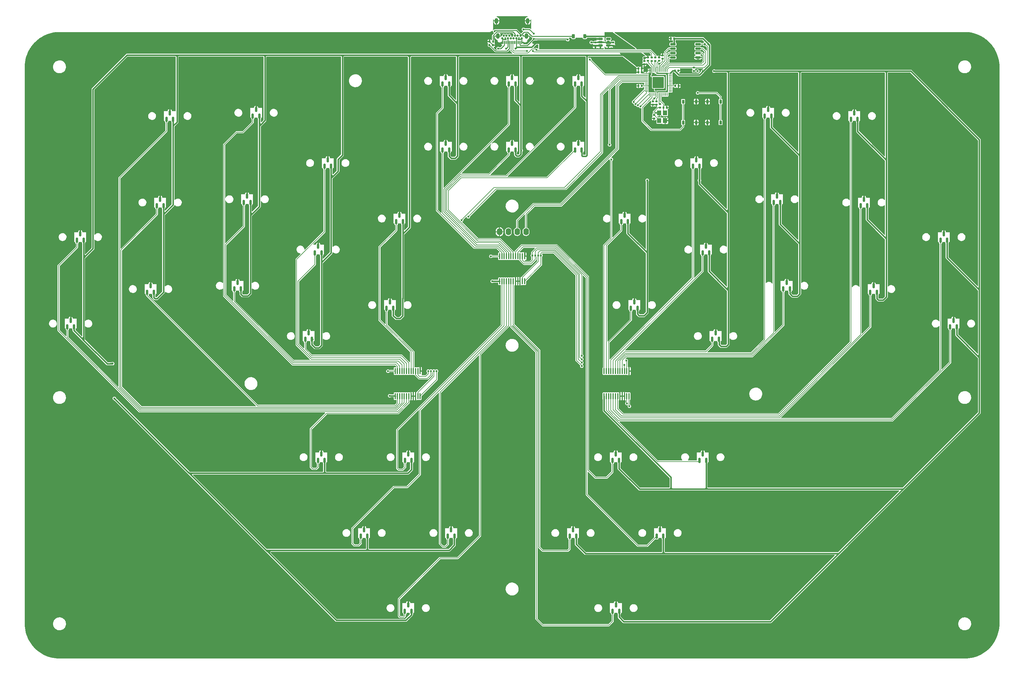
<source format=gbr>
%TF.GenerationSoftware,KiCad,Pcbnew,(7.0.0)*%
%TF.CreationDate,2024-07-28T23:05:56-04:00*%
%TF.ProjectId,ZBox3-0,5a426f78-332d-4302-9e6b-696361645f70,rev?*%
%TF.SameCoordinates,Original*%
%TF.FileFunction,Copper,L2,Bot*%
%TF.FilePolarity,Positive*%
%FSLAX46Y46*%
G04 Gerber Fmt 4.6, Leading zero omitted, Abs format (unit mm)*
G04 Created by KiCad (PCBNEW (7.0.0)) date 2024-07-28 23:05:56*
%MOMM*%
%LPD*%
G01*
G04 APERTURE LIST*
G04 Aperture macros list*
%AMRoundRect*
0 Rectangle with rounded corners*
0 $1 Rounding radius*
0 $2 $3 $4 $5 $6 $7 $8 $9 X,Y pos of 4 corners*
0 Add a 4 corners polygon primitive as box body*
4,1,4,$2,$3,$4,$5,$6,$7,$8,$9,$2,$3,0*
0 Add four circle primitives for the rounded corners*
1,1,$1+$1,$2,$3*
1,1,$1+$1,$4,$5*
1,1,$1+$1,$6,$7*
1,1,$1+$1,$8,$9*
0 Add four rect primitives between the rounded corners*
20,1,$1+$1,$2,$3,$4,$5,0*
20,1,$1+$1,$4,$5,$6,$7,0*
20,1,$1+$1,$6,$7,$8,$9,0*
20,1,$1+$1,$8,$9,$2,$3,0*%
G04 Aperture macros list end*
%TA.AperFunction,ComponentPad*%
%ADD10O,1.600000X2.000000*%
%TD*%
%TA.AperFunction,SMDPad,CuDef*%
%ADD11RoundRect,0.140000X0.170000X-0.140000X0.170000X0.140000X-0.170000X0.140000X-0.170000X-0.140000X0*%
%TD*%
%TA.AperFunction,SMDPad,CuDef*%
%ADD12RoundRect,0.140000X0.140000X0.170000X-0.140000X0.170000X-0.140000X-0.170000X0.140000X-0.170000X0*%
%TD*%
%TA.AperFunction,SMDPad,CuDef*%
%ADD13R,0.450000X1.750000*%
%TD*%
%TA.AperFunction,SMDPad,CuDef*%
%ADD14RoundRect,0.140000X-0.140000X-0.170000X0.140000X-0.170000X0.140000X0.170000X-0.140000X0.170000X0*%
%TD*%
%TA.AperFunction,SMDPad,CuDef*%
%ADD15RoundRect,0.150000X0.150000X-0.587500X0.150000X0.587500X-0.150000X0.587500X-0.150000X-0.587500X0*%
%TD*%
%TA.AperFunction,SMDPad,CuDef*%
%ADD16R,1.200000X1.400000*%
%TD*%
%TA.AperFunction,SMDPad,CuDef*%
%ADD17RoundRect,0.150000X0.650000X0.150000X-0.650000X0.150000X-0.650000X-0.150000X0.650000X-0.150000X0*%
%TD*%
%TA.AperFunction,SMDPad,CuDef*%
%ADD18RoundRect,0.140000X-0.170000X0.140000X-0.170000X-0.140000X0.170000X-0.140000X0.170000X0.140000X0*%
%TD*%
%TA.AperFunction,SMDPad,CuDef*%
%ADD19R,0.750000X1.000000*%
%TD*%
%TA.AperFunction,SMDPad,CuDef*%
%ADD20RoundRect,0.135000X-0.185000X0.135000X-0.185000X-0.135000X0.185000X-0.135000X0.185000X0.135000X0*%
%TD*%
%TA.AperFunction,SMDPad,CuDef*%
%ADD21RoundRect,0.135000X0.135000X0.185000X-0.135000X0.185000X-0.135000X-0.185000X0.135000X-0.185000X0*%
%TD*%
%TA.AperFunction,SMDPad,CuDef*%
%ADD22RoundRect,0.135000X0.185000X-0.135000X0.185000X0.135000X-0.185000X0.135000X-0.185000X-0.135000X0*%
%TD*%
%TA.AperFunction,SMDPad,CuDef*%
%ADD23RoundRect,0.050000X0.387500X0.050000X-0.387500X0.050000X-0.387500X-0.050000X0.387500X-0.050000X0*%
%TD*%
%TA.AperFunction,SMDPad,CuDef*%
%ADD24RoundRect,0.050000X0.050000X0.387500X-0.050000X0.387500X-0.050000X-0.387500X0.050000X-0.387500X0*%
%TD*%
%TA.AperFunction,ComponentPad*%
%ADD25C,0.600000*%
%TD*%
%TA.AperFunction,SMDPad,CuDef*%
%ADD26RoundRect,0.144000X1.456000X1.456000X-1.456000X1.456000X-1.456000X-1.456000X1.456000X-1.456000X0*%
%TD*%
%TA.AperFunction,SMDPad,CuDef*%
%ADD27R,0.300000X0.900000*%
%TD*%
%TA.AperFunction,ComponentPad*%
%ADD28C,0.650000*%
%TD*%
%TA.AperFunction,ComponentPad*%
%ADD29O,1.000000X1.600000*%
%TD*%
%TA.AperFunction,SMDPad,CuDef*%
%ADD30RoundRect,0.225000X0.225000X0.375000X-0.225000X0.375000X-0.225000X-0.375000X0.225000X-0.375000X0*%
%TD*%
%TA.AperFunction,SMDPad,CuDef*%
%ADD31RoundRect,0.150000X-0.512500X-0.150000X0.512500X-0.150000X0.512500X0.150000X-0.512500X0.150000X0*%
%TD*%
%TA.AperFunction,ViaPad*%
%ADD32C,0.600000*%
%TD*%
%TA.AperFunction,ViaPad*%
%ADD33C,0.800000*%
%TD*%
%TA.AperFunction,Conductor*%
%ADD34C,0.200000*%
%TD*%
%TA.AperFunction,Conductor*%
%ADD35C,0.250000*%
%TD*%
%TA.AperFunction,Conductor*%
%ADD36C,0.400000*%
%TD*%
G04 APERTURE END LIST*
D10*
%TO.P,U1,1,GND*%
%TO.N,GND*%
X186379999Y-107399999D03*
%TO.P,U1,2,VCC*%
%TO.N,+3V3*%
X188919999Y-107399999D03*
%TO.P,U1,3,SCL*%
%TO.N,SCL*%
X191459999Y-107399999D03*
%TO.P,U1,4,SDA*%
%TO.N,SDA*%
X193999999Y-107399999D03*
%TD*%
D11*
%TO.P,C1,1*%
%TO.N,+1V1*%
X233250000Y-57680000D03*
%TO.P,C1,2*%
%TO.N,GND*%
X233250000Y-56720000D03*
%TD*%
D12*
%TO.P,C15,1*%
%TO.N,GND*%
X234430000Y-71700000D03*
%TO.P,C15,2*%
%TO.N,XIN*%
X233470000Y-71700000D03*
%TD*%
D13*
%TO.P,AM2,1,COM*%
%TO.N,COM2*%
X186424999Y-114399999D03*
%TO.P,AM2,2,I7*%
%TO.N,K37*%
X187074999Y-114399999D03*
%TO.P,AM2,3,I6*%
%TO.N,K40*%
X187724999Y-114399999D03*
%TO.P,AM2,4,I5*%
%TO.N,K38*%
X188374999Y-114399999D03*
%TO.P,AM2,5,I4*%
%TO.N,K41*%
X189024999Y-114399999D03*
%TO.P,AM2,6,I3*%
%TO.N,K39*%
X189674999Y-114399999D03*
%TO.P,AM2,7,I2*%
%TO.N,K42*%
X190324999Y-114399999D03*
%TO.P,AM2,8,I1*%
%TO.N,K22*%
X190974999Y-114399999D03*
%TO.P,AM2,9,I0*%
%TO.N,K21*%
X191624999Y-114399999D03*
%TO.P,AM2,10,S0*%
%TO.N,S0*%
X192274999Y-114399999D03*
%TO.P,AM2,11,S1*%
%TO.N,S1*%
X192924999Y-114399999D03*
%TO.P,AM2,12,GND*%
%TO.N,GND*%
X193574999Y-114399999D03*
%TO.P,AM2,13,S3*%
%TO.N,S3*%
X193574999Y-121599999D03*
%TO.P,AM2,14,S2*%
%TO.N,S2*%
X192924999Y-121599999D03*
%TO.P,AM2,15,~{E}*%
%TO.N,GND*%
X192274999Y-121599999D03*
%TO.P,AM2,16,I15*%
X191624999Y-121599999D03*
%TO.P,AM2,17,I14*%
X190974999Y-121599999D03*
%TO.P,AM2,18,I13*%
%TO.N,K19*%
X190324999Y-121599999D03*
%TO.P,AM2,19,I12*%
%TO.N,K20*%
X189674999Y-121599999D03*
%TO.P,AM2,20,I11*%
%TO.N,K18*%
X189024999Y-121599999D03*
%TO.P,AM2,21,I10*%
%TO.N,K17*%
X188374999Y-121599999D03*
%TO.P,AM2,22,I9*%
%TO.N,K16*%
X187724999Y-121599999D03*
%TO.P,AM2,23,I8*%
%TO.N,K15*%
X187074999Y-121599999D03*
%TO.P,AM2,24,VCC*%
%TO.N,+3V3*%
X186424999Y-121599999D03*
%TD*%
D14*
%TO.P,C5,1*%
%TO.N,+3V3*%
X236770000Y-61100000D03*
%TO.P,C5,2*%
%TO.N,GND*%
X237730000Y-61100000D03*
%TD*%
D15*
%TO.P,K40,1,VDD*%
%TO.N,+3V3*%
X171909000Y-83885500D03*
%TO.P,K40,2,OUT*%
%TO.N,K40*%
X170009000Y-83885500D03*
%TO.P,K40,3,GND*%
%TO.N,GND*%
X170959000Y-82010500D03*
%TD*%
%TO.P,K36,1,VDD*%
%TO.N,+3V3*%
X226026000Y-129370500D03*
%TO.P,K36,2,OUT*%
%TO.N,K36*%
X224126000Y-129370500D03*
%TO.P,K36,3,GND*%
%TO.N,GND*%
X225076000Y-127495500D03*
%TD*%
D16*
%TO.P,Y1,1,1*%
%TO.N,XIN*%
X233949999Y-73249999D03*
%TO.P,Y1,2,2*%
%TO.N,GND*%
X233949999Y-75449999D03*
%TO.P,Y1,3,3*%
%TO.N,Net-(C16-Pad1)*%
X232249999Y-75449999D03*
%TO.P,Y1,4,4*%
%TO.N,GND*%
X232249999Y-73249999D03*
%TD*%
D15*
%TO.P,K6,1,VDD*%
%TO.N,+3V3*%
X87092000Y-124775500D03*
%TO.P,K6,2,OUT*%
%TO.N,K6*%
X85192000Y-124775500D03*
%TO.P,K6,3,GND*%
%TO.N,GND*%
X86142000Y-122900500D03*
%TD*%
D13*
%TO.P,AM1,1,COM*%
%TO.N,COM1*%
X156424999Y-147399999D03*
%TO.P,AM1,2,I7*%
%TO.N,K10*%
X157074999Y-147399999D03*
%TO.P,AM1,3,I6*%
%TO.N,K3*%
X157724999Y-147399999D03*
%TO.P,AM1,4,I5*%
%TO.N,K7*%
X158374999Y-147399999D03*
%TO.P,AM1,5,I4*%
%TO.N,K11*%
X159024999Y-147399999D03*
%TO.P,AM1,6,I3*%
%TO.N,K4*%
X159674999Y-147399999D03*
%TO.P,AM1,7,I2*%
%TO.N,K8*%
X160324999Y-147399999D03*
%TO.P,AM1,8,I1*%
%TO.N,K12*%
X160974999Y-147399999D03*
%TO.P,AM1,9,I0*%
%TO.N,K13*%
X161624999Y-147399999D03*
%TO.P,AM1,10,S0*%
%TO.N,S0*%
X162274999Y-147399999D03*
%TO.P,AM1,11,S1*%
%TO.N,S1*%
X162924999Y-147399999D03*
%TO.P,AM1,12,GND*%
%TO.N,GND*%
X163574999Y-147399999D03*
%TO.P,AM1,13,S3*%
%TO.N,S3*%
X163574999Y-154599999D03*
%TO.P,AM1,14,S2*%
%TO.N,S2*%
X162924999Y-154599999D03*
%TO.P,AM1,15,~{E}*%
%TO.N,GND*%
X162274999Y-154599999D03*
%TO.P,AM1,16,I15*%
X161624999Y-154599999D03*
%TO.P,AM1,17,I14*%
X160974999Y-154599999D03*
%TO.P,AM1,18,I13*%
%TO.N,K14*%
X160324999Y-154599999D03*
%TO.P,AM1,19,I12*%
%TO.N,K1*%
X159674999Y-154599999D03*
%TO.P,AM1,20,I11*%
%TO.N,K5*%
X159024999Y-154599999D03*
%TO.P,AM1,21,I10*%
%TO.N,K9*%
X158374999Y-154599999D03*
%TO.P,AM1,22,I9*%
%TO.N,K2*%
X157724999Y-154599999D03*
%TO.P,AM1,23,I8*%
%TO.N,K6*%
X157074999Y-154599999D03*
%TO.P,AM1,24,VCC*%
%TO.N,+3V3*%
X156424999Y-154599999D03*
%TD*%
D15*
%TO.P,K28,1,VDD*%
%TO.N,+3V3*%
X246621000Y-113429500D03*
%TO.P,K28,2,OUT*%
%TO.N,K28*%
X244721000Y-113429500D03*
%TO.P,K28,3,GND*%
%TO.N,GND*%
X245671000Y-111554500D03*
%TD*%
%TO.P,K33,1,VDD*%
%TO.N,+3V3*%
X264464000Y-74137500D03*
%TO.P,K33,2,OUT*%
%TO.N,K33*%
X262564000Y-74137500D03*
%TO.P,K33,3,GND*%
%TO.N,GND*%
X263514000Y-72262500D03*
%TD*%
%TO.P,K12,1,VDD*%
%TO.N,+3V3*%
X158604000Y-104523500D03*
%TO.P,K12,2,OUT*%
%TO.N,K12*%
X156704000Y-104523500D03*
%TO.P,K12,3,GND*%
%TO.N,GND*%
X157654000Y-102648500D03*
%TD*%
D17*
%TO.P,U6,1,~{CS}*%
%TO.N,QSPI_SS*%
X243400000Y-53495000D03*
%TO.P,U6,2,DO(IO1)*%
%TO.N,QSPI_SD1*%
X243400000Y-54765000D03*
%TO.P,U6,3,IO2*%
%TO.N,QSPI_SD2*%
X243400000Y-56035000D03*
%TO.P,U6,4,GND*%
%TO.N,GND*%
X243400000Y-57305000D03*
%TO.P,U6,5,DI(IO0)*%
%TO.N,QSPI_SD0*%
X236200000Y-57305000D03*
%TO.P,U6,6,CLK*%
%TO.N,QSPI_SCLK*%
X236200000Y-56035000D03*
%TO.P,U6,7,IO3*%
%TO.N,QSPI_SD3*%
X236200000Y-54765000D03*
%TO.P,U6,8,VCC*%
%TO.N,+3V3*%
X236200000Y-53495000D03*
%TD*%
D12*
%TO.P,C6,1*%
%TO.N,+3V3*%
X227230000Y-65500000D03*
%TO.P,C6,2*%
%TO.N,GND*%
X226270000Y-65500000D03*
%TD*%
D15*
%TO.P,K35,1,VDD*%
%TO.N,+3V3*%
X223261000Y-104523500D03*
%TO.P,K35,2,OUT*%
%TO.N,K35*%
X221361000Y-104523500D03*
%TO.P,K35,3,GND*%
%TO.N,GND*%
X222311000Y-102648500D03*
%TD*%
%TO.P,K25,1,VDD*%
%TO.N,+3V3*%
X269790000Y-123830500D03*
%TO.P,K25,2,OUT*%
%TO.N,K25*%
X267890000Y-123830500D03*
%TO.P,K25,3,GND*%
%TO.N,GND*%
X268840000Y-121955500D03*
%TD*%
D18*
%TO.P,C3,1*%
%TO.N,+1V1*%
X230400000Y-69920000D03*
%TO.P,C3,2*%
%TO.N,GND*%
X230400000Y-70880000D03*
%TD*%
D19*
%TO.P,SW2,1,1*%
%TO.N,GND*%
X246124999Y-69999999D03*
X246124999Y-75999999D03*
%TO.P,SW2,2,2*%
%TO.N,Net-(R5-Pad2)*%
X249874999Y-69999999D03*
X249874999Y-75999999D03*
%TD*%
D20*
%TO.P,R3,1*%
%TO.N,D+*%
X231150000Y-57290000D03*
%TO.P,R3,2*%
%TO.N,Net-(U2-USB_DP)*%
X231150000Y-58310000D03*
%TD*%
D15*
%TO.P,K19,1,VDD*%
%TO.N,+3V3*%
X208432000Y-194852500D03*
%TO.P,K19,2,OUT*%
%TO.N,K19*%
X206532000Y-194852500D03*
%TO.P,K19,3,GND*%
%TO.N,GND*%
X207482000Y-192977500D03*
%TD*%
%TO.P,K4,1,VDD*%
%TO.N,+3V3*%
X135244000Y-113429500D03*
%TO.P,K4,2,OUT*%
%TO.N,K4*%
X133344000Y-113429500D03*
%TO.P,K4,3,GND*%
%TO.N,GND*%
X134294000Y-111554500D03*
%TD*%
D20*
%TO.P,R5,1*%
%TO.N,QSPI_SS*%
X242200000Y-60190000D03*
%TO.P,R5,2*%
%TO.N,Net-(R5-Pad2)*%
X242200000Y-61210000D03*
%TD*%
D15*
%TO.P,K20,1,VDD*%
%TO.N,+3V3*%
X220770000Y-216408500D03*
%TO.P,K20,2,OUT*%
%TO.N,K20*%
X218870000Y-216408500D03*
%TO.P,K20,3,GND*%
%TO.N,GND*%
X219820000Y-214533500D03*
%TD*%
D12*
%TO.P,C14,1*%
%TO.N,+3V3*%
X236580000Y-51900000D03*
%TO.P,C14,2*%
%TO.N,GND*%
X235620000Y-51900000D03*
%TD*%
%TO.P,C10,1*%
%TO.N,+3V3*%
X227230000Y-61550000D03*
%TO.P,C10,2*%
%TO.N,GND*%
X226270000Y-61550000D03*
%TD*%
D11*
%TO.P,C12,1*%
%TO.N,+5V*%
X213950000Y-53980000D03*
%TO.P,C12,2*%
%TO.N,GND*%
X213950000Y-53020000D03*
%TD*%
D15*
%TO.P,K11,1,VDD*%
%TO.N,+3V3*%
X138008000Y-88582500D03*
%TO.P,K11,2,OUT*%
%TO.N,K11*%
X136108000Y-88582500D03*
%TO.P,K11,3,GND*%
%TO.N,GND*%
X137058000Y-86707500D03*
%TD*%
D21*
%TO.P,R2,1*%
%TO.N,Net-(J5-CC2)*%
X184520000Y-52750000D03*
%TO.P,R2,2*%
%TO.N,GND*%
X183500000Y-52750000D03*
%TD*%
D13*
%TO.P,AM3,1,COM*%
%TO.N,COM3*%
X216424999Y-147399999D03*
%TO.P,AM3,2,I7*%
%TO.N,K35*%
X217074999Y-147399999D03*
%TO.P,AM3,3,I6*%
%TO.N,K36*%
X217724999Y-147399999D03*
%TO.P,AM3,4,I5*%
%TO.N,K34*%
X218374999Y-147399999D03*
%TO.P,AM3,5,I4*%
%TO.N,K28*%
X219024999Y-147399999D03*
%TO.P,AM3,6,I3*%
%TO.N,K24*%
X219674999Y-147399999D03*
%TO.P,AM3,7,I2*%
%TO.N,K33*%
X220324999Y-147399999D03*
%TO.P,AM3,8,I1*%
%TO.N,K29*%
X220974999Y-147399999D03*
%TO.P,AM3,9,I0*%
%TO.N,K25*%
X221624999Y-147399999D03*
%TO.P,AM3,10,S0*%
%TO.N,S0*%
X222274999Y-147399999D03*
%TO.P,AM3,11,S1*%
%TO.N,S1*%
X222924999Y-147399999D03*
%TO.P,AM3,12,GND*%
%TO.N,GND*%
X223574999Y-147399999D03*
%TO.P,AM3,13,S3*%
%TO.N,S3*%
X223574999Y-154599999D03*
%TO.P,AM3,14,S2*%
%TO.N,S2*%
X222924999Y-154599999D03*
%TO.P,AM3,15,~{E}*%
%TO.N,GND*%
X222274999Y-154599999D03*
%TO.P,AM3,16,I15*%
X221624999Y-154599999D03*
%TO.P,AM3,17,I14*%
X220974999Y-154599999D03*
%TO.P,AM3,18,I13*%
%TO.N,K32*%
X220324999Y-154599999D03*
%TO.P,AM3,19,I12*%
%TO.N,K30*%
X219674999Y-154599999D03*
%TO.P,AM3,20,I11*%
%TO.N,K26*%
X219024999Y-154599999D03*
%TO.P,AM3,21,I10*%
%TO.N,K31*%
X218374999Y-154599999D03*
%TO.P,AM3,22,I9*%
%TO.N,K27*%
X217724999Y-154599999D03*
%TO.P,AM3,23,I8*%
%TO.N,K23*%
X217074999Y-154599999D03*
%TO.P,AM3,24,VCC*%
%TO.N,+3V3*%
X216424999Y-154599999D03*
%TD*%
D15*
%TO.P,K37,1,VDD*%
%TO.N,+3V3*%
X171909000Y-64991500D03*
%TO.P,K37,2,OUT*%
%TO.N,K37*%
X170009000Y-64991500D03*
%TO.P,K37,3,GND*%
%TO.N,GND*%
X170959000Y-63116500D03*
%TD*%
%TO.P,K21,1,VDD*%
%TO.N,+3V3*%
X233432000Y-194852500D03*
%TO.P,K21,2,OUT*%
%TO.N,K21*%
X231532000Y-194852500D03*
%TO.P,K21,3,GND*%
%TO.N,GND*%
X232482000Y-192977500D03*
%TD*%
D11*
%TO.P,C13,1*%
%TO.N,+3V3*%
X219050000Y-53960000D03*
%TO.P,C13,2*%
%TO.N,GND*%
X219050000Y-53000000D03*
%TD*%
D15*
%TO.P,K15,1,VDD*%
%TO.N,+3V3*%
X161138000Y-173084500D03*
%TO.P,K15,2,OUT*%
%TO.N,K15*%
X159238000Y-173084500D03*
%TO.P,K15,3,GND*%
%TO.N,GND*%
X160188000Y-171209500D03*
%TD*%
D14*
%TO.P,C7,1*%
%TO.N,+3V3*%
X236870000Y-65500000D03*
%TO.P,C7,2*%
%TO.N,GND*%
X237830000Y-65500000D03*
%TD*%
D15*
%TO.P,K41,1,VDD*%
%TO.N,+3V3*%
X190950000Y-83885500D03*
%TO.P,K41,2,OUT*%
%TO.N,K41*%
X189050000Y-83885500D03*
%TO.P,K41,3,GND*%
%TO.N,GND*%
X190000000Y-82010500D03*
%TD*%
D22*
%TO.P,R7,1*%
%TO.N,Net-(C16-Pad1)*%
X232450000Y-71760000D03*
%TO.P,R7,2*%
%TO.N,XOUT*%
X232450000Y-70740000D03*
%TD*%
D15*
%TO.P,K7,1,VDD*%
%TO.N,+3V3*%
X112075000Y-123830500D03*
%TO.P,K7,2,OUT*%
%TO.N,K7*%
X110175000Y-123830500D03*
%TO.P,K7,3,GND*%
%TO.N,GND*%
X111125000Y-121955500D03*
%TD*%
%TO.P,K27,1,VDD*%
%TO.N,+3V3*%
X317718000Y-134698500D03*
%TO.P,K27,2,OUT*%
%TO.N,K27*%
X315818000Y-134698500D03*
%TO.P,K27,3,GND*%
%TO.N,GND*%
X316768000Y-132823500D03*
%TD*%
%TO.P,K42,1,VDD*%
%TO.N,+3V3*%
X209992000Y-83885500D03*
%TO.P,K42,2,OUT*%
%TO.N,K42*%
X208092000Y-83885500D03*
%TO.P,K42,3,GND*%
%TO.N,GND*%
X209042000Y-82010500D03*
%TD*%
%TO.P,K22,1,VDD*%
%TO.N,+3V3*%
X220727000Y-173084500D03*
%TO.P,K22,2,OUT*%
%TO.N,K22*%
X218827000Y-173084500D03*
%TO.P,K22,3,GND*%
%TO.N,GND*%
X219777000Y-171209500D03*
%TD*%
%TO.P,K29,1,VDD*%
%TO.N,+3V3*%
X267025000Y-98984500D03*
%TO.P,K29,2,OUT*%
%TO.N,K29*%
X265125000Y-98984500D03*
%TO.P,K29,3,GND*%
%TO.N,GND*%
X266075000Y-97109500D03*
%TD*%
%TO.P,K18,1,VDD*%
%TO.N,+3V3*%
X161094000Y-216408500D03*
%TO.P,K18,2,OUT*%
%TO.N,K18*%
X159194000Y-216408500D03*
%TO.P,K18,3,GND*%
%TO.N,GND*%
X160144000Y-214533500D03*
%TD*%
%TO.P,K14,1,VDD*%
%TO.N,+3V3*%
X136138000Y-173084500D03*
%TO.P,K14,2,OUT*%
%TO.N,K14*%
X134238000Y-173084500D03*
%TO.P,K14,3,GND*%
%TO.N,GND*%
X135188000Y-171209500D03*
%TD*%
%TO.P,K5,1,VDD*%
%TO.N,+3V3*%
X64146000Y-134698500D03*
%TO.P,K5,2,OUT*%
%TO.N,K5*%
X62246000Y-134698500D03*
%TO.P,K5,3,GND*%
%TO.N,GND*%
X63196000Y-132823500D03*
%TD*%
%TO.P,K2,1,VDD*%
%TO.N,+3V3*%
X89857000Y-99928500D03*
%TO.P,K2,2,OUT*%
%TO.N,K2*%
X87957000Y-99928500D03*
%TO.P,K2,3,GND*%
%TO.N,GND*%
X88907000Y-98053500D03*
%TD*%
D21*
%TO.P,R1,1*%
%TO.N,GND*%
X184510000Y-53750000D03*
%TO.P,R1,2*%
%TO.N,Net-(J5-CC1)*%
X183490000Y-53750000D03*
%TD*%
D23*
%TO.P,U2,1,IOVDD*%
%TO.N,+3V3*%
X235437500Y-61900000D03*
%TO.P,U2,2,GPIO0*%
%TO.N,unconnected-(U2-GPIO0-Pad2)*%
X235437500Y-62300000D03*
%TO.P,U2,3,GPIO1*%
%TO.N,unconnected-(U2-GPIO1-Pad3)*%
X235437500Y-62700000D03*
%TO.P,U2,4,GPIO2*%
%TO.N,unconnected-(U2-GPIO2-Pad4)*%
X235437500Y-63100000D03*
%TO.P,U2,5,GPIO3*%
%TO.N,unconnected-(U2-GPIO3-Pad5)*%
X235437500Y-63500000D03*
%TO.P,U2,6,GPIO4*%
%TO.N,unconnected-(U2-GPIO4-Pad6)*%
X235437500Y-63900000D03*
%TO.P,U2,7,GPIO5*%
%TO.N,unconnected-(U2-GPIO5-Pad7)*%
X235437500Y-64300000D03*
%TO.P,U2,8,GPIO6*%
%TO.N,unconnected-(U2-GPIO6-Pad8)*%
X235437500Y-64700000D03*
%TO.P,U2,9,GPIO7*%
%TO.N,unconnected-(U2-GPIO7-Pad9)*%
X235437500Y-65100000D03*
%TO.P,U2,10,IOVDD*%
%TO.N,+3V3*%
X235437500Y-65500000D03*
%TO.P,U2,11,GPIO8*%
%TO.N,unconnected-(U2-GPIO8-Pad11)*%
X235437500Y-65900000D03*
%TO.P,U2,12,GPIO9*%
%TO.N,unconnected-(U2-GPIO9-Pad12)*%
X235437500Y-66300000D03*
%TO.P,U2,13,GPIO10*%
%TO.N,unconnected-(U2-GPIO10-Pad13)*%
X235437500Y-66700000D03*
%TO.P,U2,14,GPIO11*%
%TO.N,unconnected-(U2-GPIO11-Pad14)*%
X235437500Y-67100000D03*
D24*
%TO.P,U2,15,GPIO12*%
%TO.N,unconnected-(U2-GPIO12-Pad15)*%
X234600000Y-67937500D03*
%TO.P,U2,16,GPIO13*%
%TO.N,unconnected-(U2-GPIO13-Pad16)*%
X234200000Y-67937500D03*
%TO.P,U2,17,GPIO14*%
%TO.N,unconnected-(U2-GPIO14-Pad17)*%
X233800000Y-67937500D03*
%TO.P,U2,18,GPIO15*%
%TO.N,unconnected-(U2-GPIO15-Pad18)*%
X233400000Y-67937500D03*
%TO.P,U2,19,TESTEN*%
%TO.N,GND*%
X233000000Y-67937500D03*
%TO.P,U2,20,XIN*%
%TO.N,XIN*%
X232600000Y-67937500D03*
%TO.P,U2,21,XOUT*%
%TO.N,XOUT*%
X232200000Y-67937500D03*
%TO.P,U2,22,IOVDD*%
%TO.N,+3V3*%
X231800000Y-67937500D03*
%TO.P,U2,23,DVDD*%
%TO.N,+1V1*%
X231400000Y-67937500D03*
%TO.P,U2,24,SWCLK*%
%TO.N,unconnected-(U2-SWCLK-Pad24)*%
X231000000Y-67937500D03*
%TO.P,U2,25,SWD*%
%TO.N,unconnected-(U2-SWD-Pad25)*%
X230600000Y-67937500D03*
%TO.P,U2,26,RUN*%
%TO.N,Net-(U2-RUN)*%
X230200000Y-67937500D03*
%TO.P,U2,27,GPIO16*%
%TO.N,S3*%
X229800000Y-67937500D03*
%TO.P,U2,28,GPIO17*%
%TO.N,S2*%
X229400000Y-67937500D03*
D23*
%TO.P,U2,29,GPIO18*%
%TO.N,S0*%
X228562500Y-67100000D03*
%TO.P,U2,30,GPIO19*%
%TO.N,S1*%
X228562500Y-66700000D03*
%TO.P,U2,31,GPIO20*%
%TO.N,unconnected-(U2-GPIO20-Pad31)*%
X228562500Y-66300000D03*
%TO.P,U2,32,GPIO21*%
%TO.N,unconnected-(U2-GPIO21-Pad32)*%
X228562500Y-65900000D03*
%TO.P,U2,33,IOVDD*%
%TO.N,+3V3*%
X228562500Y-65500000D03*
%TO.P,U2,34,GPIO22*%
%TO.N,unconnected-(U2-GPIO22-Pad34)*%
X228562500Y-65100000D03*
%TO.P,U2,35,GPIO23*%
%TO.N,unconnected-(U2-GPIO23-Pad35)*%
X228562500Y-64700000D03*
%TO.P,U2,36,GPIO24*%
%TO.N,SDA*%
X228562500Y-64300000D03*
%TO.P,U2,37,GPIO25*%
%TO.N,SCL*%
X228562500Y-63900000D03*
%TO.P,U2,38,GPIO26_ADC0*%
%TO.N,COM3*%
X228562500Y-63500000D03*
%TO.P,U2,39,GPIO27_ADC1*%
%TO.N,COM2*%
X228562500Y-63100000D03*
%TO.P,U2,40,GPIO28_ADC2*%
%TO.N,COM1*%
X228562500Y-62700000D03*
%TO.P,U2,41,GPIO29_ADC3*%
%TO.N,D3V*%
X228562500Y-62300000D03*
%TO.P,U2,42,IOVDD*%
%TO.N,+3V3*%
X228562500Y-61900000D03*
D24*
%TO.P,U2,43,ADC_AVDD*%
X229400000Y-61062500D03*
%TO.P,U2,44,VREG_IN*%
X229800000Y-61062500D03*
%TO.P,U2,45,VREG_VOUT*%
%TO.N,+1V1*%
X230200000Y-61062500D03*
%TO.P,U2,46,USB_DM*%
%TO.N,Net-(U2-USB_DM)*%
X230600000Y-61062500D03*
%TO.P,U2,47,USB_DP*%
%TO.N,Net-(U2-USB_DP)*%
X231000000Y-61062500D03*
%TO.P,U2,48,USB_VDD*%
%TO.N,+3V3*%
X231400000Y-61062500D03*
%TO.P,U2,49,IOVDD*%
X231800000Y-61062500D03*
%TO.P,U2,50,DVDD*%
%TO.N,+1V1*%
X232200000Y-61062500D03*
%TO.P,U2,51,QSPI_SD3*%
%TO.N,QSPI_SD3*%
X232600000Y-61062500D03*
%TO.P,U2,52,QSPI_SCLK*%
%TO.N,QSPI_SCLK*%
X233000000Y-61062500D03*
%TO.P,U2,53,QSPI_SD0*%
%TO.N,QSPI_SD0*%
X233400000Y-61062500D03*
%TO.P,U2,54,QSPI_SD2*%
%TO.N,QSPI_SD2*%
X233800000Y-61062500D03*
%TO.P,U2,55,QSPI_SD1*%
%TO.N,QSPI_SD1*%
X234200000Y-61062500D03*
%TO.P,U2,56,QSPI_SS*%
%TO.N,QSPI_SS*%
X234600000Y-61062500D03*
D25*
%TO.P,U2,57,GND*%
%TO.N,GND*%
X233275000Y-65775000D03*
X233275000Y-64500000D03*
X233275000Y-63225000D03*
X232000000Y-65775000D03*
X232000000Y-64500000D03*
D26*
X232000000Y-64500000D03*
D25*
X232000000Y-63225000D03*
X230725000Y-65775000D03*
X230725000Y-64500000D03*
X230725000Y-63225000D03*
%TD*%
D18*
%TO.P,C16,1*%
%TO.N,Net-(C16-Pad1)*%
X230750000Y-73870000D03*
%TO.P,C16,2*%
%TO.N,GND*%
X230750000Y-74830000D03*
%TD*%
D27*
%TO.P,J5,A1,GND*%
%TO.N,GND*%
X187249999Y-52999999D03*
%TO.P,J5,A2,TX1+*%
%TO.N,3V3*%
X187749999Y-52999999D03*
%TO.P,J5,A3,TX1-*%
%TO.N,unconnected-(J5-TX1--PadA3)*%
X188249999Y-52999999D03*
%TO.P,J5,A4,VBUS*%
%TO.N,+5V*%
X188749999Y-52999999D03*
%TO.P,J5,A5,CC1*%
%TO.N,Net-(J5-CC1)*%
X189249999Y-52999999D03*
%TO.P,J5,A6,D+*%
%TO.N,D+*%
X189749999Y-52999999D03*
%TO.P,J5,A7,D-*%
%TO.N,D-*%
X190249999Y-52999999D03*
%TO.P,J5,A8,SBU1*%
%TO.N,unconnected-(J5-SBU1-PadA8)*%
X190749999Y-52999999D03*
%TO.P,J5,A9,VBUS*%
%TO.N,+5V*%
X191249999Y-52999999D03*
%TO.P,J5,A10,RX2-*%
%TO.N,unconnected-(J5-RX2--PadA10)*%
X191749999Y-52999999D03*
%TO.P,J5,A11,RX2+*%
%TO.N,D3V*%
X192249999Y-52999999D03*
%TO.P,J5,A12,GND*%
%TO.N,GND*%
X192749999Y-52999999D03*
D28*
%TO.P,J5,B1,GND*%
X192800000Y-51790000D03*
%TO.P,J5,B2,TX2+*%
%TO.N,3V3*%
X192400000Y-51090000D03*
%TO.P,J5,B3,TX2-*%
%TO.N,unconnected-(J5-TX2--PadB3)*%
X191600000Y-51090000D03*
%TO.P,J5,B4,VBUS*%
%TO.N,+5V*%
X191200000Y-51790000D03*
%TO.P,J5,B5,CC2*%
%TO.N,Net-(J5-CC2)*%
X190800000Y-51090000D03*
%TO.P,J5,B6,D+*%
%TO.N,D+*%
X190400000Y-51790000D03*
%TO.P,J5,B7,D-*%
%TO.N,D-*%
X189600000Y-51790000D03*
%TO.P,J5,B8,SBU2*%
%TO.N,unconnected-(J5-SBU2-PadB8)*%
X189200000Y-51090000D03*
%TO.P,J5,B9,VBUS*%
%TO.N,+5V*%
X188800000Y-51790000D03*
%TO.P,J5,B10,RX1-*%
%TO.N,unconnected-(J5-RX1--PadB10)*%
X188400000Y-51090000D03*
%TO.P,J5,B11,RX1+*%
%TO.N,D3V*%
X187600000Y-51090000D03*
%TO.P,J5,B12,GND*%
%TO.N,GND*%
X187200000Y-51790000D03*
D29*
%TO.P,J5,S1,SHIELD*%
X185509999Y-46799999D03*
X185869999Y-51189999D03*
X194129999Y-51189999D03*
X194489999Y-46799999D03*
%TD*%
D15*
%TO.P,K34,1,VDD*%
%TO.N,+3V3*%
X243857000Y-88582500D03*
%TO.P,K34,2,OUT*%
%TO.N,K34*%
X241957000Y-88582500D03*
%TO.P,K34,3,GND*%
%TO.N,GND*%
X242907000Y-86707500D03*
%TD*%
%TO.P,K31,1,VDD*%
%TO.N,+3V3*%
X314953000Y-109851500D03*
%TO.P,K31,2,OUT*%
%TO.N,K31*%
X313053000Y-109851500D03*
%TO.P,K31,3,GND*%
%TO.N,GND*%
X314003000Y-107976500D03*
%TD*%
%TO.P,K24,1,VDD*%
%TO.N,+3V3*%
X249386000Y-138276500D03*
%TO.P,K24,2,OUT*%
%TO.N,K24*%
X247486000Y-138276500D03*
%TO.P,K24,3,GND*%
%TO.N,GND*%
X248436000Y-136401500D03*
%TD*%
D20*
%TO.P,R4,1*%
%TO.N,D-*%
X230070000Y-57290000D03*
%TO.P,R4,2*%
%TO.N,Net-(U2-USB_DM)*%
X230070000Y-58310000D03*
%TD*%
D18*
%TO.P,C9,1*%
%TO.N,+3V3*%
X231430000Y-69920000D03*
%TO.P,C9,2*%
%TO.N,GND*%
X231430000Y-70880000D03*
%TD*%
D15*
%TO.P,K26,1,VDD*%
%TO.N,+3V3*%
X294772000Y-124775500D03*
%TO.P,K26,2,OUT*%
%TO.N,K26*%
X292872000Y-124775500D03*
%TO.P,K26,3,GND*%
%TO.N,GND*%
X293822000Y-122900500D03*
%TD*%
%TO.P,K8,1,VDD*%
%TO.N,+3V3*%
X132479000Y-138276500D03*
%TO.P,K8,2,OUT*%
%TO.N,K8*%
X130579000Y-138276500D03*
%TO.P,K8,3,GND*%
%TO.N,GND*%
X131529000Y-136401500D03*
%TD*%
D11*
%TO.P,C4,1*%
%TO.N,+3V3*%
X232200000Y-58280000D03*
%TO.P,C4,2*%
%TO.N,GND*%
X232200000Y-57320000D03*
%TD*%
D15*
%TO.P,K23,1,VDD*%
%TO.N,+3V3*%
X245727000Y-173084500D03*
%TO.P,K23,2,OUT*%
%TO.N,K23*%
X243827000Y-173084500D03*
%TO.P,K23,3,GND*%
%TO.N,GND*%
X244777000Y-171209500D03*
%TD*%
D12*
%TO.P,C11,1*%
%TO.N,+3V3*%
X227230000Y-60500000D03*
%TO.P,C11,2*%
%TO.N,GND*%
X226270000Y-60500000D03*
%TD*%
D15*
%TO.P,K39,1,VDD*%
%TO.N,+3V3*%
X209992000Y-64991500D03*
%TO.P,K39,2,OUT*%
%TO.N,K39*%
X208092000Y-64991500D03*
%TO.P,K39,3,GND*%
%TO.N,GND*%
X209042000Y-63116500D03*
%TD*%
D21*
%TO.P,R6,1*%
%TO.N,+3V3*%
X246360000Y-53500000D03*
%TO.P,R6,2*%
%TO.N,QSPI_SS*%
X245340000Y-53500000D03*
%TD*%
D11*
%TO.P,C8,1*%
%TO.N,+3V3*%
X227950000Y-59280000D03*
%TO.P,C8,2*%
%TO.N,GND*%
X227950000Y-58320000D03*
%TD*%
D19*
%TO.P,SW1,1,1*%
%TO.N,GND*%
X242874999Y-75999999D03*
X242874999Y-69999999D03*
%TO.P,SW1,2,2*%
%TO.N,Net-(U2-RUN)*%
X239124999Y-75999999D03*
X239124999Y-69999999D03*
%TD*%
D15*
%TO.P,K3,1,VDD*%
%TO.N,+3V3*%
X114840000Y-98984500D03*
%TO.P,K3,2,OUT*%
%TO.N,K3*%
X112940000Y-98984500D03*
%TO.P,K3,3,GND*%
%TO.N,GND*%
X113890000Y-97109500D03*
%TD*%
%TO.P,K10,1,VDD*%
%TO.N,+3V3*%
X117400000Y-74137500D03*
%TO.P,K10,2,OUT*%
%TO.N,K10*%
X115500000Y-74137500D03*
%TO.P,K10,3,GND*%
%TO.N,GND*%
X116450000Y-72262500D03*
%TD*%
%TO.P,K9,1,VDD*%
%TO.N,+3V3*%
X92621000Y-75082500D03*
%TO.P,K9,2,OUT*%
%TO.N,K9*%
X90721000Y-75082500D03*
%TO.P,K9,3,GND*%
%TO.N,GND*%
X91671000Y-73207500D03*
%TD*%
%TO.P,K17,1,VDD*%
%TO.N,+3V3*%
X173433000Y-194852500D03*
%TO.P,K17,2,OUT*%
%TO.N,K17*%
X171533000Y-194852500D03*
%TO.P,K17,3,GND*%
%TO.N,GND*%
X172483000Y-192977500D03*
%TD*%
D30*
%TO.P,D43,1,K*%
%TO.N,+3V3*%
X210900000Y-51250000D03*
%TO.P,D43,2,A*%
%TO.N,3V3*%
X207600000Y-51250000D03*
%TD*%
D31*
%TO.P,U5,1,IN*%
%TO.N,+5V*%
X215362500Y-53900000D03*
%TO.P,U5,2,GND*%
%TO.N,GND*%
X215362500Y-52950000D03*
%TO.P,U5,3,EN*%
%TO.N,+5V*%
X215362500Y-52000000D03*
%TO.P,U5,4,NC*%
%TO.N,unconnected-(U5-NC-Pad4)*%
X217637500Y-52000000D03*
%TO.P,U5,5,OUT*%
%TO.N,+3V3*%
X217637500Y-53900000D03*
%TD*%
D11*
%TO.P,C2,1*%
%TO.N,+1V1*%
X229000000Y-58280000D03*
%TO.P,C2,2*%
%TO.N,GND*%
X229000000Y-57320000D03*
%TD*%
D15*
%TO.P,K32,1,VDD*%
%TO.N,+3V3*%
X289243000Y-75082500D03*
%TO.P,K32,2,OUT*%
%TO.N,K32*%
X287343000Y-75082500D03*
%TO.P,K32,3,GND*%
%TO.N,GND*%
X288293000Y-73207500D03*
%TD*%
%TO.P,K38,1,VDD*%
%TO.N,+3V3*%
X190950000Y-64991500D03*
%TO.P,K38,2,OUT*%
%TO.N,K38*%
X189050000Y-64991500D03*
%TO.P,K38,3,GND*%
%TO.N,GND*%
X190000000Y-63116500D03*
%TD*%
%TO.P,K30,1,VDD*%
%TO.N,+3V3*%
X292007000Y-99928500D03*
%TO.P,K30,2,OUT*%
%TO.N,K30*%
X290107000Y-99928500D03*
%TO.P,K30,3,GND*%
%TO.N,GND*%
X291057000Y-98053500D03*
%TD*%
%TO.P,K16,1,VDD*%
%TO.N,+3V3*%
X148433000Y-194852500D03*
%TO.P,K16,2,OUT*%
%TO.N,K16*%
X146533000Y-194852500D03*
%TO.P,K16,3,GND*%
%TO.N,GND*%
X147483000Y-192977500D03*
%TD*%
%TO.P,K1,1,VDD*%
%TO.N,+3V3*%
X66911000Y-109851500D03*
%TO.P,K1,2,OUT*%
%TO.N,K1*%
X65011000Y-109851500D03*
%TO.P,K1,3,GND*%
%TO.N,GND*%
X65961000Y-107976500D03*
%TD*%
%TO.P,K13,1,VDD*%
%TO.N,+3V3*%
X155839000Y-129370500D03*
%TO.P,K13,2,OUT*%
%TO.N,K13*%
X153939000Y-129370500D03*
%TO.P,K13,3,GND*%
%TO.N,GND*%
X154889000Y-127495500D03*
%TD*%
D32*
%TO.N,GND*%
X218700000Y-58400000D03*
%TO.N,D3V*%
X212300000Y-57900000D03*
X206000000Y-52200000D03*
%TO.N,COM1*%
X175500000Y-104030000D03*
X154340000Y-147430000D03*
%TO.N,S0*%
X210000000Y-144000000D03*
X225461029Y-70677325D03*
X222224500Y-145600000D03*
X196700000Y-114200000D03*
X166700000Y-147400000D03*
%TO.N,S1*%
X210000000Y-143000000D03*
X224900000Y-70100000D03*
X195800000Y-114200000D03*
X165900497Y-147400000D03*
X222800000Y-144400000D03*
%TO.N,S3*%
X223700000Y-157500000D03*
X168300000Y-147400000D03*
X210000000Y-146000000D03*
X198299503Y-114200000D03*
X226886593Y-71395125D03*
%TO.N,S2*%
X167500000Y-147400000D03*
X210000000Y-145000000D03*
X197500000Y-114200000D03*
X222975500Y-156700000D03*
X226152072Y-71079399D03*
%TO.N,COM2*%
X177420000Y-103080000D03*
X183900000Y-114440000D03*
%TO.N,COM3*%
X218500000Y-86600000D03*
X218000000Y-82400000D03*
%TO.N,+1V1*%
X232199999Y-59150001D03*
X231350100Y-66607729D03*
X230850000Y-69100000D03*
X231200000Y-62345055D03*
%TO.N,GND*%
X232350000Y-77200000D03*
X116500000Y-68750000D03*
X245700000Y-110000000D03*
X183500000Y-51000000D03*
X244830000Y-169240000D03*
X314000000Y-104900000D03*
X157750000Y-99500000D03*
X233250000Y-55650000D03*
X160200000Y-169200000D03*
X228900000Y-73500000D03*
X171000000Y-80100000D03*
X288300000Y-71000000D03*
X268800000Y-119700000D03*
X113750000Y-92750000D03*
X212750000Y-53000000D03*
X291100000Y-95900000D03*
X89000000Y-95000000D03*
X207490000Y-190880000D03*
X160800000Y-212100000D03*
X232500000Y-190610000D03*
X66000000Y-104750000D03*
D33*
X194000000Y-112700000D03*
D32*
X171000000Y-61500000D03*
X238800000Y-65500000D03*
X233200000Y-69600000D03*
X112000000Y-116500000D03*
X316800000Y-128800000D03*
X148400000Y-190700000D03*
X63250000Y-130000000D03*
X293900000Y-119800000D03*
X190000000Y-61300000D03*
X229000000Y-56550000D03*
X225100000Y-125200000D03*
X242875000Y-73000000D03*
X225250000Y-65500000D03*
X232200000Y-56300000D03*
X241800000Y-57300000D03*
X197000000Y-54250000D03*
X181750000Y-52750000D03*
X190000000Y-79900000D03*
X266100000Y-95100000D03*
X236200000Y-70350000D03*
X234500000Y-51900000D03*
X172500000Y-190800000D03*
X248500000Y-132800000D03*
X132000000Y-131250000D03*
X263500000Y-70400000D03*
X225150000Y-61550000D03*
X230950000Y-71850000D03*
D33*
X219900000Y-168200000D03*
D32*
X236250000Y-76550000D03*
X225150000Y-60500000D03*
X135600000Y-168600000D03*
D33*
X167200000Y-141000000D03*
D32*
X229650000Y-76350000D03*
X91750000Y-70250000D03*
X242900000Y-85000000D03*
X155000000Y-122500000D03*
X246125000Y-73000000D03*
X229450000Y-70900000D03*
X209100000Y-80200000D03*
D33*
X222300000Y-99600000D03*
D32*
X136750000Y-108500000D03*
X86250000Y-119250000D03*
X227950000Y-57450000D03*
X137000000Y-84250000D03*
X236900000Y-72400000D03*
X219880000Y-212480000D03*
X209000000Y-61200000D03*
X238750000Y-61100000D03*
%TO.N,+3V3*%
X223000000Y-54300000D03*
X192590000Y-84050000D03*
X243800000Y-92600000D03*
X248000000Y-61250000D03*
X154800000Y-154500000D03*
X75250000Y-145250000D03*
X223000000Y-56650000D03*
X75750000Y-155250000D03*
X244750000Y-61250000D03*
X184300000Y-121600000D03*
X228800000Y-92600000D03*
%TO.N,+5V*%
X191000000Y-54750000D03*
X188250000Y-54750000D03*
%TO.N,3V3*%
X186000000Y-54750000D03*
X184955048Y-49755048D03*
%TO.N,D+*%
X197000000Y-55100500D03*
%TO.N,D-*%
X196000000Y-55500000D03*
X194250000Y-55500000D03*
%TO.N,D3V*%
X196250000Y-50500000D03*
X193250000Y-49250000D03*
X196250000Y-52000000D03*
%TO.N,Net-(R5-Pad2)*%
X243300000Y-67500000D03*
X243300000Y-61250000D03*
%TD*%
D34*
%TO.N,D3V*%
X216700000Y-62300000D02*
X212300000Y-57900000D01*
X228562500Y-62300000D02*
X216700000Y-62300000D01*
D35*
X205800000Y-52000000D02*
X206000000Y-52200000D01*
X196250000Y-52000000D02*
X205800000Y-52000000D01*
D34*
%TO.N,COM1*%
X205040000Y-94660000D02*
X184810000Y-94660000D01*
X215347000Y-67913000D02*
X215347000Y-84353000D01*
X154340000Y-147430000D02*
X154370000Y-147400000D01*
X184810000Y-94660000D02*
X175500000Y-103970000D01*
X220560000Y-62700000D02*
X215347000Y-67913000D01*
X215347000Y-84353000D02*
X205040000Y-94660000D01*
X228562500Y-62700000D02*
X220560000Y-62700000D01*
X154370000Y-147400000D02*
X156425000Y-147400000D01*
X175500000Y-103970000D02*
X175500000Y-104030000D01*
%TO.N,S0*%
X196700000Y-115300000D02*
X196700000Y-114200000D01*
X166700000Y-148500000D02*
X166700000Y-147400000D01*
X222224500Y-145600000D02*
X222224500Y-147349500D01*
X202300000Y-112500000D02*
X197200000Y-112500000D01*
X195400000Y-116600000D02*
X196700000Y-115300000D01*
X193400000Y-116600000D02*
X195400000Y-116600000D01*
X197200000Y-112500000D02*
X196700000Y-113000000D01*
X162275000Y-147400000D02*
X162275000Y-148475000D01*
X228562500Y-67575854D02*
X225461029Y-70677325D01*
X228562500Y-67100000D02*
X228562500Y-67575854D01*
X165700000Y-149500000D02*
X166700000Y-148500000D01*
X196700000Y-113000000D02*
X196700000Y-114200000D01*
X209400000Y-119600000D02*
X202300000Y-112500000D01*
X162275000Y-148475000D02*
X163300000Y-149500000D01*
X192275000Y-114400000D02*
X192275000Y-115475000D01*
X210000000Y-144000000D02*
X209400000Y-143400000D01*
X163300000Y-149500000D02*
X165700000Y-149500000D01*
X222224500Y-147349500D02*
X222275000Y-147400000D01*
X209400000Y-143400000D02*
X209400000Y-119600000D01*
X192275000Y-115475000D02*
X193400000Y-116600000D01*
%TO.N,S1*%
X210000000Y-143000000D02*
X210000000Y-119631372D01*
X222925000Y-144525000D02*
X222925000Y-147400000D01*
X228030025Y-66700000D02*
X224900000Y-69830025D01*
X202468628Y-112100000D02*
X197000000Y-112100000D01*
X222800000Y-144400000D02*
X222925000Y-144525000D01*
X192925000Y-114400000D02*
X192925000Y-115475000D01*
X224900000Y-69830025D02*
X224900000Y-70100000D01*
X193550000Y-116100000D02*
X195200000Y-116100000D01*
X197000000Y-112100000D02*
X195800000Y-113300000D01*
X165900497Y-148199503D02*
X165900497Y-147400000D01*
X162925000Y-148475000D02*
X163350000Y-148900000D01*
X192925000Y-115475000D02*
X193550000Y-116100000D01*
X195800000Y-113300000D02*
X195800000Y-114200000D01*
X195200000Y-116100000D02*
X195800000Y-115500000D01*
X228562500Y-66700000D02*
X228030025Y-66700000D01*
X165200000Y-148900000D02*
X165900497Y-148199503D01*
X162925000Y-147400000D02*
X162925000Y-148475000D01*
X195800000Y-115500000D02*
X195800000Y-114200000D01*
X210000000Y-119631372D02*
X202468628Y-112100000D01*
X163350000Y-148900000D02*
X165200000Y-148900000D01*
%TO.N,S3*%
X210000000Y-145848529D02*
X208500000Y-144348529D01*
X163575000Y-154600000D02*
X168300000Y-149875000D01*
X208500000Y-119831372D02*
X201984314Y-113315686D01*
X223700000Y-157500000D02*
X223575000Y-157375000D01*
X198299503Y-116875497D02*
X198299503Y-114200000D01*
X201984314Y-113315686D02*
X198584314Y-113315686D01*
X198584314Y-113315686D02*
X198300000Y-113600000D01*
X198300000Y-113600000D02*
X198300000Y-114199503D01*
X208500000Y-144348529D02*
X208500000Y-119831372D01*
X193575000Y-121600000D02*
X198299503Y-116875497D01*
X223575000Y-157375000D02*
X223575000Y-154600000D01*
X229800000Y-68481718D02*
X226886593Y-71395125D01*
X168300000Y-149875000D02*
X168300000Y-147400000D01*
X210000000Y-146000000D02*
X210000000Y-145848529D01*
X198300000Y-114199503D02*
X198299503Y-114200000D01*
X229800000Y-67937500D02*
X229800000Y-68481718D01*
%TO.N,S2*%
X222975500Y-156700000D02*
X222925000Y-156649500D01*
X197500000Y-115950000D02*
X197500000Y-114200000D01*
X167500000Y-148950000D02*
X167500000Y-147400000D01*
X192925000Y-121600000D02*
X192925000Y-120525000D01*
X192925000Y-120525000D02*
X197500000Y-115950000D01*
X198000000Y-112900000D02*
X197500000Y-113400000D01*
X229400000Y-68304289D02*
X229400000Y-67937500D01*
X209000000Y-119765686D02*
X202134314Y-112900000D01*
X162925000Y-154600000D02*
X162925000Y-153525000D01*
X209000000Y-144000000D02*
X209000000Y-119765686D01*
X210000000Y-145000000D02*
X209000000Y-144000000D01*
X162925000Y-153525000D02*
X167500000Y-148950000D01*
X222925000Y-156649500D02*
X222925000Y-154600000D01*
X197500000Y-113400000D02*
X197500000Y-114200000D01*
X229400000Y-67937500D02*
X229293971Y-67937500D01*
X229293971Y-67937500D02*
X226152072Y-71079399D01*
X202134314Y-112900000D02*
X198000000Y-112900000D01*
%TO.N,COM2*%
X183940000Y-114400000D02*
X186425000Y-114400000D01*
X183900000Y-114440000D02*
X183940000Y-114400000D01*
X215797843Y-68027843D02*
X215797843Y-84692157D01*
X177420000Y-103030000D02*
X177420000Y-103080000D01*
X228562500Y-63100000D02*
X220725686Y-63100000D01*
X215797843Y-84692157D02*
X211410000Y-89080000D01*
X185390000Y-95060000D02*
X177420000Y-103030000D01*
X205430000Y-95060000D02*
X185390000Y-95060000D01*
X211410000Y-89080000D02*
X205430000Y-95060000D01*
X220725686Y-63100000D02*
X215797843Y-68027843D01*
%TO.N,COM3*%
X220891372Y-63500000D02*
X218000000Y-66391372D01*
X218000000Y-66391372D02*
X218000000Y-82400000D01*
X218456000Y-86644000D02*
X218456000Y-109278314D01*
X216425000Y-111309314D02*
X216425000Y-147400000D01*
X218500000Y-86600000D02*
X218456000Y-86644000D01*
X218456000Y-109278314D02*
X216425000Y-111309314D01*
X228562500Y-63500000D02*
X220891372Y-63500000D01*
X218000000Y-82400000D02*
X218000000Y-82290000D01*
%TO.N,+1V1*%
X233250000Y-57680000D02*
X233250000Y-58400000D01*
X230800000Y-69100000D02*
X230450000Y-69450000D01*
X230450000Y-69870000D02*
X230400000Y-69920000D01*
X231400000Y-67937500D02*
X231400000Y-68550000D01*
X232499999Y-59150001D02*
X232199999Y-59150001D01*
X230200000Y-61062500D02*
X230200000Y-61800000D01*
X229050000Y-58800000D02*
X229050000Y-58330000D01*
X230850000Y-69100000D02*
X230800000Y-69100000D01*
X233250000Y-58400000D02*
X232499999Y-59150001D01*
X230450000Y-69450000D02*
X230450000Y-69870000D01*
X230200000Y-61800000D02*
X230350000Y-61950000D01*
X230200000Y-59950000D02*
X229050000Y-58800000D01*
X231400000Y-68550000D02*
X230850000Y-69100000D01*
X230200000Y-61062500D02*
X230200000Y-59950000D01*
X232200000Y-61062500D02*
X232200000Y-59150002D01*
X229050000Y-58330000D02*
X229000000Y-58280000D01*
X232200000Y-59150002D02*
X232199999Y-59150001D01*
%TO.N,GND*%
X232250000Y-73450000D02*
X233950000Y-75150000D01*
D35*
X184510000Y-53750000D02*
X184500000Y-53750000D01*
D36*
X209042000Y-82010500D02*
X209042000Y-80258000D01*
X293822000Y-122900500D02*
X293822000Y-119878000D01*
X160144000Y-214533500D02*
X160144000Y-212756000D01*
D35*
X183500000Y-52750000D02*
X181750000Y-52750000D01*
D36*
X193575000Y-113125000D02*
X194000000Y-112700000D01*
X170959000Y-63116500D02*
X170959000Y-61541000D01*
X248436000Y-132864000D02*
X248500000Y-132800000D01*
D34*
X230750000Y-74830000D02*
X230750000Y-75850000D01*
D36*
X65961000Y-104789000D02*
X66000000Y-104750000D01*
X207482000Y-192977500D02*
X207482000Y-190888000D01*
X113890000Y-97109500D02*
X113890000Y-92890000D01*
X163575000Y-147400000D02*
X163575000Y-144625000D01*
D34*
X241805000Y-57305000D02*
X241800000Y-57300000D01*
D36*
X163575000Y-144625000D02*
X166800000Y-141400000D01*
D34*
X226270000Y-61550000D02*
X225150000Y-61550000D01*
D36*
X266075000Y-95125000D02*
X266100000Y-95100000D01*
D34*
X237830000Y-65500000D02*
X238800000Y-65500000D01*
D36*
X131529000Y-131721000D02*
X132000000Y-131250000D01*
D34*
X231550000Y-76650000D02*
X233800000Y-76650000D01*
X233950000Y-76500000D02*
X233950000Y-75450000D01*
D36*
X266075000Y-97109500D02*
X266075000Y-95125000D01*
X225076000Y-125224000D02*
X225100000Y-125200000D01*
D34*
X230400000Y-70880000D02*
X229470000Y-70880000D01*
D35*
X187250000Y-53000000D02*
X186500000Y-53750000D01*
D34*
X233000000Y-69400000D02*
X233200000Y-69600000D01*
D36*
X232482000Y-192977500D02*
X232482000Y-190628000D01*
X135188000Y-169012000D02*
X135600000Y-168600000D01*
X245671000Y-111554500D02*
X245671000Y-110029000D01*
D34*
X233950000Y-75450000D02*
X235100000Y-74300000D01*
X232250000Y-73250000D02*
X232250000Y-73450000D01*
D36*
X288293000Y-73207500D02*
X288293000Y-71007000D01*
X293822000Y-119878000D02*
X293900000Y-119800000D01*
X135188000Y-171209500D02*
X135188000Y-169012000D01*
X88907000Y-98053500D02*
X88907000Y-95093000D01*
D34*
X233250000Y-56720000D02*
X233250000Y-55650000D01*
D36*
X65961000Y-107976500D02*
X65961000Y-104789000D01*
X63196000Y-130054000D02*
X63250000Y-130000000D01*
X248436000Y-136401500D02*
X248436000Y-132864000D01*
D34*
X242875000Y-76000000D02*
X242875000Y-73000000D01*
D36*
X209042000Y-63116500D02*
X209042000Y-61242000D01*
D35*
X187250000Y-51840000D02*
X187200000Y-51790000D01*
D34*
X231430000Y-71370000D02*
X230950000Y-71850000D01*
D36*
X137058000Y-86707500D02*
X137058000Y-84308000D01*
D34*
X231430000Y-70880000D02*
X231430000Y-71370000D01*
X226270000Y-65500000D02*
X225250000Y-65500000D01*
D36*
X91671000Y-70329000D02*
X91750000Y-70250000D01*
X116450000Y-68800000D02*
X116500000Y-68750000D01*
X209042000Y-80258000D02*
X209100000Y-80200000D01*
X131529000Y-136401500D02*
X131529000Y-131721000D01*
X134294000Y-111554500D02*
X134294000Y-110206000D01*
D35*
X187250000Y-53000000D02*
X187250000Y-51840000D01*
D36*
X170959000Y-82010500D02*
X170959000Y-80141000D01*
D34*
X229000000Y-57320000D02*
X229000000Y-56550000D01*
D36*
X219777000Y-168323000D02*
X219900000Y-168200000D01*
X242907000Y-86707500D02*
X242907000Y-85007000D01*
X225076000Y-127495500D02*
X225076000Y-125224000D01*
X154889000Y-122611000D02*
X155000000Y-122500000D01*
X244777000Y-169293000D02*
X244830000Y-169240000D01*
X134294000Y-110206000D02*
X136000000Y-108500000D01*
X268840000Y-119740000D02*
X268800000Y-119700000D01*
X288293000Y-71007000D02*
X288300000Y-71000000D01*
X268840000Y-121955500D02*
X268840000Y-119740000D01*
X190000000Y-63116500D02*
X190000000Y-61300000D01*
D35*
X186500000Y-53750000D02*
X184510000Y-53750000D01*
D36*
X166800000Y-141400000D02*
X167200000Y-141000000D01*
X136000000Y-108500000D02*
X136750000Y-108500000D01*
X263514000Y-70414000D02*
X263500000Y-70400000D01*
D34*
X233200000Y-69600000D02*
X234430000Y-70830000D01*
D36*
X263514000Y-72262500D02*
X263514000Y-70414000D01*
X190000000Y-82010500D02*
X190000000Y-79900000D01*
D34*
X235100000Y-72350000D02*
X234450000Y-71700000D01*
D36*
X88907000Y-95093000D02*
X89000000Y-95000000D01*
D34*
X230750000Y-75850000D02*
X231550000Y-76650000D01*
D36*
X207482000Y-190888000D02*
X207490000Y-190880000D01*
D35*
X183500000Y-52750000D02*
X183500000Y-51000000D01*
X184500000Y-53750000D02*
X183500000Y-52750000D01*
D36*
X245671000Y-110029000D02*
X245700000Y-110000000D01*
D34*
X233000000Y-67937500D02*
X233000000Y-69400000D01*
D36*
X160144000Y-212756000D02*
X160800000Y-212100000D01*
X170959000Y-80141000D02*
X171000000Y-80100000D01*
X193575000Y-114400000D02*
X193575000Y-113125000D01*
X111125000Y-121955500D02*
X111125000Y-117375000D01*
X209042000Y-61242000D02*
X209000000Y-61200000D01*
X316768000Y-128832000D02*
X316800000Y-128800000D01*
X219820000Y-212540000D02*
X219880000Y-212480000D01*
D34*
X233950000Y-75150000D02*
X233950000Y-75450000D01*
D36*
X222311000Y-102648500D02*
X222311000Y-99611000D01*
X157654000Y-99596000D02*
X157750000Y-99500000D01*
D34*
X242875000Y-73000000D02*
X242875000Y-70000000D01*
D36*
X157654000Y-102648500D02*
X157654000Y-99596000D01*
D35*
X219050000Y-53000000D02*
X212750000Y-53000000D01*
D34*
X237730000Y-61100000D02*
X238750000Y-61100000D01*
D36*
X219820000Y-214533500D02*
X219820000Y-212540000D01*
X291057000Y-95943000D02*
X291100000Y-95900000D01*
D35*
X192750000Y-53000000D02*
X192750000Y-51840000D01*
D34*
X229470000Y-70880000D02*
X229450000Y-70900000D01*
D36*
X291057000Y-98053500D02*
X291057000Y-95943000D01*
X314003000Y-107976500D02*
X314003000Y-104903000D01*
X113890000Y-92890000D02*
X113750000Y-92750000D01*
X63196000Y-132823500D02*
X63196000Y-130054000D01*
X222311000Y-99611000D02*
X222300000Y-99600000D01*
D34*
X227950000Y-58320000D02*
X227950000Y-57450000D01*
D36*
X170959000Y-61541000D02*
X171000000Y-61500000D01*
X242907000Y-85007000D02*
X242900000Y-85000000D01*
X160188000Y-171209500D02*
X160188000Y-169212000D01*
D34*
X243400000Y-57305000D02*
X241805000Y-57305000D01*
D36*
X86142000Y-122900500D02*
X86142000Y-119358000D01*
D34*
X234430000Y-70830000D02*
X234430000Y-71700000D01*
D36*
X219777000Y-171209500D02*
X219777000Y-168323000D01*
D34*
X235100000Y-74300000D02*
X235100000Y-72350000D01*
D36*
X172483000Y-190817000D02*
X172500000Y-190800000D01*
X91671000Y-73207500D02*
X91671000Y-70329000D01*
X111125000Y-117375000D02*
X112000000Y-116500000D01*
D35*
X192750000Y-51840000D02*
X192800000Y-51790000D01*
D34*
X232200000Y-57320000D02*
X232200000Y-56300000D01*
D36*
X314003000Y-104903000D02*
X314000000Y-104900000D01*
X316768000Y-132823500D02*
X316768000Y-128832000D01*
X147483000Y-191617000D02*
X148400000Y-190700000D01*
X160188000Y-169212000D02*
X160200000Y-169200000D01*
X147483000Y-192977500D02*
X147483000Y-191617000D01*
X116450000Y-72262500D02*
X116450000Y-68800000D01*
X154889000Y-127495500D02*
X154889000Y-122611000D01*
X244777000Y-171209500D02*
X244777000Y-169293000D01*
D34*
X246125000Y-73000000D02*
X246125000Y-70000000D01*
D36*
X137058000Y-84308000D02*
X137000000Y-84250000D01*
D34*
X226270000Y-60500000D02*
X225150000Y-60500000D01*
D36*
X232482000Y-190628000D02*
X232500000Y-190610000D01*
D34*
X233800000Y-76650000D02*
X233950000Y-76500000D01*
D36*
X86142000Y-119358000D02*
X86250000Y-119250000D01*
D34*
X246125000Y-76000000D02*
X246125000Y-73000000D01*
X234450000Y-71700000D02*
X234430000Y-71700000D01*
X235620000Y-51900000D02*
X234500000Y-51900000D01*
D36*
X172483000Y-192977500D02*
X172483000Y-190817000D01*
%TO.N,+3V3*%
X192250000Y-56650000D02*
X179250000Y-56650000D01*
X97900000Y-176900000D02*
X97650000Y-177150000D01*
X250000000Y-140300000D02*
X249500000Y-139800000D01*
D34*
X229200000Y-60400000D02*
X227330000Y-60400000D01*
D36*
X252000000Y-61250000D02*
X252400000Y-61250000D01*
X184300000Y-121600000D02*
X186425000Y-121600000D01*
X66911000Y-137700000D02*
X66911000Y-138489000D01*
D34*
X227580000Y-61900000D02*
X227230000Y-61550000D01*
D36*
X209992000Y-64991500D02*
X209992000Y-68392000D01*
X138200000Y-91200000D02*
X138500000Y-91500000D01*
X252076000Y-61600000D02*
X252076000Y-61574000D01*
X323950000Y-123750000D02*
X324200000Y-123500000D01*
X192000000Y-85600000D02*
X191300000Y-85600000D01*
X317718000Y-137018000D02*
X323850000Y-143150000D01*
X135244000Y-113429500D02*
X135250000Y-113435500D01*
X161100000Y-173122500D02*
X161138000Y-173084500D01*
X219390000Y-54300000D02*
X223000000Y-54300000D01*
X119350000Y-56650000D02*
X119000000Y-57000000D01*
X244900000Y-61250000D02*
X246700000Y-59450000D01*
X148433000Y-194852500D02*
X148433000Y-198400000D01*
X304500000Y-61250000D02*
X324200000Y-80950000D01*
D34*
X228880000Y-59280000D02*
X227950000Y-59280000D01*
D36*
X289243000Y-78543000D02*
X297500000Y-86800000D01*
X141750000Y-56650000D02*
X141250000Y-56650000D01*
X297500000Y-109400000D02*
X297500000Y-126100000D01*
X251726000Y-61250000D02*
X252076000Y-61600000D01*
X211500000Y-56650000D02*
X211500000Y-57000000D01*
X87092000Y-126300000D02*
X87092000Y-124775500D01*
X297500000Y-61600000D02*
X297500000Y-61550000D01*
X252076000Y-101900000D02*
X252076000Y-123300000D01*
X246621000Y-118745000D02*
X251638000Y-123762000D01*
X173400000Y-197400000D02*
X173400000Y-194885500D01*
D34*
X227330000Y-60400000D02*
X227230000Y-60500000D01*
D36*
X160500000Y-56650000D02*
X159750000Y-56650000D01*
D34*
X231800000Y-60200000D02*
X231800000Y-61062500D01*
D36*
X252076000Y-101024000D02*
X252076000Y-101000000D01*
X174300000Y-57000000D02*
X174350000Y-57000000D01*
X193000000Y-56650000D02*
X192850000Y-56650000D01*
X120250000Y-199750000D02*
X139500000Y-219000000D01*
X148100000Y-198875000D02*
X148158000Y-198875000D01*
X79400000Y-56650000D02*
X69600000Y-66450000D01*
X251638000Y-101462000D02*
X252076000Y-101024000D01*
X192250000Y-56750000D02*
X192500000Y-57000000D01*
X272600000Y-61250000D02*
X272595000Y-61255000D01*
X114840000Y-102700000D02*
X114840000Y-125060000D01*
X192850000Y-56650000D02*
X192500000Y-57000000D01*
X302300000Y-181300000D02*
X286150000Y-197450000D01*
X148800000Y-198875000D02*
X171925000Y-198875000D01*
X246621000Y-113429500D02*
X246621000Y-118745000D01*
X115270000Y-102270000D02*
X114840000Y-102700000D01*
X249500000Y-138390500D02*
X249386000Y-138276500D01*
D34*
X231500000Y-69850000D02*
X231430000Y-69920000D01*
D36*
X296600000Y-127000000D02*
X295200000Y-127000000D01*
X117400000Y-74137500D02*
X117400000Y-76300000D01*
D34*
X229800000Y-61750000D02*
X229600000Y-61950000D01*
D36*
X245727000Y-180900000D02*
X245727000Y-180927000D01*
X272595000Y-110800000D02*
X272595000Y-125205000D01*
X112600000Y-125800000D02*
X112100000Y-125300000D01*
X160050000Y-176750000D02*
X161100000Y-175700000D01*
X132723500Y-138276500D02*
X132479000Y-138276500D01*
X93250000Y-56650000D02*
X79400000Y-56650000D01*
X291750000Y-61250000D02*
X297200000Y-61250000D01*
X173900000Y-56650000D02*
X173950000Y-56650000D01*
X211500000Y-56650000D02*
X211250000Y-56650000D01*
X314953000Y-114853000D02*
X323850000Y-123750000D01*
X66911000Y-114100000D02*
X67100000Y-114100000D01*
X66911000Y-114900000D02*
X66911000Y-137700000D01*
X226000000Y-131000000D02*
X226000000Y-129396500D01*
X267025000Y-105230000D02*
X272595000Y-110800000D01*
D34*
X231600000Y-60000000D02*
X231800000Y-60200000D01*
X231800000Y-67937500D02*
X231800000Y-68850000D01*
D36*
X120250000Y-199750000D02*
X120250000Y-199250000D01*
X192590000Y-84050000D02*
X192500000Y-84140000D01*
X114840000Y-102000000D02*
X114840000Y-98984500D01*
X156325000Y-154500000D02*
X156425000Y-154600000D01*
X138008000Y-113442000D02*
X135250000Y-116200000D01*
X64146000Y-134698500D02*
X64146000Y-135746000D01*
X148433000Y-198600000D02*
X148525000Y-198600000D01*
X297200000Y-61250000D02*
X297500000Y-61250000D01*
X87092000Y-126300000D02*
X87100000Y-126300000D01*
X252076000Y-101000000D02*
X252076000Y-101900000D01*
X236580000Y-53115000D02*
X236200000Y-53495000D01*
X227200000Y-60400000D02*
X227200000Y-59280000D01*
D34*
X228562500Y-65500000D02*
X227230000Y-65500000D01*
D36*
X216425000Y-154600000D02*
X216425000Y-158732106D01*
X138008000Y-92100000D02*
X138008000Y-113442000D01*
X272650000Y-61600000D02*
X273000000Y-61250000D01*
X173950000Y-56650000D02*
X174300000Y-57000000D01*
X136138000Y-176688000D02*
X136200000Y-176750000D01*
X66900000Y-138500000D02*
X73700000Y-145300000D01*
X75200000Y-145300000D02*
X75250000Y-145250000D01*
X211200000Y-85700000D02*
X210200000Y-85700000D01*
X324200000Y-80950000D02*
X324200000Y-123500000D01*
X148433000Y-198808000D02*
X148500000Y-198875000D01*
X245400000Y-181300000D02*
X235980000Y-181300000D01*
X208432000Y-197132000D02*
X208432000Y-194852500D01*
X161100000Y-56650000D02*
X160500000Y-56650000D01*
D35*
X219057609Y-53960000D02*
X219050000Y-53960000D01*
D36*
X135788000Y-176750000D02*
X136138000Y-176400000D01*
X192500000Y-56650000D02*
X192250000Y-56650000D01*
X158604000Y-126605500D02*
X158604000Y-108000000D01*
X141750000Y-56650000D02*
X141600000Y-56650000D01*
X160100000Y-56700000D02*
X160500000Y-57100000D01*
X191300000Y-85600000D02*
X190950000Y-85250000D01*
X135250000Y-116200000D02*
X135250000Y-139950000D01*
X211250000Y-56650000D02*
X211250000Y-56750000D01*
X117400000Y-76300000D02*
X117400000Y-77000000D01*
X73700000Y-145300000D02*
X75200000Y-145300000D01*
X266000000Y-61250000D02*
X266750000Y-61250000D01*
X138008000Y-91992000D02*
X138008000Y-92100000D01*
X119000000Y-75400000D02*
X119000000Y-57000000D01*
X249500000Y-139800000D02*
X249500000Y-138390500D01*
X235630000Y-180910000D02*
X235630000Y-180950000D01*
X158600000Y-131495250D02*
X158600000Y-126504750D01*
X302300000Y-181300000D02*
X246100000Y-181300000D01*
X120000000Y-199500000D02*
X120250000Y-199750000D01*
X93750000Y-56650000D02*
X93750000Y-57000000D01*
X192500000Y-84140000D02*
X192500000Y-85100000D01*
X171909000Y-85709000D02*
X171909000Y-83885500D01*
X64146000Y-135746000D02*
X66500000Y-138100000D01*
X272600000Y-61250000D02*
X273000000Y-61250000D01*
D34*
X231599999Y-58880001D02*
X231600000Y-60000000D01*
D36*
X173900000Y-70200000D02*
X174300000Y-70600000D01*
X148525000Y-198600000D02*
X148800000Y-198875000D01*
X67405500Y-114405500D02*
X67255500Y-114555500D01*
X297500000Y-61250000D02*
X297800000Y-61250000D01*
X235980000Y-181300000D02*
X235630000Y-181300000D01*
X297500000Y-86800000D02*
X297500000Y-109400000D01*
X174300000Y-56650000D02*
X174300000Y-57000000D01*
X223000000Y-56650000D02*
X225630000Y-59280000D01*
X134500000Y-140700000D02*
X133400000Y-140700000D01*
X324100000Y-124000000D02*
X324200000Y-124000000D01*
X160500000Y-106104000D02*
X158604000Y-108000000D01*
X121000000Y-198875000D02*
X148100000Y-198875000D01*
X132479000Y-139779000D02*
X132479000Y-138276500D01*
X119500000Y-56650000D02*
X119000000Y-56650000D01*
X141250000Y-56650000D02*
X141250000Y-57000000D01*
D34*
X231400000Y-60200000D02*
X231400000Y-61062500D01*
D36*
X141600000Y-56650000D02*
X141250000Y-57000000D01*
X235270000Y-181300000D02*
X226600000Y-181300000D01*
X297200000Y-61250000D02*
X297200000Y-61300000D01*
X89857000Y-124743000D02*
X88000000Y-126600000D01*
X192500000Y-71100000D02*
X192500000Y-83960000D01*
X157800000Y-132295250D02*
X158600000Y-131495250D01*
X120000000Y-199125000D02*
X120250000Y-198875000D01*
X222100000Y-219400000D02*
X220770000Y-218070000D01*
D34*
X236870000Y-65500000D02*
X235437500Y-65500000D01*
D36*
X93400000Y-56650000D02*
X93750000Y-57000000D01*
X252076000Y-61326000D02*
X252076000Y-61600000D01*
X67100000Y-114400000D02*
X67255500Y-114555500D01*
X211500000Y-85400000D02*
X211200000Y-85700000D01*
X227200000Y-59280000D02*
X227950000Y-59280000D01*
X141000000Y-56650000D02*
X119500000Y-56650000D01*
X120625000Y-198875000D02*
X121000000Y-198875000D01*
X190950000Y-85250000D02*
X190950000Y-83885500D01*
X161100000Y-175700000D02*
X161100000Y-173122500D01*
X190950000Y-69550000D02*
X192500000Y-71100000D01*
X136138000Y-173084500D02*
X136138000Y-176400000D01*
X192250000Y-56650000D02*
X192250000Y-56750000D01*
X89857000Y-101657000D02*
X90228500Y-102028500D01*
D34*
X229400000Y-61062500D02*
X229400000Y-61750000D01*
D36*
X161100000Y-56650000D02*
X160950000Y-56650000D01*
X297500000Y-61550000D02*
X297800000Y-61250000D01*
X93250000Y-56650000D02*
X93400000Y-56650000D01*
X119000000Y-56650000D02*
X118500000Y-56650000D01*
X114840000Y-102000000D02*
X115000000Y-102000000D01*
X97250000Y-176750000D02*
X97900000Y-176750000D01*
D34*
X235437500Y-65500000D02*
X234600000Y-65500000D01*
D36*
X324200000Y-123500000D02*
X324200000Y-124000000D01*
X251500000Y-140300000D02*
X250000000Y-140300000D01*
X69600000Y-112211000D02*
X67405500Y-114405500D01*
X174300000Y-85600000D02*
X173600000Y-86300000D01*
X237906325Y-62350000D02*
X243800000Y-62350000D01*
X92621000Y-77000000D02*
X92621000Y-99636000D01*
X141250000Y-85340500D02*
X140000000Y-86590500D01*
X245800000Y-181300000D02*
X245400000Y-181300000D01*
X297800000Y-61250000D02*
X304500000Y-61250000D01*
X117400000Y-77000000D02*
X117400000Y-100140000D01*
X119375000Y-198875000D02*
X120000000Y-199500000D01*
X267250000Y-61250000D02*
X267500000Y-61250000D01*
X272595000Y-61600000D02*
X272595000Y-85500000D01*
X236770000Y-61100000D02*
X236770000Y-61213675D01*
X171925000Y-198875000D02*
X173400000Y-197400000D01*
X220700000Y-173111500D02*
X220727000Y-173084500D01*
X118500000Y-56650000D02*
X118650000Y-56650000D01*
D34*
X229250000Y-61900000D02*
X228562500Y-61900000D01*
D36*
X112100000Y-123855500D02*
X112075000Y-123830500D01*
X118650000Y-56650000D02*
X119000000Y-57000000D01*
X96625000Y-176125000D02*
X97250000Y-176750000D01*
D34*
X229400000Y-61750000D02*
X229250000Y-61900000D01*
D36*
X264464000Y-77369000D02*
X272595000Y-85500000D01*
D34*
X231800000Y-61750000D02*
X231950000Y-61900000D01*
D36*
X66900000Y-137700000D02*
X66911000Y-137700000D01*
X323850000Y-143150000D02*
X324200000Y-142800000D01*
X159250000Y-56650000D02*
X141750000Y-56650000D01*
X233432000Y-199432000D02*
X233800000Y-199800000D01*
X160500000Y-56650000D02*
X160100000Y-56650000D01*
X243857000Y-93681000D02*
X251638000Y-101462000D01*
X223000000Y-56650000D02*
X212000000Y-56650000D01*
X90228500Y-102028500D02*
X89857000Y-102400000D01*
X251638000Y-101462000D02*
X252076000Y-101900000D01*
X148433000Y-198400000D02*
X148433000Y-198600000D01*
X226000000Y-129396500D02*
X226026000Y-129370500D01*
D34*
X229800000Y-61062500D02*
X229800000Y-61750000D01*
D36*
X233432000Y-199468000D02*
X233100000Y-199800000D01*
X223261000Y-104523500D02*
X223261000Y-107861000D01*
X252400000Y-61250000D02*
X253250000Y-61250000D01*
X225630000Y-59280000D02*
X227200000Y-59280000D01*
X273000000Y-61250000D02*
X290750000Y-61250000D01*
X89857000Y-99928500D02*
X89857000Y-101600000D01*
X117400000Y-100140000D02*
X115270000Y-102270000D01*
X233432000Y-199400000D02*
X233432000Y-199732000D01*
X173400000Y-194885500D02*
X173433000Y-194852500D01*
X92621000Y-75082500D02*
X92621000Y-77000000D01*
X243857000Y-88582500D02*
X243857000Y-92543000D01*
X211250000Y-56650000D02*
X193000000Y-56650000D01*
X252076000Y-139724000D02*
X251500000Y-140300000D01*
X174300000Y-57000000D02*
X174300000Y-69900000D01*
X93750000Y-75871000D02*
X92621000Y-77000000D01*
X96625000Y-176125000D02*
X97650000Y-177150000D01*
X244816604Y-51900000D02*
X236580000Y-51900000D01*
X119500000Y-56650000D02*
X119350000Y-56650000D01*
X233432000Y-199400000D02*
X233432000Y-199432000D01*
X266750000Y-61250000D02*
X267500000Y-61250000D01*
X192500000Y-85100000D02*
X192000000Y-85600000D01*
X292007000Y-99928500D02*
X292007000Y-103907000D01*
X243857000Y-92543000D02*
X243800000Y-92600000D01*
X211500000Y-57000000D02*
X211500000Y-69900000D01*
X292007000Y-103907000D02*
X297500000Y-109400000D01*
X245727000Y-180900000D02*
X245727000Y-181227000D01*
X140000000Y-90000000D02*
X138500000Y-91500000D01*
X117400000Y-76300000D02*
X117500000Y-76300000D01*
X233432000Y-199400000D02*
X233432000Y-199468000D01*
X297500000Y-126100000D02*
X296600000Y-127000000D01*
X271900000Y-125900000D02*
X270500000Y-125900000D01*
X233100000Y-199800000D02*
X211100000Y-199800000D01*
X193000000Y-56650000D02*
X192500000Y-56650000D01*
X174300000Y-70600000D02*
X174300000Y-85600000D01*
X136200000Y-176750000D02*
X136500000Y-176750000D01*
X294800000Y-126600000D02*
X294800000Y-124803500D01*
X69600000Y-66450000D02*
X69600000Y-112211000D01*
X135700000Y-176750000D02*
X135788000Y-176750000D01*
X94500000Y-56650000D02*
X93750000Y-56650000D01*
X94500000Y-56650000D02*
X94100000Y-56650000D01*
X235630000Y-180910000D02*
X235630000Y-181300000D01*
X251638000Y-123762000D02*
X252076000Y-124200000D01*
X236770000Y-61100000D02*
X236100000Y-61100000D01*
X171909000Y-64991500D02*
X171909000Y-68209000D01*
X119000000Y-56650000D02*
X119000000Y-57000000D01*
X177500000Y-56650000D02*
X174700000Y-56650000D01*
X295200000Y-127000000D02*
X294800000Y-126600000D01*
X148433000Y-198600000D02*
X148433000Y-198808000D01*
X233500000Y-199800000D02*
X233100000Y-199800000D01*
X218990000Y-53900000D02*
X219050000Y-53960000D01*
X173900000Y-70200000D02*
X174200000Y-69900000D01*
X179250000Y-56650000D02*
X178350000Y-56650000D01*
X323850000Y-143150000D02*
X324200000Y-143500000D01*
X87100000Y-126300000D02*
X87400000Y-126600000D01*
X297500000Y-61250000D02*
X297500000Y-61600000D01*
X251638000Y-123762000D02*
X252076000Y-123324000D01*
D34*
X231800000Y-68850000D02*
X231500000Y-69150000D01*
D36*
X210000000Y-83893500D02*
X209992000Y-83885500D01*
X252076000Y-61600000D02*
X252076000Y-101000000D01*
X267025000Y-98984500D02*
X267025000Y-105230000D01*
X211500000Y-69900000D02*
X211500000Y-85400000D01*
X243800000Y-62350000D02*
X244750000Y-61400000D01*
X161094000Y-217406000D02*
X161094000Y-216408500D01*
X117500000Y-76300000D02*
X117800000Y-76600000D01*
X264464000Y-74137500D02*
X264464000Y-77369000D01*
X174700000Y-56650000D02*
X174300000Y-56650000D01*
X233432000Y-199732000D02*
X233500000Y-199800000D01*
D34*
X235437500Y-61900000D02*
X234150000Y-61900000D01*
D36*
X135700000Y-176750000D02*
X136200000Y-176750000D01*
X174350000Y-57000000D02*
X174700000Y-56650000D01*
X115000000Y-102000000D02*
X115270000Y-102270000D01*
X245727000Y-173084500D02*
X245727000Y-180900000D01*
X120250000Y-198875000D02*
X121000000Y-198875000D01*
X136138000Y-176400000D02*
X136138000Y-176688000D01*
X154800000Y-154500000D02*
X156325000Y-154500000D01*
X136500000Y-176750000D02*
X160050000Y-176750000D01*
X139500000Y-219000000D02*
X159500000Y-219000000D01*
X220700000Y-175400000D02*
X220700000Y-173111500D01*
X272300000Y-61305000D02*
X272595000Y-61600000D01*
X212000000Y-56650000D02*
X211850000Y-56650000D01*
X252076000Y-123300000D02*
X252076000Y-124200000D01*
X324200000Y-159400000D02*
X302300000Y-181300000D01*
X94100000Y-56650000D02*
X93750000Y-57000000D01*
X210200000Y-85700000D02*
X210000000Y-85500000D01*
X252000000Y-61250000D02*
X252076000Y-61326000D01*
X235630000Y-180940000D02*
X235630000Y-180910000D01*
X290750000Y-61250000D02*
X291250000Y-61250000D01*
X211850000Y-56650000D02*
X211500000Y-57000000D01*
X286150000Y-197450000D02*
X264200000Y-219400000D01*
X253250000Y-61250000D02*
X253750000Y-61250000D01*
D34*
X229800000Y-61062500D02*
X229800000Y-60200000D01*
D36*
X294800000Y-124803500D02*
X294772000Y-124775500D01*
X270500000Y-125900000D02*
X269790000Y-125190000D01*
X226600000Y-181300000D02*
X220700000Y-175400000D01*
X117400000Y-77000000D02*
X117800000Y-76600000D01*
X291250000Y-61250000D02*
X291750000Y-61250000D01*
X148500000Y-198875000D02*
X148800000Y-198875000D01*
X212000000Y-56650000D02*
X211500000Y-56650000D01*
X93750000Y-56650000D02*
X93250000Y-56650000D01*
X141250000Y-56650000D02*
X141000000Y-56650000D01*
X243857000Y-92657000D02*
X243857000Y-93681000D01*
D34*
X232200000Y-58280000D02*
X231599999Y-58880001D01*
D36*
X136138000Y-176400000D02*
X136150000Y-176400000D01*
X159500000Y-219000000D02*
X161094000Y-217406000D01*
D34*
X231500000Y-69150000D02*
X231500000Y-69850000D01*
D36*
X254250000Y-61250000D02*
X266000000Y-61250000D01*
X97900000Y-176750000D02*
X135700000Y-176750000D01*
X246100000Y-181300000D02*
X245800000Y-181300000D01*
X135250000Y-139950000D02*
X134500000Y-140700000D01*
X323850000Y-123750000D02*
X323950000Y-123750000D01*
X66500000Y-138100000D02*
X66900000Y-137700000D01*
X236100000Y-61100000D02*
X235400000Y-61800000D01*
X209992000Y-68392000D02*
X211500000Y-69900000D01*
X159250000Y-56650000D02*
X159400000Y-56650000D01*
X210900000Y-51250000D02*
X219950000Y-51250000D01*
X160500000Y-57100000D02*
X160500000Y-106104000D01*
X120250000Y-199250000D02*
X120625000Y-198875000D01*
X156695250Y-132295250D02*
X157800000Y-132295250D01*
X119375000Y-198875000D02*
X120250000Y-198875000D01*
X136150000Y-176400000D02*
X136500000Y-176750000D01*
X297200000Y-61300000D02*
X297500000Y-61600000D01*
X286150000Y-197450000D02*
X283800000Y-199800000D01*
X148158000Y-198875000D02*
X148433000Y-198600000D01*
X294772000Y-124728000D02*
X294772000Y-124775500D01*
X66500000Y-138100000D02*
X66900000Y-138500000D01*
X66911000Y-109851500D02*
X66911000Y-114100000D01*
X174300000Y-69900000D02*
X174300000Y-70600000D01*
X89857000Y-101600000D02*
X89857000Y-101657000D01*
X235630000Y-177937106D02*
X235630000Y-180910000D01*
X323850000Y-123750000D02*
X324100000Y-124000000D01*
X66911000Y-114400000D02*
X66911000Y-114900000D01*
X235270000Y-181300000D02*
X235630000Y-180940000D01*
X272300000Y-61250000D02*
X272300000Y-61305000D01*
X192500000Y-56650000D02*
X192500000Y-57000000D01*
X227900000Y-131500000D02*
X226500000Y-131500000D01*
X211250000Y-56750000D02*
X211500000Y-57000000D01*
X114100000Y-125800000D02*
X112600000Y-125800000D01*
X138500000Y-91500000D02*
X138008000Y-91992000D01*
D34*
X227230000Y-60500000D02*
X227200000Y-60470000D01*
D36*
X89857000Y-101600000D02*
X89857000Y-102400000D01*
X272300000Y-61250000D02*
X272600000Y-61250000D01*
X67255500Y-114555500D02*
X66911000Y-114900000D01*
X227230000Y-60500000D02*
X227230000Y-60430000D01*
X192500000Y-83960000D02*
X192590000Y-84050000D01*
X75750000Y-155250000D02*
X96625000Y-176125000D01*
X179250000Y-56650000D02*
X177500000Y-56650000D01*
X317718000Y-134698500D02*
X317718000Y-137018000D01*
X138008000Y-91200000D02*
X138008000Y-92100000D01*
D34*
X231600000Y-60000000D02*
X231400000Y-60200000D01*
D36*
X148100000Y-198875000D02*
X148500000Y-198875000D01*
X148433000Y-198400000D02*
X148433000Y-198542000D01*
X174200000Y-69900000D02*
X174300000Y-69900000D01*
X217637500Y-53900000D02*
X218990000Y-53900000D01*
X97900000Y-176750000D02*
X97900000Y-176900000D01*
X141000000Y-176750000D02*
X157472500Y-176750000D01*
X66911000Y-114400000D02*
X67100000Y-114400000D01*
X264200000Y-219400000D02*
X222100000Y-219400000D01*
X227230000Y-60430000D02*
X227200000Y-60400000D01*
X158604000Y-104523500D02*
X158604000Y-108000000D01*
X148433000Y-198542000D02*
X148100000Y-198875000D01*
D34*
X228562500Y-65500000D02*
X229550000Y-65500000D01*
D36*
X252076000Y-61574000D02*
X252400000Y-61250000D01*
X133400000Y-140700000D02*
X132479000Y-139779000D01*
X233800000Y-199800000D02*
X233500000Y-199800000D01*
D34*
X231400000Y-61650000D02*
X231650000Y-61900000D01*
D36*
X211100000Y-199800000D02*
X208432000Y-197132000D01*
X245727000Y-180900000D02*
X245727000Y-180973000D01*
X174300000Y-56650000D02*
X173900000Y-56650000D01*
X159750000Y-56650000D02*
X159250000Y-56650000D01*
X219950000Y-51250000D02*
X223000000Y-54300000D01*
X228800000Y-113400000D02*
X228800000Y-130600000D01*
X324200000Y-142800000D02*
X324200000Y-143500000D01*
X66911000Y-138489000D02*
X66900000Y-138500000D01*
X66911000Y-114100000D02*
X66911000Y-114400000D01*
X272595000Y-61600000D02*
X272650000Y-61600000D01*
X235630000Y-181300000D02*
X235270000Y-181300000D01*
D34*
X231800000Y-67937500D02*
X231800000Y-67200000D01*
D36*
X160100000Y-56650000D02*
X160100000Y-56700000D01*
X141000000Y-56650000D02*
X141000000Y-56750000D01*
D34*
X229400000Y-61062500D02*
X229400000Y-60600000D01*
D36*
X171909000Y-68209000D02*
X173900000Y-70200000D01*
X112100000Y-125300000D02*
X112100000Y-123855500D01*
X235630000Y-180950000D02*
X235980000Y-181300000D01*
X155868290Y-131468290D02*
X156695250Y-132295250D01*
X244750000Y-61250000D02*
X244900000Y-61250000D01*
X246700000Y-59450000D02*
X246700000Y-53783396D01*
X272595000Y-85500000D02*
X272595000Y-110800000D01*
X226500000Y-131500000D02*
X226000000Y-131000000D01*
X283800000Y-199800000D02*
X233800000Y-199800000D01*
X272595000Y-125205000D02*
X271900000Y-125900000D01*
X138008000Y-88582500D02*
X138008000Y-91200000D01*
X252076000Y-124200000D02*
X252076000Y-139724000D01*
X272595000Y-61255000D02*
X272595000Y-61600000D01*
X141250000Y-57000000D02*
X141250000Y-85340500D01*
X324200000Y-143500000D02*
X324200000Y-159400000D01*
D34*
X229400000Y-60600000D02*
X229200000Y-60400000D01*
D36*
X114840000Y-125060000D02*
X114100000Y-125800000D01*
D34*
X231400000Y-61062500D02*
X231400000Y-61650000D01*
D36*
X138008000Y-91200000D02*
X138200000Y-91200000D01*
D34*
X231800000Y-61062500D02*
X231800000Y-61750000D01*
D36*
X253750000Y-61250000D02*
X254250000Y-61250000D01*
X251700000Y-61250000D02*
X252000000Y-61250000D01*
X192500000Y-57000000D02*
X192500000Y-71100000D01*
X228800000Y-92600000D02*
X228800000Y-113400000D01*
X248000000Y-61250000D02*
X251700000Y-61250000D01*
D34*
X228562500Y-61900000D02*
X227580000Y-61900000D01*
D36*
X244750000Y-61400000D02*
X244750000Y-61250000D01*
X160950000Y-56650000D02*
X160500000Y-57100000D01*
X223261000Y-107861000D02*
X228800000Y-113400000D01*
X190950000Y-64991500D02*
X190950000Y-69550000D01*
X236580000Y-51900000D02*
X236580000Y-53115000D01*
X118500000Y-56650000D02*
X94500000Y-56650000D01*
X88000000Y-126600000D02*
X87400000Y-126600000D01*
X117800000Y-76600000D02*
X119000000Y-75400000D01*
X252076000Y-123324000D02*
X252076000Y-123300000D01*
X93750000Y-57000000D02*
X93750000Y-75871000D01*
X173900000Y-56650000D02*
X161100000Y-56650000D01*
X246700000Y-53783396D02*
X244816604Y-51900000D01*
X114840000Y-102700000D02*
X114840000Y-102000000D01*
D34*
X229800000Y-60200000D02*
X228880000Y-59280000D01*
D36*
X120000000Y-199500000D02*
X120000000Y-199125000D01*
X210000000Y-85500000D02*
X210000000Y-83893500D01*
X266000000Y-61250000D02*
X266250000Y-61250000D01*
X233432000Y-194852500D02*
X233432000Y-199400000D01*
X173600000Y-86300000D02*
X172500000Y-86300000D01*
X314953000Y-109851500D02*
X314953000Y-114853000D01*
X97650000Y-177150000D02*
X119375000Y-198875000D01*
X219050000Y-53960000D02*
X219390000Y-54300000D01*
X140000000Y-86590500D02*
X140000000Y-90000000D01*
X324200000Y-124000000D02*
X324200000Y-142800000D01*
X74697500Y-145250000D02*
X75250000Y-145250000D01*
X243800000Y-92600000D02*
X243857000Y-92657000D01*
X245727000Y-180927000D02*
X246100000Y-181300000D01*
X289243000Y-75082500D02*
X289243000Y-78543000D01*
X135250000Y-113435500D02*
X135250000Y-116200000D01*
X155839000Y-129370500D02*
X155839000Y-131397579D01*
X245727000Y-180973000D02*
X245400000Y-181300000D01*
X228800000Y-130600000D02*
X227900000Y-131500000D01*
X216425000Y-158732106D02*
X235630000Y-177937106D01*
X220770000Y-218070000D02*
X220770000Y-216408500D01*
X172500000Y-86300000D02*
X171909000Y-85709000D01*
X92621000Y-99636000D02*
X90228500Y-102028500D01*
X236770000Y-61213675D02*
X237906325Y-62350000D01*
X67100000Y-114100000D02*
X67405500Y-114405500D01*
X251700000Y-61250000D02*
X251726000Y-61250000D01*
X267500000Y-61250000D02*
X272300000Y-61250000D01*
X89857000Y-102400000D02*
X89857000Y-124743000D01*
X141000000Y-56750000D02*
X141250000Y-57000000D01*
X245727000Y-181227000D02*
X245800000Y-181300000D01*
X269790000Y-125190000D02*
X269790000Y-123830500D01*
X297500000Y-61600000D02*
X297500000Y-86800000D01*
X155839016Y-131397579D02*
G75*
G03*
X155868291Y-131468289I99984J-21D01*
G01*
D35*
%TO.N,+5V*%
X188750000Y-51840000D02*
X188750000Y-53000000D01*
X191250000Y-51840000D02*
X191250000Y-53000000D01*
X188800000Y-51790000D02*
X188750000Y-51840000D01*
X191250000Y-54500000D02*
X191000000Y-54750000D01*
D36*
X191350000Y-54400000D02*
X195650000Y-54400000D01*
D35*
X188750000Y-53000000D02*
X188750000Y-54250000D01*
D36*
X211050000Y-53050000D02*
X211980000Y-53980000D01*
X212100000Y-52000000D02*
X215362500Y-52000000D01*
X213950000Y-53980000D02*
X215282500Y-53980000D01*
D35*
X191200000Y-51790000D02*
X191250000Y-51840000D01*
D36*
X191000000Y-54750000D02*
X191350000Y-54400000D01*
D35*
X191250000Y-53000000D02*
X191250000Y-54500000D01*
X213930000Y-54000000D02*
X213950000Y-53980000D01*
D36*
X197000000Y-53050000D02*
X211050000Y-53050000D01*
X195650000Y-54400000D02*
X197000000Y-53050000D01*
X211050000Y-53050000D02*
X212100000Y-52000000D01*
D35*
X188750000Y-54250000D02*
X188250000Y-54750000D01*
D36*
X211980000Y-53980000D02*
X213950000Y-53980000D01*
X215282500Y-53980000D02*
X215362500Y-53900000D01*
D34*
%TO.N,XIN*%
X232600000Y-69848529D02*
X232600000Y-67937500D01*
X233470000Y-72770000D02*
X233950000Y-73250000D01*
X233470000Y-71700000D02*
X233470000Y-70718529D01*
X233470000Y-70718529D02*
X232600000Y-69848529D01*
X233470000Y-71700000D02*
X233470000Y-72770000D01*
%TO.N,Net-(C16-Pad1)*%
X232250000Y-75370000D02*
X232250000Y-75450000D01*
X230750000Y-72898529D02*
X230750000Y-73870000D01*
X231888529Y-71760000D02*
X230750000Y-72898529D01*
X230750000Y-73870000D02*
X232250000Y-75370000D01*
X232450000Y-71760000D02*
X231888529Y-71760000D01*
D35*
%TO.N,3V3*%
X185160096Y-49550000D02*
X191250000Y-49550000D01*
X191250000Y-49550000D02*
X192400000Y-50700000D01*
X194471726Y-50065000D02*
X195656726Y-51250000D01*
X187750000Y-53750000D02*
X186750000Y-54750000D01*
X192400000Y-51090000D02*
X193425000Y-50065000D01*
X193425000Y-50065000D02*
X194471726Y-50065000D01*
X184955048Y-49755048D02*
X185160096Y-49550000D01*
X187750000Y-53000000D02*
X187750000Y-53750000D01*
X186750000Y-54750000D02*
X186000000Y-54750000D01*
X192400000Y-50700000D02*
X192400000Y-51090000D01*
X195656726Y-51250000D02*
X207600000Y-51250000D01*
D34*
%TO.N,SCL*%
X228562500Y-63900000D02*
X221340000Y-63900000D01*
X220000000Y-83434314D02*
X204014314Y-99420000D01*
X221340000Y-63900000D02*
X220000000Y-65240000D01*
X196160000Y-99420000D02*
X191460000Y-104120000D01*
X220000000Y-65240000D02*
X220000000Y-83434314D01*
X204014314Y-99420000D02*
X196160000Y-99420000D01*
X191460000Y-104120000D02*
X191460000Y-107400000D01*
%TO.N,SDA*%
X204150000Y-99850000D02*
X196410000Y-99850000D01*
X220400000Y-65450000D02*
X220400000Y-83600000D01*
X220400000Y-83600000D02*
X204150000Y-99850000D01*
X221550000Y-64300000D02*
X220400000Y-65450000D01*
X196410000Y-99850000D02*
X194000000Y-102260000D01*
X194000000Y-102260000D02*
X194000000Y-107400000D01*
X228562500Y-64300000D02*
X221550000Y-64300000D01*
D35*
%TO.N,Net-(J5-CC1)*%
X189250000Y-53000000D02*
X189250000Y-54775305D01*
X185240000Y-55500000D02*
X183490000Y-53750000D01*
X189250000Y-54775305D02*
X188525305Y-55500000D01*
X188525305Y-55500000D02*
X185240000Y-55500000D01*
D34*
%TO.N,D+*%
X195751471Y-54900000D02*
X194551471Y-56100000D01*
X189750000Y-55315686D02*
X189750000Y-53000000D01*
X229765685Y-55300000D02*
X231150000Y-56684315D01*
X197199500Y-55300000D02*
X229765685Y-55300000D01*
X196799500Y-54900000D02*
X195751471Y-54900000D01*
X194551471Y-56100000D02*
X190534314Y-56100000D01*
X190534314Y-56100000D02*
X189750000Y-55315686D01*
X197000000Y-55100500D02*
X197199500Y-55300000D01*
X190460000Y-51790000D02*
X190500000Y-51750000D01*
X197000000Y-55100500D02*
X196799500Y-54900000D01*
X231150000Y-56684315D02*
X231150000Y-57290000D01*
%TO.N,D-*%
X196200000Y-55700000D02*
X229600000Y-55700000D01*
X230050000Y-56150000D02*
X230050000Y-57270000D01*
X196000000Y-55500000D02*
X196200000Y-55700000D01*
X190250000Y-55250000D02*
X190500000Y-55500000D01*
X190500000Y-55500000D02*
X194250000Y-55500000D01*
X230050000Y-57270000D02*
X230070000Y-57290000D01*
X190250000Y-53000000D02*
X190250000Y-55250000D01*
X229600000Y-55700000D02*
X230050000Y-56150000D01*
%TO.N,D3V*%
X196250000Y-50500000D02*
X196400000Y-50350000D01*
D35*
X193250000Y-49250000D02*
X195000000Y-49250000D01*
X192250000Y-53750000D02*
X192350000Y-53850000D01*
X192350000Y-53850000D02*
X194400000Y-53850000D01*
X194400000Y-53850000D02*
X196250000Y-52000000D01*
X192250000Y-53000000D02*
X192250000Y-53750000D01*
X195000000Y-49250000D02*
X196250000Y-50500000D01*
%TO.N,Net-(J5-CC2)*%
X184520000Y-51073274D02*
X184520000Y-52750000D01*
X190250000Y-50000000D02*
X185593274Y-50000000D01*
X185593274Y-50000000D02*
X184520000Y-51073274D01*
X190800000Y-51090000D02*
X190800000Y-50550000D01*
X190800000Y-50550000D02*
X190250000Y-50000000D01*
D34*
%TO.N,Net-(U2-USB_DP)*%
X231000000Y-58460000D02*
X231150000Y-58310000D01*
X231000000Y-61062500D02*
X231000000Y-58460000D01*
%TO.N,Net-(U2-USB_DM)*%
X230600000Y-59600000D02*
X230050000Y-59050000D01*
X230050000Y-58330000D02*
X230070000Y-58310000D01*
X230600000Y-61062500D02*
X230600000Y-59600000D01*
X230050000Y-59050000D02*
X230050000Y-58330000D01*
%TO.N,QSPI_SS*%
X246200000Y-54300000D02*
X246200000Y-59242894D01*
X245340000Y-53500000D02*
X245400000Y-53500000D01*
X246200000Y-59242894D02*
X245252894Y-60190000D01*
X245400000Y-53500000D02*
X246200000Y-54300000D01*
X245335000Y-53495000D02*
X245340000Y-53500000D01*
X245252894Y-60190000D02*
X242200000Y-60190000D01*
X235105711Y-60190000D02*
X234600000Y-60695711D01*
X242200000Y-60190000D02*
X235105711Y-60190000D01*
X234600000Y-60695711D02*
X234600000Y-61062500D01*
X243400000Y-53495000D02*
X245335000Y-53495000D01*
%TO.N,Net-(R5-Pad2)*%
X249875000Y-70000000D02*
X249875000Y-68625000D01*
X249875000Y-68625000D02*
X248750000Y-67500000D01*
X243300000Y-61250000D02*
X242240000Y-61250000D01*
X248750000Y-67500000D02*
X243300000Y-67500000D01*
X249875000Y-76000000D02*
X249875000Y-70000000D01*
X242240000Y-61250000D02*
X242200000Y-61210000D01*
%TO.N,XOUT*%
X232450000Y-70740000D02*
X232200000Y-70490000D01*
X232200000Y-70490000D02*
X232200000Y-67937500D01*
%TO.N,Net-(U2-RUN)*%
X227450000Y-71600000D02*
X230200000Y-68850000D01*
X230050000Y-78150000D02*
X227450000Y-75550000D01*
X239125000Y-77225000D02*
X238200000Y-78150000D01*
X227450000Y-75550000D02*
X227450000Y-71600000D01*
X239125000Y-76000000D02*
X239125000Y-77225000D01*
X238200000Y-78150000D02*
X230050000Y-78150000D01*
X239125000Y-76000000D02*
X239125000Y-70000000D01*
X230200000Y-68850000D02*
X230200000Y-67937500D01*
%TO.N,QSPI_SD1*%
X234200000Y-60530025D02*
X234200000Y-61062500D01*
X244765000Y-54765000D02*
X245600000Y-55600000D01*
X243400000Y-54765000D02*
X244765000Y-54765000D01*
X245600000Y-55600000D02*
X245600000Y-58750000D01*
X235180025Y-59550000D02*
X234200000Y-60530025D01*
X244800000Y-59550000D02*
X235180025Y-59550000D01*
X245600000Y-58750000D02*
X244800000Y-59550000D01*
%TO.N,QSPI_SD2*%
X235014339Y-59150000D02*
X233800000Y-60364339D01*
X244350000Y-59150000D02*
X235014339Y-59150000D01*
X245050000Y-58450000D02*
X244350000Y-59150000D01*
X244585000Y-56035000D02*
X245050000Y-56500000D01*
X233800000Y-60364339D02*
X233800000Y-61062500D01*
X245050000Y-56500000D02*
X245050000Y-58450000D01*
X243400000Y-56035000D02*
X244585000Y-56035000D01*
%TO.N,QSPI_SD0*%
X234850000Y-57700000D02*
X234850000Y-58715686D01*
X235200000Y-57350000D02*
X234850000Y-57700000D01*
X234850000Y-58715686D02*
X233400000Y-60165686D01*
X236200000Y-57305000D02*
X236155000Y-57350000D01*
X236155000Y-57350000D02*
X235200000Y-57350000D01*
X233400000Y-60165686D02*
X233400000Y-61062500D01*
%TO.N,QSPI_SCLK*%
X234450000Y-56550000D02*
X234450000Y-58550000D01*
X234965000Y-56035000D02*
X234450000Y-56550000D01*
X233000000Y-60000000D02*
X233000000Y-61062500D01*
X236200000Y-56035000D02*
X234965000Y-56035000D01*
X234450000Y-58550000D02*
X233000000Y-60000000D01*
%TO.N,QSPI_SD3*%
X236200000Y-54765000D02*
X234985000Y-54765000D01*
X233950000Y-58265686D02*
X232615686Y-59600000D01*
X232615686Y-59600000D02*
X232600000Y-59600000D01*
X234985000Y-54765000D02*
X233950000Y-55800000D01*
X233950000Y-55800000D02*
X233950000Y-58265686D01*
X232600000Y-59600000D02*
X232600000Y-61062500D01*
%TO.N,K1*%
X65011000Y-111839000D02*
X59750000Y-117100000D01*
X65011000Y-109851500D02*
X64648500Y-109851500D01*
X59750000Y-117100000D02*
X59750000Y-135750000D01*
X157184314Y-159000000D02*
X159675000Y-156509314D01*
X83000000Y-159000000D02*
X157184314Y-159000000D01*
X159675000Y-156509314D02*
X159675000Y-154600000D01*
X65011000Y-109851500D02*
X65011000Y-111839000D01*
X59750000Y-135750000D02*
X83000000Y-159000000D01*
%TO.N,K2*%
X157725000Y-156643628D02*
X157725000Y-154600000D01*
X87957000Y-102343000D02*
X77650000Y-112650000D01*
X77650000Y-112650000D02*
X77650000Y-151952942D01*
X83497058Y-157800000D02*
X156568628Y-157800000D01*
X87957000Y-99928500D02*
X87957000Y-102343000D01*
X156568628Y-157800000D02*
X157725000Y-156643628D01*
X77650000Y-151952942D02*
X83497058Y-157800000D01*
%TO.N,K3*%
X127065686Y-145000000D02*
X156750000Y-145000000D01*
X107670000Y-125604314D02*
X127065686Y-145000000D01*
X156750000Y-145000000D02*
X157725000Y-145975000D01*
X112940000Y-98984500D02*
X112940000Y-105830000D01*
X107670000Y-111100000D02*
X107670000Y-125604314D01*
X157725000Y-145975000D02*
X157725000Y-147400000D01*
X112940000Y-105830000D02*
X107670000Y-111100000D01*
%TO.N,K4*%
X128500000Y-121579000D02*
X128500000Y-139634314D01*
X128500000Y-139634314D02*
X132365686Y-143500000D01*
X133344000Y-113429500D02*
X133344000Y-116735000D01*
X132365686Y-143500000D02*
X158000000Y-143500000D01*
X158000000Y-143500000D02*
X159675000Y-145175000D01*
X159675000Y-145175000D02*
X159675000Y-147400000D01*
X133344000Y-116735000D02*
X128500000Y-121579000D01*
%TO.N,K5*%
X62246000Y-137680314D02*
X83165686Y-158600000D01*
X62246000Y-134698500D02*
X62246000Y-137680314D01*
X159025000Y-156475000D02*
X159025000Y-154600000D01*
X156900000Y-158600000D02*
X159025000Y-156475000D01*
X83165686Y-158600000D02*
X156900000Y-158600000D01*
%TO.N,K6*%
X85192000Y-125692000D02*
X116900000Y-157400000D01*
X157075000Y-156727942D02*
X157075000Y-154600000D01*
X116900000Y-157400000D02*
X156402942Y-157400000D01*
X85192000Y-124775500D02*
X85192000Y-125692000D01*
X156402942Y-157400000D02*
X157075000Y-156727942D01*
%TO.N,K7*%
X110175000Y-123830500D02*
X110175000Y-127475000D01*
X157250000Y-144500000D02*
X158375000Y-145625000D01*
X158375000Y-145625000D02*
X158375000Y-147400000D01*
X110175000Y-127475000D02*
X127200000Y-144500000D01*
X127200000Y-144500000D02*
X157250000Y-144500000D01*
%TO.N,K8*%
X130579000Y-138276500D02*
X130579000Y-141079000D01*
X160325000Y-145025000D02*
X160325000Y-147400000D01*
X132500000Y-143000000D02*
X158300000Y-143000000D01*
X158300000Y-143000000D02*
X160325000Y-145025000D01*
X130579000Y-141079000D02*
X132500000Y-143000000D01*
%TO.N,K9*%
X90721000Y-78429000D02*
X77250000Y-91900000D01*
X156734314Y-158200000D02*
X158375000Y-156559314D01*
X77250000Y-91900000D02*
X77250000Y-152118628D01*
X77250000Y-152118628D02*
X83331372Y-158200000D01*
X90721000Y-75082500D02*
X90721000Y-78429000D01*
X83331372Y-158200000D02*
X156734314Y-158200000D01*
X158375000Y-156559314D02*
X158375000Y-154600000D01*
%TO.N,K10*%
X110837500Y-78800000D02*
X107270000Y-82367500D01*
X127000000Y-145500000D02*
X156500000Y-145500000D01*
X112700000Y-78800000D02*
X110837500Y-78800000D01*
X156500000Y-145500000D02*
X157075000Y-146075000D01*
X107270000Y-125770000D02*
X127000000Y-145500000D01*
X115500000Y-76000000D02*
X112700000Y-78800000D01*
X115500000Y-74137500D02*
X115500000Y-76000000D01*
X157075000Y-146075000D02*
X157075000Y-147400000D01*
X107270000Y-82367500D02*
X107270000Y-125770000D01*
%TO.N,K11*%
X136108000Y-88582500D02*
X136108000Y-107330412D01*
X128100000Y-115338412D02*
X128100000Y-139800000D01*
X157750000Y-144000000D02*
X159025000Y-145275000D01*
X132300000Y-144000000D02*
X157750000Y-144000000D01*
X159025000Y-145275000D02*
X159025000Y-147400000D01*
X128100000Y-139800000D02*
X132300000Y-144000000D01*
X136108000Y-107330412D02*
X128100000Y-115338412D01*
%TO.N,K12*%
X151900000Y-132700000D02*
X160975000Y-141775000D01*
X151900000Y-111800000D02*
X151900000Y-119400000D01*
X156704000Y-106996000D02*
X151900000Y-111800000D01*
X156704000Y-104523500D02*
X156704000Y-106996000D01*
X160975000Y-141775000D02*
X160975000Y-147400000D01*
X151900000Y-119400000D02*
X151900000Y-132700000D01*
%TO.N,K13*%
X153939000Y-129370500D02*
X153939000Y-134173314D01*
X153939000Y-134173314D02*
X161625000Y-141859314D01*
X161625000Y-141859314D02*
X161625000Y-147400000D01*
%TO.N,K14*%
X160325000Y-156425000D02*
X160325000Y-154600000D01*
X157250000Y-159500000D02*
X160325000Y-156425000D01*
X132700000Y-175500000D02*
X132200000Y-175000000D01*
X136700000Y-159500000D02*
X157250000Y-159500000D01*
X133700000Y-175500000D02*
X132700000Y-175500000D01*
X134238000Y-174962000D02*
X133700000Y-175500000D01*
X132200000Y-175000000D02*
X132200000Y-164000000D01*
X132200000Y-164000000D02*
X136700000Y-159500000D01*
X134238000Y-173084500D02*
X134238000Y-174962000D01*
%TO.N,K15*%
X157400000Y-175700000D02*
X157000000Y-175300000D01*
X159238000Y-173084500D02*
X159238000Y-175062000D01*
X159238000Y-175062000D02*
X158600000Y-175700000D01*
X187075000Y-134225000D02*
X187075000Y-121600000D01*
X157000000Y-175300000D02*
X157000000Y-164300000D01*
X158600000Y-175700000D02*
X157400000Y-175700000D01*
X157000000Y-164300000D02*
X187075000Y-134225000D01*
%TO.N,K16*%
X145900000Y-197500000D02*
X144700000Y-197500000D01*
X144700000Y-197500000D02*
X144100000Y-196900000D01*
X146533000Y-194852500D02*
X146533000Y-196867000D01*
X156000000Y-180700000D02*
X159900000Y-180700000D01*
X159900000Y-180700000D02*
X163500000Y-177100000D01*
X187725000Y-134375000D02*
X187725000Y-121600000D01*
X144100000Y-196900000D02*
X144100000Y-192600000D01*
X163500000Y-158600000D02*
X187725000Y-134375000D01*
X163500000Y-177100000D02*
X163500000Y-158600000D01*
X144100000Y-192600000D02*
X156000000Y-180700000D01*
X146533000Y-196867000D02*
X145900000Y-197500000D01*
%TO.N,K17*%
X171533000Y-194852500D02*
X171533000Y-197167000D01*
X171533000Y-197167000D02*
X170900000Y-197800000D01*
X170100000Y-197800000D02*
X169300000Y-197000000D01*
X169300000Y-197000000D02*
X169300000Y-153500000D01*
X188375000Y-134425000D02*
X188375000Y-121600000D01*
X170900000Y-197800000D02*
X170100000Y-197800000D01*
X169300000Y-153500000D02*
X188375000Y-134425000D01*
%TO.N,K18*%
X180800000Y-142565686D02*
X189025000Y-134340686D01*
X157500000Y-212900000D02*
X169300000Y-201100000D01*
X174400000Y-201100000D02*
X180800000Y-194700000D01*
X158800000Y-218100000D02*
X157800000Y-218100000D01*
X169300000Y-201100000D02*
X174400000Y-201100000D01*
X180800000Y-194700000D02*
X180800000Y-142565686D01*
X157800000Y-218100000D02*
X157500000Y-217800000D01*
X159194000Y-216408500D02*
X159194000Y-217706000D01*
X189025000Y-134340686D02*
X189025000Y-121600000D01*
X159194000Y-217706000D02*
X158800000Y-218100000D01*
X157500000Y-217800000D02*
X157500000Y-212900000D01*
%TO.N,K19*%
X198800000Y-199000000D02*
X197800000Y-198000000D01*
X206532000Y-194852500D02*
X206532000Y-198468000D01*
X206000000Y-199000000D02*
X198800000Y-199000000D01*
X206532000Y-198468000D02*
X206000000Y-199000000D01*
X197800000Y-198000000D02*
X197800000Y-141500000D01*
X190325000Y-134025000D02*
X190325000Y-121600000D01*
X197800000Y-141500000D02*
X190325000Y-134025000D01*
%TO.N,K20*%
X218870000Y-216408500D02*
X218870000Y-219330000D01*
X197000000Y-141900000D02*
X189675000Y-134575000D01*
X197000000Y-218600000D02*
X197000000Y-141900000D01*
X189675000Y-134575000D02*
X189675000Y-121600000D01*
X217800000Y-220400000D02*
X198800000Y-220400000D01*
X218870000Y-219330000D02*
X217800000Y-220400000D01*
X198800000Y-220400000D02*
X197000000Y-218600000D01*
%TO.N,K21*%
X211400000Y-182800000D02*
X211400000Y-120465686D01*
X202634314Y-111700000D02*
X193200000Y-111700000D01*
X191625000Y-113275000D02*
X191625000Y-114400000D01*
X211400000Y-120465686D02*
X202634314Y-111700000D01*
X231532000Y-194852500D02*
X228784500Y-197600000D01*
X193200000Y-111700000D02*
X191625000Y-113275000D01*
X228784500Y-197600000D02*
X226200000Y-197600000D01*
X226200000Y-197600000D02*
X211400000Y-182800000D01*
%TO.N,K22*%
X218827000Y-173084500D02*
X218827000Y-176373000D01*
X217200000Y-178000000D02*
X213900000Y-178000000D01*
X202800000Y-111300000D02*
X192775000Y-111300000D01*
X211800000Y-120300000D02*
X202800000Y-111300000D01*
X211800000Y-175900000D02*
X211800000Y-120300000D01*
X190975000Y-113100000D02*
X190975000Y-114400000D01*
X218827000Y-176373000D02*
X217200000Y-178000000D01*
X213900000Y-178000000D02*
X211800000Y-175900000D01*
X192775000Y-111300000D02*
X190975000Y-113100000D01*
X218800000Y-173111500D02*
X218827000Y-173084500D01*
%TO.N,K23*%
X243827000Y-173084500D02*
X243539500Y-173372000D01*
X231772000Y-173372000D02*
X217075000Y-158675000D01*
X243539500Y-173372000D02*
X231772000Y-173372000D01*
X217075000Y-158675000D02*
X217075000Y-154600000D01*
%TO.N,K24*%
X247486000Y-138276500D02*
X247486000Y-140014000D01*
X247486000Y-140014000D02*
X245700000Y-141800000D01*
X222400000Y-141800000D02*
X219675000Y-144525000D01*
X219675000Y-144525000D02*
X219675000Y-147400000D01*
X245700000Y-141800000D02*
X222400000Y-141800000D01*
%TO.N,K25*%
X222797058Y-143100000D02*
X221625000Y-144272058D01*
X221625000Y-144272058D02*
X221625000Y-147400000D01*
X259031371Y-143100000D02*
X222797058Y-143100000D01*
X267890000Y-134241371D02*
X259031371Y-143100000D01*
X267890000Y-123830500D02*
X267890000Y-134241371D01*
%TO.N,K26*%
X292872000Y-134728000D02*
X266900000Y-160700000D01*
X292872000Y-124775500D02*
X292872000Y-134728000D01*
X219000000Y-154625000D02*
X219025000Y-154600000D01*
X221200000Y-160700000D02*
X219000000Y-158500000D01*
X219000000Y-158500000D02*
X219000000Y-154625000D01*
X266900000Y-160700000D02*
X221200000Y-160700000D01*
%TO.N,K27*%
X315818000Y-134698500D02*
X315818000Y-144982000D01*
X315818000Y-144982000D02*
X299200000Y-161600000D01*
X299200000Y-161600000D02*
X220565686Y-161600000D01*
X220565686Y-161600000D02*
X217725000Y-158759314D01*
X217725000Y-158759314D02*
X217725000Y-154600000D01*
%TO.N,K28*%
X244721000Y-118679000D02*
X219000000Y-144400000D01*
X219025000Y-144425000D02*
X219025000Y-147400000D01*
X219000000Y-144400000D02*
X219025000Y-144425000D01*
X244721000Y-113429500D02*
X244721000Y-118679000D01*
%TO.N,K29*%
X258865686Y-142700000D02*
X222631372Y-142700000D01*
X220975000Y-144356372D02*
X220975000Y-147400000D01*
X222631372Y-142700000D02*
X220975000Y-144356372D01*
X265125000Y-98984500D02*
X265125000Y-136440686D01*
X265125000Y-136440686D02*
X258865686Y-142700000D01*
%TO.N,K30*%
X266734314Y-160300000D02*
X221500000Y-160300000D01*
X290107000Y-136927314D02*
X266734314Y-160300000D01*
X221500000Y-160300000D02*
X219675000Y-158475000D01*
X219675000Y-158475000D02*
X219675000Y-154600000D01*
X290107000Y-99928500D02*
X290107000Y-136927314D01*
%TO.N,K31*%
X313053000Y-147181314D02*
X299034314Y-161200000D01*
X299034314Y-161200000D02*
X220900000Y-161200000D01*
X218375000Y-158675000D02*
X218375000Y-154600000D01*
X313053000Y-109851500D02*
X313053000Y-147181314D01*
X220900000Y-161200000D02*
X218375000Y-158675000D01*
%TO.N,K32*%
X220300000Y-154625000D02*
X220325000Y-154600000D01*
X287300000Y-75125500D02*
X287300000Y-139100000D01*
X266600000Y-159800000D02*
X221900000Y-159800000D01*
X220300000Y-158200000D02*
X220300000Y-154625000D01*
X221900000Y-159800000D02*
X220300000Y-158200000D01*
X287343000Y-75082500D02*
X287300000Y-75125500D01*
X287300000Y-139100000D02*
X266600000Y-159800000D01*
%TO.N,K33*%
X220325000Y-144440686D02*
X220325000Y-147400000D01*
X222465686Y-142300000D02*
X220325000Y-144440686D01*
X262564000Y-74137500D02*
X262535000Y-74166500D01*
X262535000Y-74166500D02*
X262535000Y-138465000D01*
X262535000Y-138465000D02*
X258700000Y-142300000D01*
X258700000Y-142300000D02*
X222465686Y-142300000D01*
%TO.N,K34*%
X241957000Y-88582500D02*
X241957000Y-120643000D01*
X241957000Y-120643000D02*
X218375000Y-144225000D01*
X218375000Y-144225000D02*
X218375000Y-147400000D01*
%TO.N,K35*%
X221361000Y-106939000D02*
X217075000Y-111225000D01*
X217075000Y-111225000D02*
X217075000Y-147400000D01*
X221361000Y-104523500D02*
X221361000Y-106939000D01*
%TO.N,K36*%
X224126000Y-129370500D02*
X224126000Y-132674000D01*
X224126000Y-132674000D02*
X217725000Y-139075000D01*
X217725000Y-139075000D02*
X217725000Y-147400000D01*
%TO.N,K37*%
X168400000Y-73400000D02*
X168400000Y-101200000D01*
X168400000Y-101200000D02*
X179200000Y-112000000D01*
X179200000Y-112000000D02*
X185725000Y-112000000D01*
X170009000Y-71791000D02*
X168400000Y-73400000D01*
X185725000Y-112000000D02*
X187075000Y-113350000D01*
X170009000Y-64991500D02*
X170009000Y-71791000D01*
X187075000Y-113350000D02*
X187075000Y-114400000D01*
%TO.N,K38*%
X170409000Y-101709000D02*
X179800000Y-111100000D01*
X189050000Y-76550000D02*
X170409000Y-95191000D01*
X179800000Y-111200000D02*
X186250000Y-111200000D01*
X179800000Y-111100000D02*
X179800000Y-111200000D01*
X186250000Y-111200000D02*
X188375000Y-113325000D01*
X189050000Y-64991500D02*
X189050000Y-76550000D01*
X170409000Y-95191000D02*
X170409000Y-101709000D01*
X188375000Y-113325000D02*
X188375000Y-114400000D01*
%TO.N,K39*%
X189675000Y-113325000D02*
X189675000Y-114400000D01*
X208092000Y-64991500D02*
X208092000Y-71668412D01*
X180109000Y-110100000D02*
X186450000Y-110100000D01*
X208092000Y-71668412D02*
X188360412Y-91400000D01*
X188360412Y-91400000D02*
X175331372Y-91400000D01*
X171209000Y-95522372D02*
X171209000Y-101200000D01*
X175331372Y-91400000D02*
X171209000Y-95522372D01*
X186450000Y-110100000D02*
X189675000Y-113325000D01*
X171209000Y-101200000D02*
X180109000Y-110100000D01*
%TO.N,K40*%
X187725000Y-113325000D02*
X187725000Y-114400000D01*
X170009000Y-83885500D02*
X170009000Y-102009000D01*
X170009000Y-102009000D02*
X179600000Y-111600000D01*
X179600000Y-111600000D02*
X186000000Y-111600000D01*
X186000000Y-111600000D02*
X187725000Y-113325000D01*
%TO.N,K41*%
X189050000Y-83885500D02*
X189050000Y-85250000D01*
X189050000Y-85250000D02*
X183400000Y-90900000D01*
X183400000Y-90900000D02*
X175265686Y-90900000D01*
X175265686Y-90900000D02*
X170809000Y-95356686D01*
X189025000Y-113409314D02*
X189025000Y-114400000D01*
X179782843Y-110517157D02*
X186132843Y-110517157D01*
X186132843Y-110517157D02*
X189025000Y-113409314D01*
X170809000Y-101543314D02*
X179782843Y-110517157D01*
X170809000Y-95356686D02*
X170809000Y-101543314D01*
%TO.N,K42*%
X171700000Y-101100000D02*
X180100000Y-109500000D01*
X171700000Y-95600000D02*
X171700000Y-101100000D01*
X186500000Y-109500000D02*
X190325000Y-113325000D01*
X180100000Y-109500000D02*
X186500000Y-109500000D01*
X175400000Y-91900000D02*
X171700000Y-95600000D01*
X208092000Y-83885500D02*
X200077500Y-91900000D01*
X190325000Y-113325000D02*
X190325000Y-114400000D01*
X200077500Y-91900000D02*
X175400000Y-91900000D01*
%TD*%
%TA.AperFunction,Conductor*%
%TO.N,GND*%
G36*
X184418716Y-49628259D02*
G01*
X184448676Y-49669084D01*
X184454528Y-49719382D01*
X184449401Y-49755048D01*
X184450409Y-49762059D01*
X184468874Y-49890491D01*
X184468875Y-49890494D01*
X184469883Y-49897505D01*
X184472825Y-49903947D01*
X184472826Y-49903950D01*
X184521507Y-50010545D01*
X184529671Y-50028421D01*
X184623920Y-50137191D01*
X184629874Y-50141017D01*
X184629876Y-50141019D01*
X184744995Y-50215001D01*
X184744010Y-50216532D01*
X184771831Y-50238539D01*
X184791082Y-50281697D01*
X184788134Y-50328861D01*
X184763660Y-50369286D01*
X184302940Y-50830006D01*
X184296574Y-50835838D01*
X184273442Y-50855248D01*
X184273434Y-50855256D01*
X184266806Y-50860819D01*
X184262477Y-50868316D01*
X184262475Y-50868319D01*
X184247370Y-50894480D01*
X184242734Y-50901757D01*
X184225414Y-50926493D01*
X184225411Y-50926497D01*
X184220446Y-50933590D01*
X184218205Y-50941952D01*
X184215737Y-50947245D01*
X184213739Y-50952733D01*
X184209412Y-50960229D01*
X184207909Y-50968749D01*
X184207906Y-50968759D01*
X184202662Y-50998498D01*
X184200795Y-51006923D01*
X184192976Y-51036104D01*
X184192975Y-51036108D01*
X184190736Y-51044467D01*
X184191490Y-51053088D01*
X184191490Y-51053093D01*
X184194123Y-51083179D01*
X184194500Y-51091808D01*
X184194500Y-52240023D01*
X184186964Y-52277910D01*
X184165502Y-52310028D01*
X184144410Y-52331119D01*
X184095232Y-52357899D01*
X184039391Y-52353714D01*
X183994754Y-52319903D01*
X183950475Y-52259909D01*
X183940094Y-52249528D01*
X183846525Y-52180470D01*
X183833556Y-52173615D01*
X183722472Y-52134746D01*
X183710789Y-52132193D01*
X183689690Y-52130215D01*
X183685083Y-52130000D01*
X183663033Y-52130000D01*
X183652754Y-52132754D01*
X183650000Y-52143033D01*
X183650000Y-52801000D01*
X183636737Y-52850500D01*
X183600500Y-52886737D01*
X183551000Y-52900000D01*
X182943033Y-52900000D01*
X182932754Y-52902754D01*
X182930000Y-52913033D01*
X182930000Y-52985083D01*
X182930215Y-52989690D01*
X182932193Y-53010789D01*
X182934746Y-53022472D01*
X182973615Y-53133556D01*
X182980470Y-53146525D01*
X183049528Y-53240094D01*
X183060733Y-53251299D01*
X183084703Y-53290159D01*
X183088685Y-53335644D01*
X183075315Y-53369306D01*
X183075935Y-53369596D01*
X183029134Y-53469958D01*
X183029132Y-53469964D01*
X183025932Y-53476827D01*
X183024943Y-53484332D01*
X183024942Y-53484339D01*
X183021239Y-53512474D01*
X183019500Y-53525684D01*
X183019500Y-53974316D01*
X183019923Y-53977529D01*
X183024942Y-54015660D01*
X183024943Y-54015665D01*
X183025932Y-54023173D01*
X183029132Y-54030037D01*
X183029134Y-54030041D01*
X183049809Y-54074378D01*
X183075935Y-54130404D01*
X183159596Y-54214065D01*
X183266827Y-54264068D01*
X183315684Y-54270500D01*
X183509166Y-54270500D01*
X183547052Y-54278036D01*
X183579170Y-54299496D01*
X184996730Y-55717056D01*
X185002564Y-55723424D01*
X185021975Y-55746557D01*
X185021978Y-55746559D01*
X185027545Y-55753194D01*
X185061215Y-55772633D01*
X185068477Y-55777260D01*
X185076380Y-55782794D01*
X185093219Y-55794585D01*
X185093220Y-55794585D01*
X185100316Y-55799554D01*
X185108682Y-55801795D01*
X185113964Y-55804258D01*
X185119450Y-55806254D01*
X185126955Y-55810588D01*
X185157621Y-55815995D01*
X185165220Y-55817335D01*
X185173652Y-55819204D01*
X185211193Y-55829264D01*
X185249908Y-55825877D01*
X185258537Y-55825500D01*
X188506771Y-55825500D01*
X188515400Y-55825877D01*
X188545482Y-55828509D01*
X188545482Y-55828508D01*
X188554112Y-55829264D01*
X188591659Y-55819202D01*
X188600082Y-55817335D01*
X188638350Y-55810588D01*
X188645853Y-55806255D01*
X188651332Y-55804261D01*
X188656616Y-55801796D01*
X188664989Y-55799554D01*
X188696838Y-55777251D01*
X188704084Y-55772635D01*
X188737760Y-55753194D01*
X188762742Y-55723420D01*
X188768564Y-55717065D01*
X189278447Y-55207184D01*
X189332501Y-55179482D01*
X189392560Y-55188559D01*
X189436014Y-55231000D01*
X189443488Y-55273623D01*
X189447227Y-55273451D01*
X189449394Y-55320328D01*
X189449500Y-55324900D01*
X189449500Y-55343530D01*
X189450342Y-55348037D01*
X189450764Y-55352585D01*
X189450566Y-55352603D01*
X189451101Y-55357262D01*
X189451869Y-55373873D01*
X189452415Y-55385678D01*
X189456385Y-55394670D01*
X189463132Y-55416458D01*
X189464939Y-55426119D01*
X189469766Y-55433916D01*
X189469767Y-55433917D01*
X189479911Y-55450301D01*
X189486300Y-55462422D01*
X189497794Y-55488451D01*
X189504278Y-55494934D01*
X189504278Y-55494935D01*
X189504743Y-55495400D01*
X189518908Y-55513284D01*
X189524081Y-55521638D01*
X189546772Y-55538773D01*
X189557116Y-55547773D01*
X190089839Y-56080496D01*
X190116933Y-56131186D01*
X190111299Y-56188386D01*
X190074836Y-56232815D01*
X190019835Y-56249500D01*
X179281519Y-56249500D01*
X177531519Y-56249500D01*
X174763433Y-56249500D01*
X174731519Y-56249500D01*
X174339309Y-56249500D01*
X174323822Y-56248281D01*
X174307697Y-56245727D01*
X174300000Y-56244508D01*
X174292303Y-56245727D01*
X174276178Y-56248281D01*
X174260691Y-56249500D01*
X173931519Y-56249500D01*
X161131519Y-56249500D01*
X160531519Y-56249500D01*
X160139309Y-56249500D01*
X160123822Y-56248281D01*
X160107697Y-56245727D01*
X160100000Y-56244508D01*
X160092303Y-56245727D01*
X160076178Y-56248281D01*
X160060691Y-56249500D01*
X159781519Y-56249500D01*
X159281519Y-56249500D01*
X141781519Y-56249500D01*
X141289309Y-56249500D01*
X141273822Y-56248281D01*
X141257697Y-56245727D01*
X141250000Y-56244508D01*
X141242303Y-56245727D01*
X141226178Y-56248281D01*
X141210691Y-56249500D01*
X141039309Y-56249500D01*
X141023822Y-56248281D01*
X141007697Y-56245727D01*
X141000000Y-56244508D01*
X140992303Y-56245727D01*
X140976178Y-56248281D01*
X140960691Y-56249500D01*
X119531519Y-56249500D01*
X119039309Y-56249500D01*
X119023822Y-56248281D01*
X119007697Y-56245727D01*
X119000000Y-56244508D01*
X118992303Y-56245727D01*
X118976178Y-56248281D01*
X118960691Y-56249500D01*
X118681519Y-56249500D01*
X118531519Y-56249500D01*
X94531519Y-56249500D01*
X93789309Y-56249500D01*
X93773822Y-56248281D01*
X93757697Y-56245727D01*
X93750000Y-56244508D01*
X93742303Y-56245727D01*
X93726178Y-56248281D01*
X93710691Y-56249500D01*
X93281519Y-56249500D01*
X79463433Y-56249500D01*
X79336567Y-56249500D01*
X79329162Y-56251905D01*
X79329160Y-56251906D01*
X79313624Y-56256954D01*
X79298530Y-56260577D01*
X79282394Y-56263133D01*
X79282384Y-56263136D01*
X79274696Y-56264354D01*
X79267757Y-56267889D01*
X79267755Y-56267890D01*
X79253201Y-56275306D01*
X79238853Y-56281249D01*
X79223319Y-56286296D01*
X79223315Y-56286297D01*
X79215910Y-56288704D01*
X79209611Y-56293279D01*
X79209607Y-56293282D01*
X79196387Y-56302887D01*
X79183149Y-56310998D01*
X79168600Y-56318411D01*
X79168592Y-56318416D01*
X79161658Y-56321950D01*
X79156152Y-56327454D01*
X79156150Y-56327457D01*
X69277457Y-66206150D01*
X69277454Y-66206152D01*
X69271950Y-66211658D01*
X69268416Y-66218592D01*
X69268411Y-66218600D01*
X69260998Y-66233149D01*
X69252887Y-66246387D01*
X69243282Y-66259607D01*
X69243279Y-66259611D01*
X69238704Y-66265910D01*
X69236297Y-66273315D01*
X69236296Y-66273319D01*
X69231249Y-66288853D01*
X69225306Y-66303201D01*
X69217890Y-66317755D01*
X69217889Y-66317757D01*
X69214354Y-66324696D01*
X69213136Y-66332384D01*
X69213133Y-66332394D01*
X69210577Y-66348530D01*
X69206954Y-66363622D01*
X69199500Y-66386567D01*
X69199500Y-66394358D01*
X69199500Y-112004099D01*
X69191964Y-112041985D01*
X69170504Y-112074103D01*
X67480504Y-113764102D01*
X67429814Y-113791196D01*
X67372614Y-113785562D01*
X67328185Y-113749099D01*
X67311500Y-113694098D01*
X67311500Y-110725189D01*
X67319036Y-110687303D01*
X67340496Y-110655185D01*
X67340495Y-110655185D01*
X67350198Y-110645483D01*
X67401573Y-110540393D01*
X67411500Y-110472260D01*
X67411500Y-110413000D01*
X67424763Y-110363500D01*
X67461000Y-110327263D01*
X67510500Y-110314000D01*
X67647967Y-110314000D01*
X67661000Y-110314000D01*
X67661000Y-107514000D01*
X66659999Y-107514000D01*
X66610499Y-107500737D01*
X66574262Y-107464500D01*
X66560999Y-107415000D01*
X66560999Y-107337112D01*
X66560783Y-107332495D01*
X66558711Y-107310391D01*
X66556160Y-107298711D01*
X66515796Y-107183357D01*
X66508938Y-107170382D01*
X66437201Y-107073182D01*
X66426817Y-107062798D01*
X66329617Y-106991061D01*
X66316642Y-106984203D01*
X66201290Y-106943840D01*
X66189607Y-106941288D01*
X66167499Y-106939215D01*
X66162892Y-106939000D01*
X66124033Y-106939000D01*
X66113754Y-106941754D01*
X66111000Y-106952033D01*
X66111000Y-107415000D01*
X66097737Y-107464500D01*
X66061500Y-107500737D01*
X66012000Y-107514000D01*
X65910000Y-107514000D01*
X65860500Y-107500737D01*
X65824263Y-107464500D01*
X65811000Y-107415000D01*
X65811000Y-106952034D01*
X65808245Y-106941755D01*
X65797967Y-106939001D01*
X65759112Y-106939001D01*
X65754495Y-106939216D01*
X65732391Y-106941288D01*
X65720711Y-106943839D01*
X65605357Y-106984203D01*
X65592382Y-106991061D01*
X65495182Y-107062798D01*
X65484798Y-107073182D01*
X65413061Y-107170382D01*
X65406203Y-107183357D01*
X65365840Y-107298709D01*
X65363288Y-107310392D01*
X65361215Y-107332500D01*
X65361000Y-107337108D01*
X65361000Y-107415000D01*
X65347737Y-107464500D01*
X65311500Y-107500737D01*
X65262000Y-107514000D01*
X64261000Y-107514000D01*
X64261000Y-110314000D01*
X64411500Y-110314000D01*
X64461000Y-110327263D01*
X64497237Y-110363500D01*
X64510500Y-110413000D01*
X64510500Y-110472260D01*
X64511014Y-110475792D01*
X64511015Y-110475797D01*
X64519318Y-110532788D01*
X64519319Y-110532793D01*
X64520427Y-110540393D01*
X64523800Y-110547294D01*
X64523802Y-110547298D01*
X64568199Y-110638114D01*
X64568200Y-110638116D01*
X64571802Y-110645483D01*
X64654517Y-110728198D01*
X64661885Y-110731800D01*
X64668562Y-110736567D01*
X64666774Y-110739070D01*
X64695465Y-110764916D01*
X64710500Y-110817365D01*
X64710500Y-111673521D01*
X64702964Y-111711407D01*
X64681504Y-111743525D01*
X59575131Y-116849896D01*
X59571141Y-116853367D01*
X59565772Y-116856042D01*
X59559595Y-116862817D01*
X59559593Y-116862819D01*
X59534141Y-116890737D01*
X59530990Y-116894037D01*
X59521063Y-116903964D01*
X59521054Y-116903974D01*
X59517826Y-116907203D01*
X59515240Y-116910975D01*
X59512321Y-116914492D01*
X59512178Y-116914373D01*
X59509257Y-116918033D01*
X59496261Y-116932290D01*
X59496259Y-116932292D01*
X59490084Y-116939067D01*
X59486772Y-116947613D01*
X59486770Y-116947618D01*
X59486529Y-116948241D01*
X59475898Y-116968409D01*
X59475530Y-116968946D01*
X59475527Y-116968950D01*
X59470344Y-116976519D01*
X59468244Y-116985446D01*
X59468242Y-116985451D01*
X59463830Y-117004207D01*
X59459777Y-117017295D01*
X59452813Y-117035271D01*
X59452811Y-117035278D01*
X59449500Y-117043827D01*
X59449500Y-117052999D01*
X59449500Y-117053652D01*
X59446870Y-117076318D01*
X59446721Y-117076950D01*
X59446720Y-117076953D01*
X59444621Y-117085881D01*
X59445887Y-117094963D01*
X59445888Y-117094963D01*
X59448551Y-117114053D01*
X59449500Y-117127731D01*
X59449500Y-135696802D01*
X59449134Y-135702074D01*
X59447227Y-135707765D01*
X59447650Y-135716927D01*
X59447650Y-135716932D01*
X59449394Y-135754642D01*
X59449500Y-135759214D01*
X59449500Y-135777844D01*
X59450342Y-135782351D01*
X59450764Y-135786899D01*
X59450566Y-135786917D01*
X59451101Y-135791576D01*
X59451927Y-135809433D01*
X59452415Y-135819992D01*
X59456385Y-135828984D01*
X59463132Y-135850772D01*
X59464939Y-135860433D01*
X59469766Y-135868230D01*
X59469767Y-135868231D01*
X59479911Y-135884615D01*
X59486300Y-135896736D01*
X59497794Y-135922765D01*
X59504277Y-135929248D01*
X59504278Y-135929249D01*
X59504743Y-135929714D01*
X59518908Y-135947598D01*
X59524081Y-135955952D01*
X59531403Y-135961481D01*
X59546772Y-135973087D01*
X59557116Y-135982087D01*
X82749896Y-159174867D01*
X82753367Y-159178856D01*
X82756042Y-159184228D01*
X82762818Y-159190405D01*
X82790724Y-159215845D01*
X82794031Y-159219002D01*
X82807203Y-159232174D01*
X82810973Y-159234757D01*
X82814496Y-159237682D01*
X82814362Y-159237843D01*
X82818039Y-159240746D01*
X82839067Y-159259916D01*
X82848226Y-159263464D01*
X82868416Y-159274105D01*
X82876519Y-159279656D01*
X82885447Y-159281755D01*
X82885450Y-159281757D01*
X82904207Y-159286169D01*
X82917306Y-159290225D01*
X82943827Y-159300500D01*
X82953652Y-159300500D01*
X82976318Y-159303130D01*
X82976638Y-159303204D01*
X82985881Y-159305379D01*
X83014053Y-159301448D01*
X83027731Y-159300500D01*
X136235520Y-159300500D01*
X136290521Y-159317185D01*
X136326984Y-159361614D01*
X136332618Y-159418814D01*
X136305524Y-159469504D01*
X132025131Y-163749896D01*
X132021141Y-163753367D01*
X132015772Y-163756042D01*
X132009595Y-163762817D01*
X132009593Y-163762819D01*
X131984141Y-163790737D01*
X131980990Y-163794037D01*
X131971063Y-163803964D01*
X131971054Y-163803974D01*
X131967826Y-163807203D01*
X131965240Y-163810975D01*
X131962321Y-163814492D01*
X131962178Y-163814373D01*
X131959257Y-163818033D01*
X131946261Y-163832290D01*
X131946259Y-163832292D01*
X131940084Y-163839067D01*
X131936772Y-163847613D01*
X131936770Y-163847618D01*
X131936529Y-163848241D01*
X131925898Y-163868409D01*
X131925530Y-163868946D01*
X131925527Y-163868950D01*
X131920344Y-163876519D01*
X131918244Y-163885446D01*
X131918242Y-163885451D01*
X131913830Y-163904207D01*
X131909777Y-163917295D01*
X131902813Y-163935271D01*
X131902811Y-163935278D01*
X131899500Y-163943827D01*
X131899500Y-163952999D01*
X131899500Y-163953652D01*
X131896870Y-163976318D01*
X131896721Y-163976950D01*
X131896720Y-163976953D01*
X131894621Y-163985881D01*
X131895887Y-163994963D01*
X131895888Y-163994963D01*
X131898551Y-164014053D01*
X131899500Y-164027731D01*
X131899500Y-174946802D01*
X131899134Y-174952074D01*
X131897227Y-174957765D01*
X131897650Y-174966927D01*
X131897650Y-174966932D01*
X131899394Y-175004642D01*
X131899500Y-175009214D01*
X131899500Y-175027844D01*
X131900342Y-175032351D01*
X131900764Y-175036899D01*
X131900566Y-175036917D01*
X131901101Y-175041576D01*
X131902415Y-175069992D01*
X131906385Y-175078984D01*
X131913132Y-175100772D01*
X131914939Y-175110433D01*
X131919766Y-175118230D01*
X131919767Y-175118231D01*
X131929911Y-175134615D01*
X131936300Y-175146736D01*
X131947794Y-175172765D01*
X131954278Y-175179249D01*
X131954743Y-175179714D01*
X131968908Y-175197598D01*
X131974081Y-175205952D01*
X131981403Y-175211481D01*
X131996772Y-175223087D01*
X132007116Y-175232087D01*
X132449896Y-175674867D01*
X132453367Y-175678856D01*
X132456042Y-175684228D01*
X132462818Y-175690405D01*
X132490724Y-175715845D01*
X132494032Y-175719003D01*
X132507203Y-175732174D01*
X132510973Y-175734757D01*
X132514496Y-175737682D01*
X132514362Y-175737843D01*
X132518039Y-175740746D01*
X132539067Y-175759916D01*
X132548229Y-175763465D01*
X132568415Y-175774105D01*
X132576520Y-175779657D01*
X132604219Y-175786172D01*
X132617296Y-175790222D01*
X132643827Y-175800500D01*
X132653653Y-175800500D01*
X132676318Y-175803129D01*
X132685881Y-175805379D01*
X132714053Y-175801448D01*
X132727731Y-175800500D01*
X133646802Y-175800500D01*
X133652074Y-175800865D01*
X133657765Y-175802773D01*
X133704641Y-175800606D01*
X133709214Y-175800500D01*
X133723265Y-175800500D01*
X133727844Y-175800500D01*
X133732344Y-175799658D01*
X133736907Y-175799235D01*
X133736926Y-175799446D01*
X133741572Y-175798898D01*
X133769992Y-175797585D01*
X133778980Y-175793615D01*
X133800778Y-175786865D01*
X133810433Y-175785061D01*
X133834617Y-175770086D01*
X133846738Y-175763698D01*
X133855303Y-175759916D01*
X133872765Y-175752206D01*
X133879713Y-175745257D01*
X133897596Y-175731092D01*
X133905952Y-175725919D01*
X133923096Y-175703215D01*
X133932082Y-175692887D01*
X134412874Y-175212095D01*
X134416853Y-175208633D01*
X134422228Y-175205958D01*
X134453878Y-175171238D01*
X134456996Y-175167973D01*
X134470174Y-175154797D01*
X134472762Y-175151017D01*
X134475688Y-175147495D01*
X134475858Y-175147636D01*
X134478749Y-175143957D01*
X134497916Y-175122933D01*
X134501462Y-175113776D01*
X134512107Y-175093581D01*
X134517657Y-175085481D01*
X134524169Y-175057791D01*
X134528222Y-175044700D01*
X134538500Y-175018173D01*
X134538500Y-175008347D01*
X134541130Y-174985681D01*
X134543379Y-174976119D01*
X134539448Y-174947946D01*
X134538500Y-174934269D01*
X134538500Y-174050365D01*
X134553535Y-173997916D01*
X134582225Y-173972070D01*
X134580438Y-173969567D01*
X134587113Y-173964800D01*
X134594483Y-173961198D01*
X134677198Y-173878483D01*
X134728573Y-173773393D01*
X134738500Y-173705260D01*
X134738500Y-173646000D01*
X134751763Y-173596500D01*
X134788000Y-173560263D01*
X134837500Y-173547000D01*
X135538500Y-173547000D01*
X135588000Y-173560263D01*
X135624237Y-173596500D01*
X135637500Y-173646000D01*
X135637500Y-173705260D01*
X135638014Y-173708792D01*
X135638015Y-173708797D01*
X135646318Y-173765788D01*
X135646319Y-173765793D01*
X135647427Y-173773393D01*
X135650800Y-173780294D01*
X135650802Y-173780298D01*
X135695199Y-173871114D01*
X135695200Y-173871116D01*
X135698802Y-173878483D01*
X135704599Y-173884280D01*
X135704600Y-173884281D01*
X135708504Y-173888185D01*
X135729964Y-173920303D01*
X135737500Y-173958189D01*
X135737500Y-176193099D01*
X135729964Y-176230985D01*
X135708504Y-176263103D01*
X135651103Y-176320504D01*
X135618985Y-176341964D01*
X135581099Y-176349500D01*
X97939309Y-176349500D01*
X97923822Y-176348281D01*
X97907697Y-176345727D01*
X97900000Y-176344508D01*
X97892303Y-176345727D01*
X97876178Y-176348281D01*
X97860691Y-176349500D01*
X97456901Y-176349500D01*
X97419015Y-176341964D01*
X97386897Y-176320504D01*
X96885916Y-175819523D01*
X96885909Y-175819516D01*
X96885905Y-175819513D01*
X93159595Y-172093203D01*
X128978661Y-172093203D01*
X128978885Y-172097910D01*
X128978885Y-172097915D01*
X128988663Y-172303193D01*
X128988663Y-172303199D01*
X128988888Y-172307904D01*
X128989999Y-172312485D01*
X128990000Y-172312489D01*
X129015599Y-172418012D01*
X129039563Y-172516790D01*
X129041517Y-172521070D01*
X129041519Y-172521074D01*
X129126895Y-172708022D01*
X129126898Y-172708028D01*
X129128854Y-172712310D01*
X129253534Y-172887399D01*
X129409097Y-173035727D01*
X129413066Y-173038278D01*
X129413069Y-173038280D01*
X129464761Y-173071500D01*
X129589920Y-173151935D01*
X129789468Y-173231822D01*
X130000528Y-173272500D01*
X130159264Y-173272500D01*
X130161618Y-173272500D01*
X130321971Y-173257188D01*
X130528209Y-173196631D01*
X130719259Y-173098138D01*
X130888217Y-172965268D01*
X131028976Y-172802824D01*
X131136448Y-172616677D01*
X131206750Y-172413554D01*
X131237339Y-172200797D01*
X131227112Y-171986096D01*
X131176437Y-171777210D01*
X131087146Y-171581690D01*
X130962466Y-171406601D01*
X130806903Y-171258273D01*
X130802934Y-171255722D01*
X130802930Y-171255719D01*
X130630046Y-171144614D01*
X130630047Y-171144614D01*
X130626080Y-171142065D01*
X130621709Y-171140315D01*
X130621703Y-171140312D01*
X130430908Y-171063930D01*
X130430909Y-171063930D01*
X130426532Y-171062178D01*
X130421907Y-171061286D01*
X130421905Y-171061286D01*
X130220104Y-171022392D01*
X130220096Y-171022391D01*
X130215472Y-171021500D01*
X130054382Y-171021500D01*
X130052052Y-171021722D01*
X130052041Y-171021723D01*
X129898720Y-171036363D01*
X129898709Y-171036365D01*
X129894029Y-171036812D01*
X129889516Y-171038136D01*
X129889506Y-171038139D01*
X129692314Y-171096040D01*
X129692305Y-171096043D01*
X129687791Y-171097369D01*
X129683608Y-171099525D01*
X129683599Y-171099529D01*
X129500934Y-171193699D01*
X129500923Y-171193705D01*
X129496741Y-171195862D01*
X129493041Y-171198770D01*
X129493031Y-171198778D01*
X129331493Y-171325814D01*
X129331490Y-171325816D01*
X129327783Y-171328732D01*
X129324697Y-171332292D01*
X129324690Y-171332300D01*
X129190115Y-171487608D01*
X129190111Y-171487612D01*
X129187024Y-171491176D01*
X129184670Y-171495251D01*
X129184665Y-171495260D01*
X129081905Y-171673246D01*
X129081901Y-171673253D01*
X129079552Y-171677323D01*
X129078014Y-171681765D01*
X129078011Y-171681773D01*
X129010793Y-171875987D01*
X129009250Y-171880446D01*
X129008579Y-171885112D01*
X129008578Y-171885117D01*
X128979332Y-172088530D01*
X128979331Y-172088538D01*
X128978661Y-172093203D01*
X93159595Y-172093203D01*
X76268744Y-155202351D01*
X76250219Y-155176660D01*
X76240757Y-155146442D01*
X76235165Y-155107543D01*
X76175377Y-154976627D01*
X76081128Y-154867857D01*
X76075174Y-154864030D01*
X76075171Y-154864028D01*
X75966010Y-154793875D01*
X75966008Y-154793874D01*
X75960053Y-154790047D01*
X75821961Y-154749500D01*
X75678039Y-154749500D01*
X75671248Y-154751493D01*
X75671247Y-154751494D01*
X75546740Y-154788052D01*
X75546737Y-154788053D01*
X75539947Y-154790047D01*
X75533994Y-154793872D01*
X75533989Y-154793875D01*
X75424828Y-154864028D01*
X75424822Y-154864033D01*
X75418872Y-154867857D01*
X75414236Y-154873206D01*
X75414235Y-154873208D01*
X75329263Y-154971271D01*
X75329260Y-154971275D01*
X75324623Y-154976627D01*
X75321680Y-154983070D01*
X75321678Y-154983074D01*
X75267778Y-155101097D01*
X75267778Y-155101098D01*
X75264835Y-155107543D01*
X75263828Y-155114549D01*
X75263826Y-155114556D01*
X75251640Y-155199315D01*
X75244353Y-155250000D01*
X75245361Y-155257011D01*
X75263826Y-155385443D01*
X75263827Y-155385446D01*
X75264835Y-155392457D01*
X75267777Y-155398899D01*
X75267778Y-155398902D01*
X75311550Y-155494748D01*
X75324623Y-155523373D01*
X75418872Y-155632143D01*
X75424826Y-155635969D01*
X75424828Y-155635971D01*
X75480797Y-155671940D01*
X75539947Y-155709953D01*
X75662383Y-155745903D01*
X75704496Y-155770889D01*
X96319513Y-176385905D01*
X96319516Y-176385909D01*
X97339013Y-177405406D01*
X97349096Y-177417213D01*
X97363274Y-177436726D01*
X97369578Y-177441306D01*
X97382782Y-177450900D01*
X97394596Y-177460989D01*
X119069516Y-199135909D01*
X119671950Y-199738342D01*
X119694513Y-199760905D01*
X119692536Y-199762881D01*
X119692540Y-199762884D01*
X119694516Y-199760909D01*
X119921950Y-199988342D01*
X119944513Y-200010905D01*
X119944516Y-200010909D01*
X139239091Y-219305484D01*
X139239094Y-219305486D01*
X139261658Y-219328050D01*
X139283151Y-219339001D01*
X139296388Y-219347113D01*
X139315910Y-219361296D01*
X139335761Y-219367745D01*
X139338846Y-219368748D01*
X139353201Y-219374694D01*
X139367750Y-219382107D01*
X139367751Y-219382107D01*
X139374696Y-219385646D01*
X139398527Y-219389420D01*
X139413622Y-219393045D01*
X139429157Y-219398093D01*
X139429160Y-219398093D01*
X139436567Y-219400500D01*
X139468481Y-219400500D01*
X139563433Y-219400500D01*
X159436567Y-219400500D01*
X159531519Y-219400500D01*
X159555641Y-219400500D01*
X159563433Y-219400500D01*
X159586385Y-219393042D01*
X159601468Y-219389420D01*
X159625304Y-219385646D01*
X159646792Y-219374696D01*
X159661142Y-219368751D01*
X159684090Y-219361296D01*
X159703606Y-219347115D01*
X159716846Y-219339002D01*
X159738342Y-219328050D01*
X159760905Y-219305486D01*
X159760909Y-219305484D01*
X161399483Y-217666909D01*
X161422050Y-217644342D01*
X161433000Y-217622847D01*
X161441115Y-217609605D01*
X161455296Y-217590090D01*
X161462748Y-217567154D01*
X161468695Y-217552796D01*
X161474949Y-217540521D01*
X161479646Y-217531304D01*
X161483419Y-217507476D01*
X161487048Y-217492364D01*
X161492090Y-217476846D01*
X161492089Y-217476846D01*
X161494499Y-217469433D01*
X161494499Y-217437525D01*
X161494500Y-217437519D01*
X161494500Y-217282189D01*
X161502036Y-217244303D01*
X161523496Y-217212185D01*
X161523496Y-217212184D01*
X161533198Y-217202483D01*
X161584573Y-217097393D01*
X161594500Y-217029260D01*
X161594500Y-216970000D01*
X161607763Y-216920500D01*
X161644000Y-216884263D01*
X161693500Y-216871000D01*
X161830967Y-216871000D01*
X161844000Y-216871000D01*
X161844000Y-215417203D01*
X164094661Y-215417203D01*
X164094885Y-215421910D01*
X164094885Y-215421915D01*
X164104663Y-215627193D01*
X164104663Y-215627199D01*
X164104888Y-215631904D01*
X164105999Y-215636485D01*
X164106000Y-215636489D01*
X164131599Y-215742012D01*
X164155563Y-215840790D01*
X164157517Y-215845070D01*
X164157519Y-215845074D01*
X164242895Y-216032022D01*
X164242898Y-216032028D01*
X164244854Y-216036310D01*
X164369534Y-216211399D01*
X164525097Y-216359727D01*
X164529066Y-216362278D01*
X164529069Y-216362280D01*
X164595237Y-216404803D01*
X164705920Y-216475935D01*
X164905468Y-216555822D01*
X165116528Y-216596500D01*
X165275264Y-216596500D01*
X165277618Y-216596500D01*
X165437971Y-216581188D01*
X165644209Y-216520631D01*
X165835259Y-216422138D01*
X166004217Y-216289268D01*
X166144976Y-216126824D01*
X166252448Y-215940677D01*
X166322750Y-215737554D01*
X166353339Y-215524797D01*
X166343112Y-215310096D01*
X166292437Y-215101210D01*
X166203146Y-214905690D01*
X166078466Y-214730601D01*
X165922903Y-214582273D01*
X165918934Y-214579722D01*
X165918930Y-214579719D01*
X165746046Y-214468614D01*
X165746047Y-214468614D01*
X165742080Y-214466065D01*
X165737709Y-214464315D01*
X165737703Y-214464312D01*
X165546908Y-214387930D01*
X165546909Y-214387930D01*
X165542532Y-214386178D01*
X165537907Y-214385286D01*
X165537905Y-214385286D01*
X165336104Y-214346392D01*
X165336096Y-214346391D01*
X165331472Y-214345500D01*
X165170382Y-214345500D01*
X165168052Y-214345722D01*
X165168041Y-214345723D01*
X165014720Y-214360363D01*
X165014709Y-214360365D01*
X165010029Y-214360812D01*
X165005516Y-214362136D01*
X165005506Y-214362139D01*
X164808314Y-214420040D01*
X164808305Y-214420043D01*
X164803791Y-214421369D01*
X164799608Y-214423525D01*
X164799599Y-214423529D01*
X164616934Y-214517699D01*
X164616923Y-214517705D01*
X164612741Y-214519862D01*
X164609041Y-214522770D01*
X164609031Y-214522778D01*
X164447493Y-214649814D01*
X164447490Y-214649816D01*
X164443783Y-214652732D01*
X164440697Y-214656292D01*
X164440690Y-214656300D01*
X164306115Y-214811608D01*
X164306111Y-214811612D01*
X164303024Y-214815176D01*
X164300670Y-214819251D01*
X164300665Y-214819260D01*
X164197905Y-214997246D01*
X164197901Y-214997253D01*
X164195552Y-215001323D01*
X164194014Y-215005765D01*
X164194011Y-215005773D01*
X164126793Y-215199987D01*
X164125250Y-215204446D01*
X164124579Y-215209112D01*
X164124578Y-215209117D01*
X164095332Y-215412530D01*
X164095331Y-215412538D01*
X164094661Y-215417203D01*
X161844000Y-215417203D01*
X161844000Y-214071000D01*
X160842999Y-214071000D01*
X160793499Y-214057737D01*
X160757262Y-214021500D01*
X160743999Y-213972000D01*
X160743999Y-213894112D01*
X160743783Y-213889495D01*
X160741711Y-213867391D01*
X160739160Y-213855711D01*
X160698796Y-213740357D01*
X160691938Y-213727382D01*
X160620201Y-213630182D01*
X160609817Y-213619798D01*
X160512617Y-213548061D01*
X160499642Y-213541203D01*
X160384290Y-213500840D01*
X160372607Y-213498288D01*
X160350499Y-213496215D01*
X160345892Y-213496000D01*
X160307033Y-213496000D01*
X160296754Y-213498754D01*
X160294000Y-213509033D01*
X160294000Y-213972000D01*
X160280737Y-214021500D01*
X160244500Y-214057737D01*
X160195000Y-214071000D01*
X160093000Y-214071000D01*
X160043500Y-214057737D01*
X160007263Y-214021500D01*
X159994000Y-213972000D01*
X159994000Y-213509034D01*
X159991245Y-213498755D01*
X159980967Y-213496001D01*
X159942112Y-213496001D01*
X159937495Y-213496216D01*
X159915391Y-213498288D01*
X159903711Y-213500839D01*
X159788357Y-213541203D01*
X159775382Y-213548061D01*
X159678182Y-213619798D01*
X159667798Y-213630182D01*
X159596061Y-213727382D01*
X159589203Y-213740357D01*
X159548840Y-213855709D01*
X159546288Y-213867392D01*
X159544215Y-213889500D01*
X159544000Y-213894108D01*
X159544000Y-213972000D01*
X159530737Y-214021500D01*
X159494500Y-214057737D01*
X159445000Y-214071000D01*
X158444000Y-214071000D01*
X158444000Y-216871000D01*
X158594500Y-216871000D01*
X158644000Y-216884263D01*
X158680237Y-216920500D01*
X158693500Y-216970000D01*
X158693500Y-217029260D01*
X158694014Y-217032792D01*
X158694015Y-217032797D01*
X158702318Y-217089788D01*
X158702319Y-217089793D01*
X158703427Y-217097393D01*
X158706800Y-217104294D01*
X158706802Y-217104298D01*
X158751199Y-217195114D01*
X158751200Y-217195116D01*
X158754802Y-217202483D01*
X158837517Y-217285198D01*
X158844885Y-217288800D01*
X158851562Y-217293567D01*
X158849774Y-217296070D01*
X158878465Y-217321916D01*
X158893500Y-217374365D01*
X158893500Y-217540521D01*
X158885964Y-217578407D01*
X158864504Y-217610525D01*
X158704525Y-217770504D01*
X158672407Y-217791964D01*
X158634521Y-217799500D01*
X157965479Y-217799500D01*
X157927593Y-217791964D01*
X157895475Y-217770504D01*
X157829496Y-217704525D01*
X157808036Y-217672407D01*
X157800500Y-217634521D01*
X157800500Y-213065479D01*
X157808036Y-213027593D01*
X157829496Y-212995475D01*
X160757206Y-210067765D01*
X188145788Y-210067765D01*
X188146182Y-210071350D01*
X188146183Y-210071363D01*
X188175018Y-210333426D01*
X188175019Y-210333436D01*
X188175414Y-210337018D01*
X188176325Y-210340503D01*
X188176327Y-210340513D01*
X188209998Y-210469305D01*
X188243928Y-210599088D01*
X188349870Y-210848390D01*
X188351750Y-210851471D01*
X188351754Y-210851478D01*
X188489100Y-211076527D01*
X188490982Y-211079610D01*
X188493289Y-211082383D01*
X188493294Y-211082389D01*
X188577804Y-211183938D01*
X188664255Y-211287820D01*
X188865998Y-211468582D01*
X189091910Y-211618044D01*
X189337176Y-211733020D01*
X189596569Y-211811060D01*
X189864561Y-211850500D01*
X190065824Y-211850500D01*
X190067631Y-211850500D01*
X190270156Y-211835677D01*
X190534553Y-211776780D01*
X190787558Y-211680014D01*
X191023777Y-211547441D01*
X191238177Y-211381888D01*
X191426186Y-211186881D01*
X191583799Y-210966579D01*
X191707656Y-210725675D01*
X191795118Y-210469305D01*
X191844319Y-210202933D01*
X191854212Y-209932235D01*
X191824586Y-209662982D01*
X191756072Y-209400912D01*
X191650130Y-209151610D01*
X191509018Y-208920390D01*
X191506708Y-208917614D01*
X191506705Y-208917610D01*
X191338064Y-208714967D01*
X191335745Y-208712180D01*
X191228288Y-208615898D01*
X191136699Y-208533834D01*
X191136694Y-208533830D01*
X191134002Y-208531418D01*
X191014807Y-208452559D01*
X190911109Y-208383953D01*
X190911105Y-208383951D01*
X190908090Y-208381956D01*
X190904812Y-208380419D01*
X190904808Y-208380417D01*
X190666098Y-208268515D01*
X190666100Y-208268515D01*
X190662824Y-208266980D01*
X190609250Y-208250862D01*
X190406900Y-208189983D01*
X190406891Y-208189981D01*
X190403431Y-208188940D01*
X190399857Y-208188414D01*
X190399848Y-208188412D01*
X190139020Y-208150027D01*
X190139019Y-208150026D01*
X190135439Y-208149500D01*
X189932369Y-208149500D01*
X189930590Y-208149630D01*
X189930568Y-208149631D01*
X189733443Y-208164059D01*
X189733435Y-208164060D01*
X189729844Y-208164323D01*
X189726327Y-208165106D01*
X189726323Y-208165107D01*
X189468969Y-208222435D01*
X189468963Y-208222436D01*
X189465447Y-208223220D01*
X189462086Y-208224505D01*
X189462074Y-208224509D01*
X189215816Y-208318695D01*
X189215809Y-208318698D01*
X189212442Y-208319986D01*
X189209300Y-208321749D01*
X189209288Y-208321755D01*
X188979378Y-208450787D01*
X188979364Y-208450795D01*
X188976223Y-208452559D01*
X188973360Y-208454769D01*
X188973358Y-208454771D01*
X188764689Y-208615898D01*
X188764681Y-208615904D01*
X188761823Y-208618112D01*
X188759314Y-208620713D01*
X188759311Y-208620717D01*
X188576325Y-208810514D01*
X188576321Y-208810517D01*
X188573814Y-208813119D01*
X188571716Y-208816050D01*
X188571708Y-208816061D01*
X188418301Y-209030484D01*
X188418293Y-209030495D01*
X188416201Y-209033421D01*
X188414556Y-209036620D01*
X188414549Y-209036632D01*
X188293997Y-209271108D01*
X188293992Y-209271118D01*
X188292344Y-209274325D01*
X188291178Y-209277741D01*
X188291174Y-209277752D01*
X188206051Y-209527267D01*
X188204882Y-209530695D01*
X188204226Y-209534245D01*
X188204224Y-209534254D01*
X188156338Y-209793505D01*
X188156336Y-209793517D01*
X188155681Y-209797067D01*
X188155549Y-209800672D01*
X188155548Y-209800684D01*
X188145920Y-210064148D01*
X188145788Y-210067765D01*
X160757206Y-210067765D01*
X169395475Y-201429496D01*
X169427593Y-201408036D01*
X169465479Y-201400500D01*
X174346802Y-201400500D01*
X174352074Y-201400865D01*
X174357765Y-201402773D01*
X174404641Y-201400606D01*
X174409214Y-201400500D01*
X174423265Y-201400500D01*
X174427844Y-201400500D01*
X174432344Y-201399658D01*
X174436907Y-201399235D01*
X174436926Y-201399446D01*
X174441572Y-201398898D01*
X174469992Y-201397585D01*
X174478980Y-201393615D01*
X174500778Y-201386865D01*
X174510433Y-201385061D01*
X174534617Y-201370086D01*
X174546738Y-201363698D01*
X174553824Y-201360568D01*
X174572765Y-201352206D01*
X174579713Y-201345257D01*
X174597596Y-201331092D01*
X174605952Y-201325919D01*
X174623096Y-201303215D01*
X174632082Y-201292887D01*
X180974874Y-194950095D01*
X180978853Y-194946633D01*
X180984228Y-194943958D01*
X181015878Y-194909238D01*
X181018996Y-194905973D01*
X181032174Y-194892797D01*
X181034762Y-194889017D01*
X181037688Y-194885495D01*
X181037858Y-194885636D01*
X181040749Y-194881957D01*
X181059916Y-194860933D01*
X181063462Y-194851776D01*
X181074107Y-194831581D01*
X181079657Y-194823481D01*
X181086169Y-194795791D01*
X181090222Y-194782700D01*
X181100500Y-194756173D01*
X181100500Y-194746347D01*
X181103130Y-194723681D01*
X181105379Y-194714119D01*
X181101448Y-194685946D01*
X181100500Y-194672269D01*
X181100500Y-142731165D01*
X181108036Y-142693279D01*
X181129496Y-142661161D01*
X183722892Y-140067765D01*
X188145788Y-140067765D01*
X188146182Y-140071350D01*
X188146183Y-140071363D01*
X188175018Y-140333426D01*
X188175019Y-140333436D01*
X188175414Y-140337018D01*
X188176325Y-140340503D01*
X188176327Y-140340513D01*
X188209998Y-140469305D01*
X188243928Y-140599088D01*
X188296265Y-140722247D01*
X188346431Y-140840299D01*
X188349870Y-140848390D01*
X188351750Y-140851471D01*
X188351754Y-140851478D01*
X188489100Y-141076527D01*
X188490982Y-141079610D01*
X188493289Y-141082383D01*
X188493294Y-141082389D01*
X188577804Y-141183938D01*
X188664255Y-141287820D01*
X188737292Y-141353261D01*
X188859852Y-141463076D01*
X188865998Y-141468582D01*
X189091910Y-141618044D01*
X189337176Y-141733020D01*
X189596569Y-141811060D01*
X189864561Y-141850500D01*
X190065824Y-141850500D01*
X190067631Y-141850500D01*
X190270156Y-141835677D01*
X190534553Y-141776780D01*
X190787558Y-141680014D01*
X191023777Y-141547441D01*
X191238177Y-141381888D01*
X191426186Y-141186881D01*
X191583799Y-140966579D01*
X191707656Y-140725675D01*
X191795118Y-140469305D01*
X191844319Y-140202933D01*
X191854212Y-139932235D01*
X191824586Y-139662982D01*
X191756072Y-139400912D01*
X191650130Y-139151610D01*
X191596121Y-139063114D01*
X191510899Y-138923472D01*
X191510898Y-138923471D01*
X191509018Y-138920390D01*
X191506708Y-138917614D01*
X191506705Y-138917610D01*
X191369102Y-138752263D01*
X191335745Y-138712180D01*
X191228288Y-138615898D01*
X191136699Y-138533834D01*
X191136694Y-138533830D01*
X191134002Y-138531418D01*
X191130981Y-138529419D01*
X190911109Y-138383953D01*
X190911105Y-138383951D01*
X190908090Y-138381956D01*
X190904812Y-138380419D01*
X190904808Y-138380417D01*
X190666098Y-138268515D01*
X190666100Y-138268515D01*
X190662824Y-138266980D01*
X190609250Y-138250862D01*
X190406900Y-138189983D01*
X190406891Y-138189981D01*
X190403431Y-138188940D01*
X190399857Y-138188414D01*
X190399848Y-138188412D01*
X190139020Y-138150027D01*
X190139019Y-138150026D01*
X190135439Y-138149500D01*
X189932369Y-138149500D01*
X189930590Y-138149630D01*
X189930568Y-138149631D01*
X189733443Y-138164059D01*
X189733435Y-138164060D01*
X189729844Y-138164323D01*
X189726327Y-138165106D01*
X189726323Y-138165107D01*
X189468969Y-138222435D01*
X189468963Y-138222436D01*
X189465447Y-138223220D01*
X189462086Y-138224505D01*
X189462074Y-138224509D01*
X189215816Y-138318695D01*
X189215809Y-138318698D01*
X189212442Y-138319986D01*
X189209300Y-138321749D01*
X189209288Y-138321755D01*
X188979378Y-138450787D01*
X188979364Y-138450795D01*
X188976223Y-138452559D01*
X188973360Y-138454769D01*
X188973358Y-138454771D01*
X188764689Y-138615898D01*
X188764681Y-138615904D01*
X188761823Y-138618112D01*
X188759314Y-138620713D01*
X188759311Y-138620717D01*
X188576325Y-138810514D01*
X188576321Y-138810517D01*
X188573814Y-138813119D01*
X188571716Y-138816050D01*
X188571708Y-138816061D01*
X188418301Y-139030484D01*
X188418293Y-139030495D01*
X188416201Y-139033421D01*
X188414556Y-139036620D01*
X188414549Y-139036632D01*
X188293997Y-139271108D01*
X188293992Y-139271118D01*
X188292344Y-139274325D01*
X188291178Y-139277741D01*
X188291174Y-139277752D01*
X188209520Y-139517099D01*
X188204882Y-139530695D01*
X188204226Y-139534245D01*
X188204224Y-139534254D01*
X188156338Y-139793505D01*
X188156336Y-139793517D01*
X188155681Y-139797067D01*
X188155549Y-139800672D01*
X188155548Y-139800684D01*
X188146035Y-140061000D01*
X188145788Y-140067765D01*
X183722892Y-140067765D01*
X185080895Y-138709762D01*
X189199878Y-134590778D01*
X189203854Y-134587319D01*
X189209228Y-134584644D01*
X189215412Y-134577859D01*
X189219801Y-134574546D01*
X189264653Y-134555665D01*
X189313082Y-134560437D01*
X189353388Y-134587707D01*
X189375830Y-134630888D01*
X189376991Y-134635825D01*
X189377415Y-134644992D01*
X189381385Y-134653984D01*
X189388132Y-134675772D01*
X189389939Y-134685433D01*
X189394766Y-134693230D01*
X189394767Y-134693231D01*
X189404911Y-134709615D01*
X189411300Y-134721736D01*
X189422794Y-134747765D01*
X189429278Y-134754249D01*
X189429743Y-134754714D01*
X189443908Y-134772598D01*
X189449081Y-134780952D01*
X189456403Y-134786481D01*
X189471772Y-134798087D01*
X189482116Y-134807087D01*
X196670504Y-141995475D01*
X196691964Y-142027593D01*
X196699500Y-142065479D01*
X196699500Y-218546802D01*
X196699134Y-218552074D01*
X196697227Y-218557765D01*
X196697650Y-218566927D01*
X196697650Y-218566932D01*
X196699394Y-218604642D01*
X196699500Y-218609214D01*
X196699500Y-218627844D01*
X196700342Y-218632351D01*
X196700764Y-218636899D01*
X196700566Y-218636917D01*
X196701101Y-218641576D01*
X196702415Y-218669992D01*
X196706385Y-218678984D01*
X196713132Y-218700772D01*
X196714939Y-218710433D01*
X196719766Y-218718230D01*
X196719767Y-218718231D01*
X196729911Y-218734615D01*
X196736300Y-218746736D01*
X196747794Y-218772765D01*
X196754278Y-218779249D01*
X196754743Y-218779714D01*
X196768908Y-218797598D01*
X196774081Y-218805952D01*
X196781403Y-218811481D01*
X196796772Y-218823087D01*
X196807116Y-218832087D01*
X198549896Y-220574867D01*
X198553367Y-220578856D01*
X198556042Y-220584228D01*
X198576883Y-220603227D01*
X198590724Y-220615845D01*
X198594032Y-220619003D01*
X198607203Y-220632174D01*
X198610973Y-220634757D01*
X198614496Y-220637682D01*
X198614362Y-220637843D01*
X198618039Y-220640746D01*
X198639067Y-220659916D01*
X198648226Y-220663464D01*
X198668416Y-220674105D01*
X198676519Y-220679656D01*
X198685447Y-220681755D01*
X198685450Y-220681757D01*
X198704207Y-220686169D01*
X198717306Y-220690225D01*
X198743827Y-220700500D01*
X198753652Y-220700500D01*
X198776318Y-220703130D01*
X198776638Y-220703204D01*
X198785881Y-220705379D01*
X198814053Y-220701448D01*
X198827731Y-220700500D01*
X217746802Y-220700500D01*
X217752074Y-220700865D01*
X217757765Y-220702773D01*
X217804641Y-220700606D01*
X217809214Y-220700500D01*
X217823265Y-220700500D01*
X217827844Y-220700500D01*
X217832344Y-220699658D01*
X217836907Y-220699235D01*
X217836926Y-220699446D01*
X217841572Y-220698898D01*
X217869992Y-220697585D01*
X217878980Y-220693615D01*
X217900778Y-220686865D01*
X217910433Y-220685061D01*
X217934617Y-220670086D01*
X217946738Y-220663698D01*
X217955303Y-220659916D01*
X217972765Y-220652206D01*
X217979713Y-220645257D01*
X217997596Y-220631092D01*
X218005952Y-220625919D01*
X218023096Y-220603215D01*
X218032082Y-220592887D01*
X218557205Y-220067765D01*
X318145788Y-220067765D01*
X318146182Y-220071350D01*
X318146183Y-220071363D01*
X318175018Y-220333426D01*
X318175019Y-220333436D01*
X318175414Y-220337018D01*
X318176325Y-220340503D01*
X318176327Y-220340513D01*
X318209998Y-220469305D01*
X318243928Y-220599088D01*
X318349870Y-220848390D01*
X318351750Y-220851471D01*
X318351754Y-220851478D01*
X318489100Y-221076527D01*
X318490982Y-221079610D01*
X318493289Y-221082383D01*
X318493294Y-221082389D01*
X318577804Y-221183938D01*
X318664255Y-221287820D01*
X318865998Y-221468582D01*
X319091910Y-221618044D01*
X319337176Y-221733020D01*
X319596569Y-221811060D01*
X319864561Y-221850500D01*
X320065824Y-221850500D01*
X320067631Y-221850500D01*
X320270156Y-221835677D01*
X320534553Y-221776780D01*
X320787558Y-221680014D01*
X321023777Y-221547441D01*
X321238177Y-221381888D01*
X321426186Y-221186881D01*
X321583799Y-220966579D01*
X321707656Y-220725675D01*
X321795118Y-220469305D01*
X321844319Y-220202933D01*
X321854212Y-219932235D01*
X321824586Y-219662982D01*
X321756072Y-219400912D01*
X321650130Y-219151610D01*
X321509018Y-218920390D01*
X321506708Y-218917614D01*
X321506705Y-218917610D01*
X321364505Y-218746739D01*
X321335745Y-218712180D01*
X321209986Y-218599500D01*
X321136699Y-218533834D01*
X321136694Y-218533830D01*
X321134002Y-218531418D01*
X321130981Y-218529419D01*
X320911109Y-218383953D01*
X320911105Y-218383951D01*
X320908090Y-218381956D01*
X320904812Y-218380419D01*
X320904808Y-218380417D01*
X320712794Y-218290405D01*
X320662824Y-218266980D01*
X320595350Y-218246680D01*
X320406900Y-218189983D01*
X320406891Y-218189981D01*
X320403431Y-218188940D01*
X320399857Y-218188414D01*
X320399848Y-218188412D01*
X320139020Y-218150027D01*
X320139019Y-218150026D01*
X320135439Y-218149500D01*
X319932369Y-218149500D01*
X319930590Y-218149630D01*
X319930568Y-218149631D01*
X319733443Y-218164059D01*
X319733435Y-218164060D01*
X319729844Y-218164323D01*
X319726327Y-218165106D01*
X319726323Y-218165107D01*
X319468969Y-218222435D01*
X319468963Y-218222436D01*
X319465447Y-218223220D01*
X319462086Y-218224505D01*
X319462074Y-218224509D01*
X319215816Y-218318695D01*
X319215809Y-218318698D01*
X319212442Y-218319986D01*
X319209300Y-218321749D01*
X319209288Y-218321755D01*
X318979378Y-218450787D01*
X318979364Y-218450795D01*
X318976223Y-218452559D01*
X318973360Y-218454769D01*
X318973358Y-218454771D01*
X318764689Y-218615898D01*
X318764681Y-218615904D01*
X318761823Y-218618112D01*
X318759314Y-218620713D01*
X318759311Y-218620717D01*
X318576325Y-218810514D01*
X318576321Y-218810517D01*
X318573814Y-218813119D01*
X318571716Y-218816050D01*
X318571708Y-218816061D01*
X318418301Y-219030484D01*
X318418293Y-219030495D01*
X318416201Y-219033421D01*
X318414556Y-219036620D01*
X318414549Y-219036632D01*
X318293997Y-219271108D01*
X318293992Y-219271118D01*
X318292344Y-219274325D01*
X318291178Y-219277741D01*
X318291174Y-219277752D01*
X318209544Y-219517029D01*
X318204882Y-219530695D01*
X318204226Y-219534245D01*
X318204224Y-219534254D01*
X318156338Y-219793505D01*
X318156336Y-219793517D01*
X318155681Y-219797067D01*
X318155549Y-219800672D01*
X318155548Y-219800684D01*
X318148210Y-220001489D01*
X318145788Y-220067765D01*
X218557205Y-220067765D01*
X219044878Y-219580092D01*
X219048854Y-219576632D01*
X219054228Y-219573958D01*
X219085868Y-219539249D01*
X219088986Y-219535984D01*
X219102175Y-219522797D01*
X219104768Y-219519009D01*
X219107688Y-219515494D01*
X219107858Y-219515635D01*
X219110753Y-219511952D01*
X219129916Y-219490933D01*
X219133462Y-219481777D01*
X219144109Y-219461577D01*
X219149657Y-219453480D01*
X219156169Y-219425787D01*
X219160225Y-219412693D01*
X219163432Y-219404415D01*
X219170500Y-219386173D01*
X219170500Y-219376346D01*
X219173130Y-219353680D01*
X219175379Y-219344118D01*
X219171449Y-219315944D01*
X219170500Y-219302267D01*
X219170500Y-217374365D01*
X219185535Y-217321916D01*
X219214225Y-217296070D01*
X219212438Y-217293567D01*
X219219113Y-217288800D01*
X219226483Y-217285198D01*
X219309198Y-217202483D01*
X219360573Y-217097393D01*
X219370500Y-217029260D01*
X219370500Y-216970000D01*
X219383763Y-216920500D01*
X219420000Y-216884263D01*
X219469500Y-216871000D01*
X220170500Y-216871000D01*
X220220000Y-216884263D01*
X220256237Y-216920500D01*
X220269500Y-216970000D01*
X220269500Y-217029260D01*
X220270014Y-217032792D01*
X220270015Y-217032797D01*
X220278318Y-217089788D01*
X220278319Y-217089793D01*
X220279427Y-217097393D01*
X220282800Y-217104294D01*
X220282802Y-217104298D01*
X220327199Y-217195114D01*
X220327200Y-217195116D01*
X220330802Y-217202483D01*
X220336600Y-217208281D01*
X220340504Y-217212185D01*
X220361964Y-217244303D01*
X220369500Y-217282189D01*
X220369500Y-218006567D01*
X220369500Y-218133433D01*
X220371906Y-218140839D01*
X220371907Y-218140844D01*
X220376953Y-218156374D01*
X220380579Y-218171474D01*
X220383134Y-218187606D01*
X220383135Y-218187609D01*
X220384354Y-218195304D01*
X220395305Y-218216796D01*
X220401246Y-218231140D01*
X220406295Y-218246680D01*
X220406298Y-218246687D01*
X220408704Y-218254090D01*
X220413280Y-218260389D01*
X220413282Y-218260392D01*
X220422884Y-218273609D01*
X220430998Y-218286850D01*
X220438410Y-218301397D01*
X220438413Y-218301402D01*
X220441950Y-218308342D01*
X220464513Y-218330905D01*
X220464516Y-218330909D01*
X221839091Y-219705484D01*
X221839094Y-219705486D01*
X221861658Y-219728050D01*
X221883151Y-219739001D01*
X221896388Y-219747113D01*
X221915910Y-219761296D01*
X221935761Y-219767745D01*
X221938846Y-219768748D01*
X221953201Y-219774694D01*
X221967750Y-219782107D01*
X221967751Y-219782107D01*
X221974696Y-219785646D01*
X221998527Y-219789420D01*
X222013622Y-219793045D01*
X222029157Y-219798093D01*
X222029160Y-219798093D01*
X222036567Y-219800500D01*
X222068481Y-219800500D01*
X222163433Y-219800500D01*
X264136567Y-219800500D01*
X264231519Y-219800500D01*
X264255641Y-219800500D01*
X264263433Y-219800500D01*
X264286385Y-219793042D01*
X264301468Y-219789420D01*
X264325304Y-219785646D01*
X264346792Y-219774696D01*
X264361142Y-219768751D01*
X264384090Y-219761296D01*
X264403606Y-219747115D01*
X264416846Y-219739002D01*
X264438342Y-219728050D01*
X264460905Y-219705486D01*
X264460909Y-219705484D01*
X286455484Y-197710909D01*
X286455484Y-197710908D01*
X302605484Y-181560909D01*
X302605484Y-181560908D01*
X324505484Y-159660909D01*
X324505484Y-159660908D01*
X324505491Y-159660899D01*
X324528050Y-159638342D01*
X324539002Y-159616846D01*
X324547117Y-159603605D01*
X324556714Y-159590396D01*
X324561296Y-159584090D01*
X324568751Y-159561142D01*
X324574696Y-159546793D01*
X324582108Y-159532247D01*
X324582107Y-159532247D01*
X324585646Y-159525304D01*
X324589420Y-159501468D01*
X324593042Y-159486385D01*
X324600500Y-159463433D01*
X324600500Y-159336567D01*
X324600500Y-143468481D01*
X324600500Y-143436567D01*
X324600500Y-142768481D01*
X324600500Y-142736567D01*
X324600500Y-124039309D01*
X324601719Y-124023822D01*
X324604273Y-124007697D01*
X324605492Y-124000000D01*
X324601718Y-123976177D01*
X324600500Y-123960691D01*
X324600500Y-80918493D01*
X324600499Y-80918469D01*
X324600499Y-80894359D01*
X324600499Y-80886567D01*
X324593046Y-80863632D01*
X324589419Y-80848523D01*
X324586864Y-80832390D01*
X324585646Y-80824696D01*
X324574691Y-80803197D01*
X324568752Y-80788859D01*
X324561296Y-80765910D01*
X324547119Y-80746398D01*
X324538999Y-80733148D01*
X324531586Y-80718599D01*
X324528050Y-80711658D01*
X324438342Y-80621950D01*
X304760909Y-60944516D01*
X304760905Y-60944513D01*
X304738342Y-60921950D01*
X304731402Y-60918413D01*
X304731397Y-60918410D01*
X304716850Y-60910998D01*
X304703609Y-60902884D01*
X304690392Y-60893282D01*
X304690389Y-60893280D01*
X304684090Y-60888704D01*
X304676687Y-60886298D01*
X304676680Y-60886295D01*
X304661140Y-60881246D01*
X304646796Y-60875305D01*
X304625304Y-60864354D01*
X304617609Y-60863135D01*
X304617606Y-60863134D01*
X304601474Y-60860579D01*
X304586374Y-60856953D01*
X304570844Y-60851907D01*
X304570839Y-60851906D01*
X304563433Y-60849500D01*
X304555643Y-60849500D01*
X297539309Y-60849500D01*
X297523822Y-60848281D01*
X297507697Y-60845727D01*
X297500000Y-60844508D01*
X297492303Y-60845727D01*
X297476178Y-60848281D01*
X297460691Y-60849500D01*
X297239309Y-60849500D01*
X297223822Y-60848281D01*
X297207697Y-60845727D01*
X297200000Y-60844508D01*
X297192303Y-60845727D01*
X297176178Y-60848281D01*
X297160691Y-60849500D01*
X291781519Y-60849500D01*
X291281519Y-60849500D01*
X290781519Y-60849500D01*
X273063433Y-60849500D01*
X273031519Y-60849500D01*
X272663433Y-60849500D01*
X272631519Y-60849500D01*
X272339309Y-60849500D01*
X272323822Y-60848281D01*
X272307697Y-60845727D01*
X272300000Y-60844508D01*
X272292303Y-60845727D01*
X272276178Y-60848281D01*
X272260691Y-60849500D01*
X267531519Y-60849500D01*
X266781519Y-60849500D01*
X266281519Y-60849500D01*
X266031519Y-60849500D01*
X254281519Y-60849500D01*
X253781519Y-60849500D01*
X253281519Y-60849500D01*
X252431519Y-60849500D01*
X252063433Y-60849500D01*
X252031519Y-60849500D01*
X251789433Y-60849500D01*
X251731519Y-60849500D01*
X248331632Y-60849500D01*
X248278109Y-60833784D01*
X248216010Y-60793875D01*
X248216008Y-60793874D01*
X248210053Y-60790047D01*
X248102326Y-60758416D01*
X248078752Y-60751494D01*
X248071961Y-60749500D01*
X247928039Y-60749500D01*
X247921248Y-60751493D01*
X247921247Y-60751494D01*
X247796740Y-60788052D01*
X247796737Y-60788053D01*
X247789947Y-60790047D01*
X247783994Y-60793872D01*
X247783989Y-60793875D01*
X247674828Y-60864028D01*
X247674822Y-60864033D01*
X247668872Y-60867857D01*
X247664236Y-60873206D01*
X247664235Y-60873208D01*
X247579263Y-60971271D01*
X247579260Y-60971275D01*
X247574623Y-60976627D01*
X247571680Y-60983070D01*
X247571678Y-60983074D01*
X247517778Y-61101097D01*
X247517776Y-61101102D01*
X247514835Y-61107543D01*
X247513827Y-61114551D01*
X247513826Y-61114556D01*
X247501470Y-61200500D01*
X247494353Y-61250000D01*
X247495361Y-61257011D01*
X247513826Y-61385443D01*
X247513827Y-61385446D01*
X247514835Y-61392457D01*
X247517777Y-61398899D01*
X247517778Y-61398902D01*
X247571678Y-61516925D01*
X247574623Y-61523373D01*
X247579262Y-61528727D01*
X247579263Y-61528728D01*
X247582577Y-61532553D01*
X247668872Y-61632143D01*
X247674826Y-61635969D01*
X247674828Y-61635971D01*
X247740607Y-61678244D01*
X247789947Y-61709953D01*
X247928039Y-61750500D01*
X248064883Y-61750500D01*
X248071961Y-61750500D01*
X248210053Y-61709953D01*
X248278109Y-61666215D01*
X248331632Y-61650500D01*
X251519099Y-61650500D01*
X251556985Y-61658036D01*
X251589103Y-61679496D01*
X251646504Y-61736897D01*
X251667964Y-61769015D01*
X251675500Y-61806901D01*
X251675500Y-100694099D01*
X251658815Y-100749100D01*
X251614386Y-100785563D01*
X251557186Y-100791197D01*
X251506496Y-100764103D01*
X244286496Y-93544103D01*
X244265036Y-93511985D01*
X244257500Y-93474099D01*
X244257500Y-92824570D01*
X244266447Y-92783443D01*
X244285165Y-92742457D01*
X244305647Y-92600000D01*
X244285165Y-92457543D01*
X244266446Y-92416556D01*
X244257500Y-92375430D01*
X244257500Y-89456189D01*
X244265036Y-89418303D01*
X244286496Y-89386185D01*
X244286495Y-89386185D01*
X244296198Y-89376483D01*
X244347573Y-89271393D01*
X244357500Y-89203260D01*
X244357500Y-89144000D01*
X244370763Y-89094500D01*
X244407000Y-89058263D01*
X244456500Y-89045000D01*
X244593967Y-89045000D01*
X244607000Y-89045000D01*
X244607000Y-87591203D01*
X246857661Y-87591203D01*
X246857885Y-87595910D01*
X246857885Y-87595915D01*
X246867663Y-87801193D01*
X246867663Y-87801199D01*
X246867888Y-87805904D01*
X246868999Y-87810485D01*
X246869000Y-87810489D01*
X246894599Y-87916012D01*
X246918563Y-88014790D01*
X246920517Y-88019070D01*
X246920519Y-88019074D01*
X247005895Y-88206022D01*
X247005898Y-88206028D01*
X247007854Y-88210310D01*
X247132534Y-88385399D01*
X247288097Y-88533727D01*
X247292066Y-88536278D01*
X247292069Y-88536280D01*
X247358237Y-88578803D01*
X247468920Y-88649935D01*
X247668468Y-88729822D01*
X247879528Y-88770500D01*
X248038264Y-88770500D01*
X248040618Y-88770500D01*
X248200971Y-88755188D01*
X248407209Y-88694631D01*
X248598259Y-88596138D01*
X248767217Y-88463268D01*
X248907976Y-88300824D01*
X249015448Y-88114677D01*
X249085750Y-87911554D01*
X249116339Y-87698797D01*
X249106112Y-87484096D01*
X249055437Y-87275210D01*
X248966146Y-87079690D01*
X248841466Y-86904601D01*
X248729037Y-86797401D01*
X248689318Y-86759529D01*
X248689316Y-86759528D01*
X248685903Y-86756273D01*
X248681934Y-86753722D01*
X248681930Y-86753719D01*
X248509046Y-86642614D01*
X248509047Y-86642614D01*
X248505080Y-86640065D01*
X248500709Y-86638315D01*
X248500703Y-86638312D01*
X248309908Y-86561930D01*
X248309909Y-86561930D01*
X248305532Y-86560178D01*
X248300907Y-86559286D01*
X248300905Y-86559286D01*
X248099104Y-86520392D01*
X248099096Y-86520391D01*
X248094472Y-86519500D01*
X247933382Y-86519500D01*
X247931052Y-86519722D01*
X247931041Y-86519723D01*
X247777720Y-86534363D01*
X247777709Y-86534365D01*
X247773029Y-86534812D01*
X247768516Y-86536136D01*
X247768506Y-86536139D01*
X247571314Y-86594040D01*
X247571305Y-86594043D01*
X247566791Y-86595369D01*
X247562608Y-86597525D01*
X247562599Y-86597529D01*
X247379934Y-86691699D01*
X247379923Y-86691705D01*
X247375741Y-86693862D01*
X247372041Y-86696770D01*
X247372031Y-86696778D01*
X247210493Y-86823814D01*
X247210490Y-86823816D01*
X247206783Y-86826732D01*
X247203697Y-86830292D01*
X247203690Y-86830300D01*
X247069115Y-86985608D01*
X247069111Y-86985612D01*
X247066024Y-86989176D01*
X247063670Y-86993251D01*
X247063665Y-86993260D01*
X246960905Y-87171246D01*
X246960901Y-87171253D01*
X246958552Y-87175323D01*
X246957014Y-87179765D01*
X246957011Y-87179773D01*
X246889793Y-87373987D01*
X246888250Y-87378446D01*
X246887579Y-87383112D01*
X246887578Y-87383117D01*
X246858332Y-87586530D01*
X246858331Y-87586538D01*
X246857661Y-87591203D01*
X244607000Y-87591203D01*
X244607000Y-86245000D01*
X243605999Y-86245000D01*
X243556499Y-86231737D01*
X243520262Y-86195500D01*
X243506999Y-86146000D01*
X243506999Y-86068112D01*
X243506783Y-86063495D01*
X243504711Y-86041390D01*
X243502160Y-86029711D01*
X243461796Y-85914357D01*
X243454938Y-85901382D01*
X243383201Y-85804182D01*
X243372817Y-85793798D01*
X243275617Y-85722061D01*
X243262642Y-85715203D01*
X243147290Y-85674840D01*
X243135607Y-85672288D01*
X243113499Y-85670215D01*
X243108892Y-85670000D01*
X243070033Y-85670000D01*
X243059754Y-85672754D01*
X243057000Y-85683033D01*
X243057000Y-86146000D01*
X243043737Y-86195500D01*
X243007500Y-86231737D01*
X242958000Y-86245000D01*
X242856000Y-86245000D01*
X242806500Y-86231737D01*
X242770263Y-86195500D01*
X242757000Y-86146000D01*
X242757000Y-85683034D01*
X242754245Y-85672755D01*
X242743967Y-85670001D01*
X242705112Y-85670001D01*
X242700495Y-85670216D01*
X242678391Y-85672288D01*
X242666711Y-85674839D01*
X242551357Y-85715203D01*
X242538382Y-85722061D01*
X242441182Y-85793798D01*
X242430798Y-85804182D01*
X242359061Y-85901382D01*
X242352203Y-85914357D01*
X242311840Y-86029709D01*
X242309289Y-86041390D01*
X242307215Y-86063500D01*
X242307000Y-86068108D01*
X242307000Y-86146000D01*
X242293737Y-86195500D01*
X242257500Y-86231737D01*
X242208000Y-86245000D01*
X241207000Y-86245000D01*
X241207000Y-89045000D01*
X241357500Y-89045000D01*
X241407000Y-89058263D01*
X241443237Y-89094500D01*
X241456500Y-89144000D01*
X241456500Y-89203260D01*
X241457014Y-89206792D01*
X241457015Y-89206797D01*
X241465318Y-89263788D01*
X241465319Y-89263793D01*
X241466427Y-89271393D01*
X241469800Y-89278294D01*
X241469802Y-89278298D01*
X241514199Y-89369114D01*
X241514200Y-89369116D01*
X241517802Y-89376483D01*
X241600517Y-89459198D01*
X241607885Y-89462800D01*
X241614562Y-89467567D01*
X241612774Y-89470070D01*
X241641465Y-89495916D01*
X241656500Y-89548365D01*
X241656500Y-111738258D01*
X241644163Y-111786117D01*
X241610228Y-111822048D01*
X241563151Y-111837097D01*
X241514666Y-111827512D01*
X241476857Y-111795683D01*
X241448206Y-111755448D01*
X241448202Y-111755444D01*
X241445466Y-111751601D01*
X241348286Y-111658941D01*
X241293318Y-111606529D01*
X241293316Y-111606528D01*
X241289903Y-111603273D01*
X241285934Y-111600722D01*
X241285930Y-111600719D01*
X241113046Y-111489614D01*
X241113047Y-111489614D01*
X241109080Y-111487065D01*
X241104709Y-111485315D01*
X241104703Y-111485312D01*
X240913908Y-111408930D01*
X240913909Y-111408930D01*
X240909532Y-111407178D01*
X240904907Y-111406286D01*
X240904905Y-111406286D01*
X240703104Y-111367392D01*
X240703096Y-111367391D01*
X240698472Y-111366500D01*
X240537382Y-111366500D01*
X240535052Y-111366722D01*
X240535041Y-111366723D01*
X240381720Y-111381363D01*
X240381709Y-111381365D01*
X240377029Y-111381812D01*
X240372516Y-111383136D01*
X240372506Y-111383139D01*
X240175314Y-111441040D01*
X240175305Y-111441043D01*
X240170791Y-111442369D01*
X240166608Y-111444525D01*
X240166599Y-111444529D01*
X239983934Y-111538699D01*
X239983923Y-111538705D01*
X239979741Y-111540862D01*
X239976041Y-111543770D01*
X239976031Y-111543778D01*
X239814493Y-111670814D01*
X239814490Y-111670816D01*
X239810783Y-111673732D01*
X239807697Y-111677292D01*
X239807690Y-111677300D01*
X239673115Y-111832608D01*
X239673111Y-111832612D01*
X239670024Y-111836176D01*
X239667670Y-111840251D01*
X239667665Y-111840260D01*
X239564905Y-112018246D01*
X239564901Y-112018253D01*
X239562552Y-112022323D01*
X239561014Y-112026765D01*
X239561011Y-112026773D01*
X239506176Y-112185210D01*
X239492250Y-112225446D01*
X239491579Y-112230112D01*
X239491578Y-112230117D01*
X239462332Y-112433530D01*
X239462331Y-112433538D01*
X239461661Y-112438203D01*
X239461885Y-112442910D01*
X239461885Y-112442915D01*
X239471663Y-112648193D01*
X239471663Y-112648199D01*
X239471888Y-112652904D01*
X239472999Y-112657485D01*
X239473000Y-112657489D01*
X239521168Y-112856042D01*
X239522563Y-112861790D01*
X239524517Y-112866070D01*
X239524519Y-112866074D01*
X239609895Y-113053022D01*
X239609898Y-113053028D01*
X239611854Y-113057310D01*
X239614586Y-113061146D01*
X239614588Y-113061150D01*
X239677781Y-113149892D01*
X239736534Y-113232399D01*
X239774864Y-113268946D01*
X239867962Y-113357715D01*
X239892097Y-113380727D01*
X239896066Y-113383278D01*
X239896069Y-113383280D01*
X239932798Y-113406884D01*
X240072920Y-113496935D01*
X240272468Y-113576822D01*
X240483528Y-113617500D01*
X240642264Y-113617500D01*
X240644618Y-113617500D01*
X240804971Y-113602188D01*
X241011209Y-113541631D01*
X241202259Y-113443138D01*
X241371217Y-113310268D01*
X241482681Y-113181631D01*
X241533017Y-113150538D01*
X241592097Y-113153705D01*
X241638821Y-113190001D01*
X241656500Y-113246463D01*
X241656500Y-120477521D01*
X241648964Y-120515407D01*
X241627504Y-120547525D01*
X218200131Y-143974896D01*
X218196141Y-143978367D01*
X218190772Y-143981042D01*
X218184594Y-143987818D01*
X218184167Y-143988141D01*
X218133640Y-144007719D01*
X218080375Y-143997765D01*
X218040330Y-143961260D01*
X218025500Y-143909142D01*
X218025500Y-139240479D01*
X218033036Y-139202593D01*
X218054496Y-139170475D01*
X219614959Y-137610012D01*
X224300874Y-132924095D01*
X224304853Y-132920633D01*
X224310228Y-132917958D01*
X224341878Y-132883238D01*
X224344996Y-132879973D01*
X224358174Y-132866797D01*
X224360762Y-132863017D01*
X224363688Y-132859495D01*
X224363858Y-132859636D01*
X224366749Y-132855957D01*
X224385916Y-132834933D01*
X224389465Y-132825770D01*
X224400108Y-132805580D01*
X224400472Y-132805048D01*
X224405656Y-132797481D01*
X224412166Y-132769798D01*
X224416222Y-132756701D01*
X224426500Y-132730173D01*
X224426500Y-132720348D01*
X224429130Y-132697682D01*
X224429185Y-132697446D01*
X224431379Y-132688119D01*
X224427448Y-132659946D01*
X224426500Y-132646269D01*
X224426500Y-130336365D01*
X224441535Y-130283916D01*
X224470225Y-130258070D01*
X224468438Y-130255567D01*
X224475113Y-130250800D01*
X224482483Y-130247198D01*
X224565198Y-130164483D01*
X224616573Y-130059393D01*
X224626500Y-129991260D01*
X224626500Y-129932000D01*
X224639763Y-129882500D01*
X224676000Y-129846263D01*
X224725500Y-129833000D01*
X225426500Y-129833000D01*
X225476000Y-129846263D01*
X225512237Y-129882500D01*
X225525500Y-129932000D01*
X225525500Y-129991260D01*
X225526014Y-129994792D01*
X225526015Y-129994797D01*
X225534318Y-130051788D01*
X225534319Y-130051793D01*
X225535427Y-130059393D01*
X225538800Y-130066294D01*
X225538802Y-130066298D01*
X225586802Y-130164483D01*
X225584713Y-130165503D01*
X225599500Y-130211659D01*
X225599500Y-130936567D01*
X225599500Y-131063433D01*
X225601906Y-131070839D01*
X225601907Y-131070844D01*
X225606953Y-131086374D01*
X225610579Y-131101474D01*
X225613134Y-131117606D01*
X225613135Y-131117609D01*
X225614354Y-131125304D01*
X225625305Y-131146796D01*
X225631246Y-131161140D01*
X225636295Y-131176680D01*
X225636298Y-131176687D01*
X225638704Y-131184090D01*
X225643280Y-131190389D01*
X225643282Y-131190392D01*
X225652884Y-131203609D01*
X225660998Y-131216850D01*
X225668410Y-131231397D01*
X225668413Y-131231402D01*
X225671950Y-131238342D01*
X225694513Y-131260905D01*
X225694516Y-131260909D01*
X226239091Y-131805484D01*
X226239094Y-131805486D01*
X226261658Y-131828050D01*
X226283155Y-131839003D01*
X226296388Y-131847113D01*
X226309607Y-131856717D01*
X226309611Y-131856719D01*
X226315911Y-131861296D01*
X226337533Y-131868321D01*
X226338855Y-131868751D01*
X226353201Y-131874693D01*
X226374696Y-131885646D01*
X226398531Y-131889420D01*
X226413623Y-131893044D01*
X226436567Y-131900500D01*
X226468481Y-131900500D01*
X226563433Y-131900500D01*
X227836567Y-131900500D01*
X227931519Y-131900500D01*
X227955641Y-131900500D01*
X227963433Y-131900500D01*
X227986385Y-131893042D01*
X228001468Y-131889420D01*
X228025304Y-131885646D01*
X228046792Y-131874696D01*
X228061142Y-131868751D01*
X228084090Y-131861296D01*
X228103606Y-131847115D01*
X228116846Y-131839002D01*
X228138342Y-131828050D01*
X228160905Y-131805486D01*
X228160909Y-131805484D01*
X229105483Y-130860909D01*
X229105486Y-130860904D01*
X229128050Y-130838342D01*
X229139000Y-130816847D01*
X229147115Y-130803605D01*
X229161296Y-130784090D01*
X229168748Y-130761154D01*
X229174695Y-130746796D01*
X229176394Y-130743461D01*
X229185646Y-130725304D01*
X229189419Y-130701476D01*
X229193048Y-130686364D01*
X229198090Y-130670846D01*
X229198089Y-130670846D01*
X229200499Y-130663433D01*
X229200499Y-130631525D01*
X229200500Y-130631519D01*
X229200500Y-129308250D01*
X229216859Y-129253739D01*
X229260529Y-129217243D01*
X229317078Y-129210823D01*
X229367817Y-129236599D01*
X229457097Y-129321727D01*
X229461066Y-129324278D01*
X229461069Y-129324280D01*
X229527237Y-129366803D01*
X229637920Y-129437935D01*
X229837468Y-129517822D01*
X230048528Y-129558500D01*
X230207264Y-129558500D01*
X230209618Y-129558500D01*
X230369971Y-129543188D01*
X230576209Y-129482631D01*
X230767259Y-129384138D01*
X230936217Y-129251268D01*
X231076976Y-129088824D01*
X231184448Y-128902677D01*
X231254750Y-128699554D01*
X231285339Y-128486797D01*
X231275112Y-128272096D01*
X231224437Y-128063210D01*
X231135146Y-127867690D01*
X231010466Y-127692601D01*
X230854903Y-127544273D01*
X230850934Y-127541722D01*
X230850930Y-127541719D01*
X230678046Y-127430614D01*
X230678047Y-127430614D01*
X230674080Y-127428065D01*
X230669709Y-127426315D01*
X230669703Y-127426312D01*
X230495854Y-127356714D01*
X230474532Y-127348178D01*
X230469907Y-127347286D01*
X230469905Y-127347286D01*
X230268104Y-127308392D01*
X230268096Y-127308391D01*
X230263472Y-127307500D01*
X230102382Y-127307500D01*
X230100052Y-127307722D01*
X230100041Y-127307723D01*
X229946720Y-127322363D01*
X229946709Y-127322365D01*
X229942029Y-127322812D01*
X229937516Y-127324136D01*
X229937506Y-127324139D01*
X229740314Y-127382040D01*
X229740305Y-127382043D01*
X229735791Y-127383369D01*
X229731608Y-127385525D01*
X229731599Y-127385529D01*
X229548934Y-127479699D01*
X229548923Y-127479705D01*
X229544741Y-127481862D01*
X229541041Y-127484770D01*
X229541031Y-127484778D01*
X229379493Y-127611814D01*
X229379490Y-127611816D01*
X229375783Y-127614732D01*
X229372695Y-127618296D01*
X229369283Y-127621550D01*
X229368070Y-127620278D01*
X229323993Y-127647513D01*
X229264909Y-127644351D01*
X229218181Y-127608056D01*
X229200500Y-127551591D01*
X229200500Y-92939008D01*
X229206746Y-92904400D01*
X229218024Y-92885399D01*
X229216911Y-92884684D01*
X229220743Y-92878721D01*
X229225377Y-92873373D01*
X229285165Y-92742457D01*
X229305647Y-92600000D01*
X229285165Y-92457543D01*
X229225377Y-92326627D01*
X229131128Y-92217857D01*
X229125174Y-92214030D01*
X229125171Y-92214028D01*
X229016010Y-92143875D01*
X229016008Y-92143874D01*
X229010053Y-92140047D01*
X229000142Y-92137137D01*
X228878752Y-92101494D01*
X228871961Y-92099500D01*
X228728039Y-92099500D01*
X228721248Y-92101493D01*
X228721247Y-92101494D01*
X228596740Y-92138052D01*
X228596737Y-92138053D01*
X228589947Y-92140047D01*
X228583994Y-92143872D01*
X228583989Y-92143875D01*
X228474828Y-92214028D01*
X228474822Y-92214033D01*
X228468872Y-92217857D01*
X228464236Y-92223206D01*
X228464235Y-92223208D01*
X228379263Y-92321271D01*
X228379260Y-92321275D01*
X228374623Y-92326627D01*
X228371682Y-92333067D01*
X228371678Y-92333074D01*
X228317778Y-92451097D01*
X228317777Y-92451100D01*
X228314835Y-92457543D01*
X228313827Y-92464551D01*
X228313826Y-92464556D01*
X228295361Y-92592989D01*
X228294353Y-92600000D01*
X228295361Y-92607011D01*
X228313826Y-92735443D01*
X228313827Y-92735445D01*
X228314835Y-92742457D01*
X228317777Y-92748899D01*
X228317778Y-92748902D01*
X228342499Y-92803034D01*
X228374623Y-92873373D01*
X228379256Y-92878720D01*
X228383089Y-92884684D01*
X228381975Y-92885399D01*
X228393254Y-92904400D01*
X228399500Y-92939008D01*
X228399500Y-102761285D01*
X228383141Y-102815796D01*
X228339471Y-102852292D01*
X228282922Y-102858712D01*
X228232182Y-102832935D01*
X228093318Y-102700529D01*
X228093316Y-102700528D01*
X228089903Y-102697273D01*
X228085934Y-102694722D01*
X228085930Y-102694719D01*
X227923210Y-102590146D01*
X227909080Y-102581065D01*
X227904709Y-102579315D01*
X227904703Y-102579312D01*
X227733347Y-102510712D01*
X227709532Y-102501178D01*
X227704907Y-102500286D01*
X227704905Y-102500286D01*
X227503104Y-102461392D01*
X227503096Y-102461391D01*
X227498472Y-102460500D01*
X227337382Y-102460500D01*
X227335052Y-102460722D01*
X227335041Y-102460723D01*
X227181720Y-102475363D01*
X227181709Y-102475365D01*
X227177029Y-102475812D01*
X227172516Y-102477136D01*
X227172506Y-102477139D01*
X226975314Y-102535040D01*
X226975305Y-102535043D01*
X226970791Y-102536369D01*
X226966608Y-102538525D01*
X226966599Y-102538529D01*
X226783934Y-102632699D01*
X226783923Y-102632705D01*
X226779741Y-102634862D01*
X226776041Y-102637770D01*
X226776031Y-102637778D01*
X226614493Y-102764814D01*
X226614490Y-102764816D01*
X226610783Y-102767732D01*
X226607697Y-102771292D01*
X226607690Y-102771300D01*
X226473115Y-102926608D01*
X226473111Y-102926612D01*
X226470024Y-102930176D01*
X226467670Y-102934251D01*
X226467665Y-102934260D01*
X226364905Y-103112246D01*
X226364901Y-103112253D01*
X226362552Y-103116323D01*
X226361014Y-103120765D01*
X226361011Y-103120773D01*
X226293793Y-103314987D01*
X226292250Y-103319446D01*
X226291579Y-103324112D01*
X226291578Y-103324117D01*
X226262332Y-103527530D01*
X226262331Y-103527538D01*
X226261661Y-103532203D01*
X226261885Y-103536910D01*
X226261885Y-103536915D01*
X226271663Y-103742193D01*
X226271663Y-103742199D01*
X226271888Y-103746904D01*
X226272999Y-103751485D01*
X226273000Y-103751489D01*
X226315627Y-103927203D01*
X226322563Y-103955790D01*
X226324517Y-103960070D01*
X226324519Y-103960074D01*
X226409895Y-104147022D01*
X226409898Y-104147028D01*
X226411854Y-104151310D01*
X226414586Y-104155146D01*
X226414588Y-104155150D01*
X226471962Y-104235720D01*
X226536534Y-104326399D01*
X226692097Y-104474727D01*
X226696066Y-104477278D01*
X226696069Y-104477280D01*
X226762237Y-104519803D01*
X226872920Y-104590935D01*
X227072468Y-104670822D01*
X227283528Y-104711500D01*
X227442264Y-104711500D01*
X227444618Y-104711500D01*
X227604971Y-104696188D01*
X227811209Y-104635631D01*
X228002259Y-104537138D01*
X228171217Y-104404268D01*
X228225681Y-104341412D01*
X228276017Y-104310319D01*
X228335097Y-104313486D01*
X228381821Y-104349782D01*
X228399500Y-104406244D01*
X228399500Y-112194099D01*
X228382815Y-112249100D01*
X228338386Y-112285563D01*
X228281186Y-112291197D01*
X228230496Y-112264103D01*
X223690496Y-107724103D01*
X223669036Y-107691985D01*
X223661500Y-107654099D01*
X223661500Y-105397189D01*
X223669036Y-105359303D01*
X223690496Y-105327185D01*
X223690496Y-105327184D01*
X223700198Y-105317483D01*
X223751573Y-105212393D01*
X223761500Y-105144260D01*
X223761500Y-105085000D01*
X223774763Y-105035500D01*
X223811000Y-104999263D01*
X223860500Y-104986000D01*
X223997967Y-104986000D01*
X224011000Y-104986000D01*
X224011000Y-102186000D01*
X223009999Y-102186000D01*
X222960499Y-102172737D01*
X222924262Y-102136500D01*
X222910999Y-102087000D01*
X222910999Y-102009112D01*
X222910783Y-102004495D01*
X222908711Y-101982391D01*
X222906160Y-101970711D01*
X222865796Y-101855357D01*
X222858938Y-101842382D01*
X222787201Y-101745182D01*
X222776817Y-101734798D01*
X222679617Y-101663061D01*
X222666642Y-101656203D01*
X222551290Y-101615840D01*
X222539607Y-101613288D01*
X222517499Y-101611215D01*
X222512892Y-101611000D01*
X222474033Y-101611000D01*
X222463754Y-101613754D01*
X222461000Y-101624033D01*
X222461000Y-102087000D01*
X222447737Y-102136500D01*
X222411500Y-102172737D01*
X222362000Y-102186000D01*
X222260000Y-102186000D01*
X222210500Y-102172737D01*
X222174263Y-102136500D01*
X222161000Y-102087000D01*
X222161000Y-101624034D01*
X222158245Y-101613755D01*
X222147967Y-101611001D01*
X222109112Y-101611001D01*
X222104495Y-101611216D01*
X222082391Y-101613288D01*
X222070711Y-101615839D01*
X221955357Y-101656203D01*
X221942382Y-101663061D01*
X221845182Y-101734798D01*
X221834798Y-101745182D01*
X221763061Y-101842382D01*
X221756203Y-101855357D01*
X221715840Y-101970709D01*
X221713288Y-101982392D01*
X221711215Y-102004500D01*
X221711000Y-102009108D01*
X221711000Y-102087000D01*
X221697737Y-102136500D01*
X221661500Y-102172737D01*
X221612000Y-102186000D01*
X220611000Y-102186000D01*
X220611000Y-104986000D01*
X220761500Y-104986000D01*
X220811000Y-104999263D01*
X220847237Y-105035500D01*
X220860500Y-105085000D01*
X220860500Y-105144260D01*
X220861014Y-105147792D01*
X220861015Y-105147797D01*
X220869318Y-105204788D01*
X220869319Y-105204793D01*
X220870427Y-105212393D01*
X220873800Y-105219294D01*
X220873802Y-105219298D01*
X220918199Y-105310114D01*
X220918200Y-105310116D01*
X220921802Y-105317483D01*
X221004517Y-105400198D01*
X221011885Y-105403800D01*
X221018562Y-105408567D01*
X221016774Y-105411070D01*
X221045465Y-105436916D01*
X221060500Y-105489365D01*
X221060500Y-106773520D01*
X221052964Y-106811406D01*
X221031503Y-106843524D01*
X219909251Y-107965778D01*
X218925504Y-108949525D01*
X218874814Y-108976619D01*
X218817614Y-108970985D01*
X218773185Y-108934522D01*
X218756500Y-108879521D01*
X218756500Y-87591203D01*
X236697661Y-87591203D01*
X236697885Y-87595910D01*
X236697885Y-87595915D01*
X236707663Y-87801193D01*
X236707663Y-87801199D01*
X236707888Y-87805904D01*
X236708999Y-87810485D01*
X236709000Y-87810489D01*
X236734599Y-87916012D01*
X236758563Y-88014790D01*
X236760517Y-88019070D01*
X236760519Y-88019074D01*
X236845895Y-88206022D01*
X236845898Y-88206028D01*
X236847854Y-88210310D01*
X236972534Y-88385399D01*
X237128097Y-88533727D01*
X237132066Y-88536278D01*
X237132069Y-88536280D01*
X237198237Y-88578803D01*
X237308920Y-88649935D01*
X237508468Y-88729822D01*
X237719528Y-88770500D01*
X237878264Y-88770500D01*
X237880618Y-88770500D01*
X238040971Y-88755188D01*
X238247209Y-88694631D01*
X238438259Y-88596138D01*
X238607217Y-88463268D01*
X238747976Y-88300824D01*
X238855448Y-88114677D01*
X238925750Y-87911554D01*
X238956339Y-87698797D01*
X238946112Y-87484096D01*
X238895437Y-87275210D01*
X238806146Y-87079690D01*
X238681466Y-86904601D01*
X238569037Y-86797401D01*
X238529318Y-86759529D01*
X238529316Y-86759528D01*
X238525903Y-86756273D01*
X238521934Y-86753722D01*
X238521930Y-86753719D01*
X238349046Y-86642614D01*
X238349047Y-86642614D01*
X238345080Y-86640065D01*
X238340709Y-86638315D01*
X238340703Y-86638312D01*
X238149908Y-86561930D01*
X238149909Y-86561930D01*
X238145532Y-86560178D01*
X238140907Y-86559286D01*
X238140905Y-86559286D01*
X237939104Y-86520392D01*
X237939096Y-86520391D01*
X237934472Y-86519500D01*
X237773382Y-86519500D01*
X237771052Y-86519722D01*
X237771041Y-86519723D01*
X237617720Y-86534363D01*
X237617709Y-86534365D01*
X237613029Y-86534812D01*
X237608516Y-86536136D01*
X237608506Y-86536139D01*
X237411314Y-86594040D01*
X237411305Y-86594043D01*
X237406791Y-86595369D01*
X237402608Y-86597525D01*
X237402599Y-86597529D01*
X237219934Y-86691699D01*
X237219923Y-86691705D01*
X237215741Y-86693862D01*
X237212041Y-86696770D01*
X237212031Y-86696778D01*
X237050493Y-86823814D01*
X237050490Y-86823816D01*
X237046783Y-86826732D01*
X237043697Y-86830292D01*
X237043690Y-86830300D01*
X236909115Y-86985608D01*
X236909111Y-86985612D01*
X236906024Y-86989176D01*
X236903670Y-86993251D01*
X236903665Y-86993260D01*
X236800905Y-87171246D01*
X236800901Y-87171253D01*
X236798552Y-87175323D01*
X236797014Y-87179765D01*
X236797011Y-87179773D01*
X236729793Y-87373987D01*
X236728250Y-87378446D01*
X236727579Y-87383112D01*
X236727578Y-87383117D01*
X236698332Y-87586530D01*
X236698331Y-87586538D01*
X236697661Y-87591203D01*
X218756500Y-87591203D01*
X218756500Y-87084161D01*
X218768610Y-87036715D01*
X218801977Y-87000877D01*
X218825171Y-86985971D01*
X218831128Y-86982143D01*
X218925377Y-86873373D01*
X218985165Y-86742457D01*
X219005647Y-86600000D01*
X218985165Y-86457543D01*
X218925377Y-86326627D01*
X218831128Y-86217857D01*
X218825174Y-86214030D01*
X218825171Y-86214028D01*
X218716010Y-86143875D01*
X218716008Y-86143874D01*
X218710053Y-86140047D01*
X218571961Y-86099500D01*
X218564478Y-86099500D01*
X218564113Y-86099389D01*
X218557872Y-86098492D01*
X218558009Y-86097537D01*
X218509477Y-86082815D01*
X218473014Y-86038386D01*
X218467380Y-85981186D01*
X218494474Y-85930496D01*
X219531871Y-84893099D01*
X220574874Y-83850095D01*
X220578853Y-83846633D01*
X220584228Y-83843958D01*
X220615878Y-83809238D01*
X220618996Y-83805973D01*
X220632174Y-83792797D01*
X220634762Y-83789017D01*
X220637688Y-83785495D01*
X220637858Y-83785636D01*
X220640749Y-83781957D01*
X220659916Y-83760933D01*
X220663465Y-83751770D01*
X220674108Y-83731580D01*
X220674472Y-83731048D01*
X220679656Y-83723481D01*
X220686166Y-83695798D01*
X220690222Y-83682701D01*
X220700500Y-83656173D01*
X220700500Y-83646348D01*
X220703130Y-83623682D01*
X220703185Y-83623446D01*
X220705379Y-83614119D01*
X220701448Y-83585946D01*
X220700500Y-83572269D01*
X220700500Y-65720688D01*
X225690001Y-65720688D01*
X225690216Y-65725305D01*
X225692224Y-65746722D01*
X225694778Y-65758416D01*
X225734144Y-65870919D01*
X225740999Y-65883888D01*
X225810952Y-65978670D01*
X225821329Y-65989047D01*
X225916111Y-66059000D01*
X225929080Y-66065855D01*
X226041587Y-66105222D01*
X226053270Y-66107775D01*
X226074700Y-66109784D01*
X226079308Y-66110000D01*
X226106967Y-66110000D01*
X226117245Y-66107245D01*
X226120000Y-66096967D01*
X226120000Y-65663033D01*
X226117245Y-65652754D01*
X226106967Y-65650000D01*
X225703034Y-65650000D01*
X225692755Y-65652754D01*
X225690001Y-65663033D01*
X225690001Y-65720688D01*
X220700500Y-65720688D01*
X220700500Y-65615479D01*
X220708036Y-65577593D01*
X220729496Y-65545475D01*
X220938004Y-65336967D01*
X225690000Y-65336967D01*
X225692754Y-65347245D01*
X225703033Y-65350000D01*
X226106967Y-65350000D01*
X226117245Y-65347245D01*
X226120000Y-65336967D01*
X226120000Y-64903034D01*
X226117245Y-64892755D01*
X226106967Y-64890001D01*
X226079312Y-64890001D01*
X226074694Y-64890216D01*
X226053277Y-64892224D01*
X226041583Y-64894778D01*
X225929080Y-64934144D01*
X225916111Y-64940999D01*
X225821329Y-65010952D01*
X225810952Y-65021329D01*
X225740999Y-65116111D01*
X225734144Y-65129080D01*
X225694777Y-65241587D01*
X225692224Y-65253270D01*
X225690215Y-65274700D01*
X225690000Y-65279308D01*
X225690000Y-65336967D01*
X220938004Y-65336967D01*
X221645476Y-64629496D01*
X221677594Y-64608036D01*
X221715480Y-64600500D01*
X227825500Y-64600500D01*
X227875000Y-64613763D01*
X227911237Y-64650000D01*
X227924500Y-64699500D01*
X227924500Y-64774674D01*
X227925446Y-64779432D01*
X227925447Y-64779437D01*
X227929071Y-64797654D01*
X227939034Y-64847740D01*
X227944450Y-64855847D01*
X227947046Y-64862112D01*
X227954583Y-64899998D01*
X227947047Y-64937884D01*
X227944449Y-64944155D01*
X227939034Y-64952260D01*
X227937132Y-64961818D01*
X227937132Y-64961820D01*
X227925447Y-65020562D01*
X227925446Y-65020568D01*
X227924500Y-65025326D01*
X227924500Y-65030184D01*
X227924500Y-65100500D01*
X227911237Y-65150000D01*
X227875000Y-65186237D01*
X227825500Y-65199500D01*
X227747917Y-65199500D01*
X227694723Y-65183995D01*
X227661915Y-65146583D01*
X227661852Y-65146628D01*
X227661444Y-65146046D01*
X227658191Y-65142336D01*
X227653224Y-65131684D01*
X227568316Y-65046776D01*
X227560465Y-65043115D01*
X227466355Y-64999230D01*
X227466351Y-64999228D01*
X227459487Y-64996028D01*
X227451979Y-64995039D01*
X227451974Y-64995038D01*
X227413114Y-64989923D01*
X227409901Y-64989500D01*
X227406660Y-64989500D01*
X227053342Y-64989500D01*
X227053326Y-64989500D01*
X227050100Y-64989501D01*
X227046890Y-64989923D01*
X227046882Y-64989924D01*
X227008025Y-64995039D01*
X227008023Y-64995039D01*
X227000513Y-64996028D01*
X226993648Y-64999228D01*
X226993645Y-64999230D01*
X226899534Y-65043115D01*
X226899531Y-65043116D01*
X226891684Y-65046776D01*
X226885562Y-65052897D01*
X226878461Y-65057870D01*
X226876818Y-65055524D01*
X226841058Y-65074985D01*
X226785228Y-65070791D01*
X226740601Y-65036983D01*
X226729050Y-65021332D01*
X226718670Y-65010952D01*
X226623888Y-64940999D01*
X226610919Y-64934144D01*
X226498412Y-64894777D01*
X226486729Y-64892224D01*
X226465299Y-64890215D01*
X226460692Y-64890000D01*
X226433033Y-64890000D01*
X226422754Y-64892754D01*
X226420000Y-64903033D01*
X226420000Y-66096966D01*
X226422754Y-66107244D01*
X226433033Y-66109999D01*
X226460688Y-66109999D01*
X226465305Y-66109783D01*
X226486722Y-66107775D01*
X226498416Y-66105221D01*
X226610919Y-66065855D01*
X226623888Y-66059000D01*
X226718670Y-65989047D01*
X226729051Y-65978666D01*
X226740600Y-65963018D01*
X226785238Y-65929204D01*
X226841080Y-65925019D01*
X226876816Y-65944479D01*
X226878461Y-65942130D01*
X226885560Y-65947100D01*
X226891684Y-65953224D01*
X227000513Y-66003972D01*
X227050099Y-66010500D01*
X227409900Y-66010499D01*
X227459487Y-66003972D01*
X227568316Y-65953224D01*
X227653224Y-65868316D01*
X227658191Y-65857663D01*
X227661444Y-65853953D01*
X227661852Y-65853372D01*
X227661915Y-65853416D01*
X227694723Y-65816005D01*
X227747917Y-65800500D01*
X227825500Y-65800500D01*
X227875000Y-65813763D01*
X227911237Y-65850000D01*
X227924500Y-65899500D01*
X227924500Y-65974674D01*
X227925446Y-65979432D01*
X227925447Y-65979437D01*
X227931542Y-66010075D01*
X227939034Y-66047740D01*
X227944450Y-66055847D01*
X227947046Y-66062112D01*
X227954583Y-66099998D01*
X227947047Y-66137884D01*
X227944449Y-66144155D01*
X227939034Y-66152260D01*
X227937132Y-66161818D01*
X227937132Y-66161820D01*
X227925447Y-66220562D01*
X227925446Y-66220568D01*
X227924500Y-66225326D01*
X227924500Y-66230184D01*
X227924500Y-66353596D01*
X227908446Y-66407643D01*
X227872648Y-66438073D01*
X227873218Y-66438905D01*
X227865648Y-66444090D01*
X227857260Y-66447794D01*
X227850777Y-66454276D01*
X227850769Y-66454282D01*
X227850303Y-66454749D01*
X227832438Y-66468899D01*
X227831877Y-66469246D01*
X227831868Y-66469254D01*
X227824073Y-66474081D01*
X227818549Y-66481395D01*
X227818542Y-66481402D01*
X227806931Y-66496778D01*
X227797934Y-66507118D01*
X224725131Y-69579921D01*
X224721141Y-69583392D01*
X224715772Y-69586067D01*
X224709595Y-69592842D01*
X224709593Y-69592844D01*
X224684141Y-69620762D01*
X224680990Y-69624062D01*
X224671063Y-69633989D01*
X224671054Y-69633999D01*
X224667826Y-69637228D01*
X224665240Y-69641000D01*
X224662321Y-69644517D01*
X224662178Y-69644398D01*
X224659255Y-69648060D01*
X224642216Y-69666752D01*
X224622577Y-69683341D01*
X224574831Y-69714026D01*
X224574825Y-69714031D01*
X224568872Y-69717857D01*
X224564235Y-69723207D01*
X224564233Y-69723210D01*
X224479263Y-69821271D01*
X224479260Y-69821275D01*
X224474623Y-69826627D01*
X224471680Y-69833070D01*
X224471678Y-69833074D01*
X224417778Y-69951097D01*
X224417776Y-69951102D01*
X224414835Y-69957543D01*
X224413827Y-69964551D01*
X224413826Y-69964556D01*
X224399257Y-70065893D01*
X224394353Y-70100000D01*
X224395361Y-70107011D01*
X224413826Y-70235443D01*
X224413827Y-70235446D01*
X224414835Y-70242457D01*
X224417777Y-70248899D01*
X224417778Y-70248902D01*
X224471678Y-70366925D01*
X224474623Y-70373373D01*
X224568872Y-70482143D01*
X224574826Y-70485969D01*
X224574828Y-70485971D01*
X224657468Y-70539080D01*
X224689947Y-70559953D01*
X224828039Y-70600500D01*
X224858553Y-70600500D01*
X224903918Y-70611505D01*
X224939196Y-70642075D01*
X224956544Y-70685409D01*
X224963947Y-70736895D01*
X224974855Y-70812768D01*
X224974856Y-70812771D01*
X224975864Y-70819782D01*
X224978806Y-70826224D01*
X224978807Y-70826227D01*
X225020504Y-70917529D01*
X225035652Y-70950698D01*
X225129901Y-71059468D01*
X225135855Y-71063294D01*
X225135857Y-71063296D01*
X225197691Y-71103034D01*
X225250976Y-71137278D01*
X225389068Y-71177825D01*
X225525912Y-71177825D01*
X225532990Y-71177825D01*
X225551034Y-71172526D01*
X225597658Y-71170305D01*
X225640122Y-71189696D01*
X225668977Y-71226388D01*
X225691168Y-71274980D01*
X225723572Y-71345935D01*
X225726695Y-71352772D01*
X225820944Y-71461542D01*
X225826898Y-71465368D01*
X225826900Y-71465370D01*
X225885348Y-71502932D01*
X225942019Y-71539352D01*
X226080111Y-71579899D01*
X226216955Y-71579899D01*
X226224033Y-71579899D01*
X226315187Y-71553133D01*
X226361811Y-71550913D01*
X226404273Y-71570304D01*
X226433129Y-71606997D01*
X226437827Y-71617285D01*
X226461216Y-71668498D01*
X226555465Y-71777268D01*
X226561419Y-71781094D01*
X226561421Y-71781096D01*
X226647047Y-71836124D01*
X226676540Y-71855078D01*
X226814632Y-71895625D01*
X226951476Y-71895625D01*
X226958554Y-71895625D01*
X227022609Y-71876817D01*
X227082880Y-71878252D01*
X227131143Y-71914381D01*
X227149500Y-71971807D01*
X227149500Y-75496802D01*
X227149134Y-75502074D01*
X227147227Y-75507765D01*
X227147650Y-75516927D01*
X227147650Y-75516932D01*
X227149394Y-75554642D01*
X227149500Y-75559214D01*
X227149500Y-75577844D01*
X227150342Y-75582351D01*
X227150764Y-75586899D01*
X227150566Y-75586917D01*
X227151101Y-75591576D01*
X227152415Y-75619992D01*
X227156385Y-75628984D01*
X227163132Y-75650772D01*
X227164939Y-75660433D01*
X227169766Y-75668230D01*
X227169767Y-75668231D01*
X227179911Y-75684615D01*
X227186300Y-75696736D01*
X227197794Y-75722765D01*
X227204278Y-75729249D01*
X227204743Y-75729714D01*
X227218908Y-75747598D01*
X227224081Y-75755952D01*
X227246772Y-75773087D01*
X227257116Y-75782087D01*
X229799896Y-78324867D01*
X229803367Y-78328856D01*
X229806042Y-78334228D01*
X229812818Y-78340405D01*
X229840724Y-78365845D01*
X229844032Y-78369003D01*
X229857203Y-78382174D01*
X229860973Y-78384757D01*
X229864496Y-78387682D01*
X229864362Y-78387843D01*
X229868039Y-78390746D01*
X229889067Y-78409916D01*
X229898226Y-78413464D01*
X229918416Y-78424105D01*
X229926519Y-78429656D01*
X229935447Y-78431755D01*
X229935450Y-78431757D01*
X229954207Y-78436169D01*
X229967306Y-78440225D01*
X229993827Y-78450500D01*
X230003652Y-78450500D01*
X230026318Y-78453130D01*
X230026638Y-78453204D01*
X230035881Y-78455379D01*
X230064053Y-78451448D01*
X230077731Y-78450500D01*
X238146802Y-78450500D01*
X238152074Y-78450865D01*
X238157765Y-78452773D01*
X238204641Y-78450606D01*
X238209214Y-78450500D01*
X238223265Y-78450500D01*
X238227844Y-78450500D01*
X238232344Y-78449658D01*
X238236907Y-78449235D01*
X238236926Y-78449446D01*
X238241572Y-78448898D01*
X238269992Y-78447585D01*
X238278980Y-78443615D01*
X238300778Y-78436865D01*
X238310433Y-78435061D01*
X238334617Y-78420086D01*
X238346738Y-78413698D01*
X238359316Y-78408144D01*
X238372765Y-78402206D01*
X238379713Y-78395257D01*
X238397596Y-78381092D01*
X238405952Y-78375919D01*
X238423096Y-78353215D01*
X238432082Y-78342887D01*
X239299878Y-77475092D01*
X239303854Y-77471632D01*
X239309228Y-77468958D01*
X239340868Y-77434249D01*
X239343986Y-77430984D01*
X239357175Y-77417797D01*
X239359768Y-77414009D01*
X239362688Y-77410494D01*
X239362858Y-77410635D01*
X239365753Y-77406952D01*
X239384916Y-77385933D01*
X239388462Y-77376777D01*
X239399109Y-77356577D01*
X239404657Y-77348480D01*
X239411169Y-77320787D01*
X239415225Y-77307693D01*
X239422185Y-77289728D01*
X239425500Y-77281173D01*
X239425500Y-77271346D01*
X239428130Y-77248680D01*
X239430379Y-77239118D01*
X239426449Y-77210944D01*
X239425500Y-77197267D01*
X239425500Y-76799032D01*
X239437190Y-76752363D01*
X239469499Y-76716716D01*
X239514798Y-76700509D01*
X239514889Y-76700500D01*
X239519748Y-76700500D01*
X239578231Y-76688867D01*
X239644552Y-76644552D01*
X239688867Y-76578231D01*
X239696086Y-76541937D01*
X242200001Y-76541937D01*
X242200329Y-76547627D01*
X242202052Y-76562479D01*
X242205917Y-76576685D01*
X242244508Y-76664088D01*
X242254697Y-76678962D01*
X242321037Y-76745302D01*
X242335911Y-76755491D01*
X242423312Y-76794082D01*
X242437524Y-76797948D01*
X242452358Y-76799669D01*
X242458072Y-76800000D01*
X242711967Y-76800000D01*
X242722245Y-76797245D01*
X242725000Y-76786967D01*
X242725000Y-76786966D01*
X243025000Y-76786966D01*
X243027754Y-76797244D01*
X243038033Y-76799999D01*
X243291937Y-76799999D01*
X243297627Y-76799670D01*
X243312479Y-76797947D01*
X243326685Y-76794082D01*
X243414088Y-76755491D01*
X243428962Y-76745302D01*
X243495302Y-76678962D01*
X243505491Y-76664088D01*
X243544082Y-76576687D01*
X243547948Y-76562475D01*
X243549669Y-76547641D01*
X243549999Y-76541937D01*
X245450001Y-76541937D01*
X245450329Y-76547627D01*
X245452052Y-76562479D01*
X245455917Y-76576685D01*
X245494508Y-76664088D01*
X245504697Y-76678962D01*
X245571037Y-76745302D01*
X245585911Y-76755491D01*
X245673312Y-76794082D01*
X245687524Y-76797948D01*
X245702358Y-76799669D01*
X245708072Y-76800000D01*
X245961967Y-76800000D01*
X245972245Y-76797245D01*
X245975000Y-76786967D01*
X245975000Y-76786966D01*
X246275000Y-76786966D01*
X246277754Y-76797244D01*
X246288033Y-76799999D01*
X246541937Y-76799999D01*
X246547627Y-76799670D01*
X246562479Y-76797947D01*
X246576685Y-76794082D01*
X246664088Y-76755491D01*
X246678962Y-76745302D01*
X246745302Y-76678962D01*
X246755491Y-76664088D01*
X246794082Y-76576687D01*
X246797948Y-76562475D01*
X246799669Y-76547641D01*
X246800000Y-76541928D01*
X246800000Y-76163033D01*
X246797245Y-76152754D01*
X246786967Y-76150000D01*
X246288033Y-76150000D01*
X246277754Y-76152754D01*
X246275000Y-76163033D01*
X246275000Y-76786966D01*
X245975000Y-76786966D01*
X245975000Y-76163033D01*
X245972245Y-76152754D01*
X245961967Y-76150000D01*
X245463034Y-76150000D01*
X245452755Y-76152754D01*
X245450001Y-76163033D01*
X245450001Y-76541937D01*
X243549999Y-76541937D01*
X243550000Y-76541928D01*
X243550000Y-76163033D01*
X243547245Y-76152754D01*
X243536967Y-76150000D01*
X243038033Y-76150000D01*
X243027754Y-76152754D01*
X243025000Y-76163033D01*
X243025000Y-76786966D01*
X242725000Y-76786966D01*
X242725000Y-76163033D01*
X242722245Y-76152754D01*
X242711967Y-76150000D01*
X242213034Y-76150000D01*
X242202755Y-76152754D01*
X242200001Y-76163033D01*
X242200001Y-76541937D01*
X239696086Y-76541937D01*
X239700500Y-76519748D01*
X239700500Y-75836967D01*
X242200000Y-75836967D01*
X242202754Y-75847245D01*
X242213033Y-75850000D01*
X242711967Y-75850000D01*
X242722245Y-75847245D01*
X242725000Y-75836967D01*
X243025000Y-75836967D01*
X243027754Y-75847245D01*
X243038033Y-75850000D01*
X243536966Y-75850000D01*
X243547244Y-75847245D01*
X243549999Y-75836967D01*
X245450000Y-75836967D01*
X245452754Y-75847245D01*
X245463033Y-75850000D01*
X245961967Y-75850000D01*
X245972245Y-75847245D01*
X245975000Y-75836967D01*
X246275000Y-75836967D01*
X246277754Y-75847245D01*
X246288033Y-75850000D01*
X246786966Y-75850000D01*
X246797244Y-75847245D01*
X246799999Y-75836967D01*
X246799999Y-75458063D01*
X246799670Y-75452372D01*
X246797947Y-75437520D01*
X246794082Y-75423314D01*
X246755491Y-75335911D01*
X246745302Y-75321037D01*
X246678962Y-75254697D01*
X246664088Y-75244508D01*
X246576687Y-75205917D01*
X246562475Y-75202051D01*
X246547641Y-75200330D01*
X246541928Y-75200000D01*
X246288033Y-75200000D01*
X246277754Y-75202754D01*
X246275000Y-75213033D01*
X246275000Y-75836967D01*
X245975000Y-75836967D01*
X245975000Y-75213034D01*
X245972245Y-75202755D01*
X245961967Y-75200001D01*
X245708063Y-75200001D01*
X245702372Y-75200329D01*
X245687520Y-75202052D01*
X245673314Y-75205917D01*
X245585911Y-75244508D01*
X245571037Y-75254697D01*
X245504697Y-75321037D01*
X245494508Y-75335911D01*
X245455917Y-75423312D01*
X245452051Y-75437524D01*
X245450330Y-75452358D01*
X245450000Y-75458072D01*
X245450000Y-75836967D01*
X243549999Y-75836967D01*
X243549999Y-75458063D01*
X243549670Y-75452372D01*
X243547947Y-75437520D01*
X243544082Y-75423314D01*
X243505491Y-75335911D01*
X243495302Y-75321037D01*
X243428962Y-75254697D01*
X243414088Y-75244508D01*
X243326687Y-75205917D01*
X243312475Y-75202051D01*
X243297641Y-75200330D01*
X243291928Y-75200000D01*
X243038033Y-75200000D01*
X243027754Y-75202754D01*
X243025000Y-75213033D01*
X243025000Y-75836967D01*
X242725000Y-75836967D01*
X242725000Y-75213034D01*
X242722245Y-75202755D01*
X242711967Y-75200001D01*
X242458063Y-75200001D01*
X242452372Y-75200329D01*
X242437520Y-75202052D01*
X242423314Y-75205917D01*
X242335911Y-75244508D01*
X242321037Y-75254697D01*
X242254697Y-75321037D01*
X242244508Y-75335911D01*
X242205917Y-75423312D01*
X242202051Y-75437524D01*
X242200330Y-75452358D01*
X242200000Y-75458072D01*
X242200000Y-75836967D01*
X239700500Y-75836967D01*
X239700500Y-75480252D01*
X239688867Y-75421769D01*
X239644552Y-75355448D01*
X239636441Y-75350028D01*
X239586340Y-75316551D01*
X239586338Y-75316550D01*
X239578231Y-75311133D01*
X239568667Y-75309230D01*
X239568666Y-75309230D01*
X239524511Y-75300447D01*
X239524506Y-75300446D01*
X239519748Y-75299500D01*
X239514889Y-75299500D01*
X239514798Y-75299491D01*
X239469499Y-75283284D01*
X239437190Y-75247637D01*
X239425500Y-75200968D01*
X239425500Y-70799032D01*
X239437190Y-70752363D01*
X239469499Y-70716716D01*
X239514798Y-70700509D01*
X239514889Y-70700500D01*
X239519748Y-70700500D01*
X239578231Y-70688867D01*
X239644552Y-70644552D01*
X239688867Y-70578231D01*
X239696086Y-70541937D01*
X242200001Y-70541937D01*
X242200329Y-70547627D01*
X242202052Y-70562479D01*
X242205917Y-70576685D01*
X242244508Y-70664088D01*
X242254697Y-70678962D01*
X242321037Y-70745302D01*
X242335911Y-70755491D01*
X242423312Y-70794082D01*
X242437524Y-70797948D01*
X242452358Y-70799669D01*
X242458072Y-70800000D01*
X242711967Y-70800000D01*
X242722245Y-70797245D01*
X242725000Y-70786967D01*
X242725000Y-70786966D01*
X243025000Y-70786966D01*
X243027754Y-70797244D01*
X243038033Y-70799999D01*
X243291937Y-70799999D01*
X243297627Y-70799670D01*
X243312479Y-70797947D01*
X243326685Y-70794082D01*
X243414088Y-70755491D01*
X243428962Y-70745302D01*
X243495302Y-70678962D01*
X243505491Y-70664088D01*
X243544082Y-70576687D01*
X243547948Y-70562475D01*
X243549669Y-70547641D01*
X243549999Y-70541937D01*
X245450001Y-70541937D01*
X245450329Y-70547627D01*
X245452052Y-70562479D01*
X245455917Y-70576685D01*
X245494508Y-70664088D01*
X245504697Y-70678962D01*
X245571037Y-70745302D01*
X245585911Y-70755491D01*
X245673312Y-70794082D01*
X245687524Y-70797948D01*
X245702358Y-70799669D01*
X245708072Y-70800000D01*
X245961967Y-70800000D01*
X245972245Y-70797245D01*
X245975000Y-70786967D01*
X245975000Y-70786966D01*
X246275000Y-70786966D01*
X246277754Y-70797244D01*
X246288033Y-70799999D01*
X246541937Y-70799999D01*
X246547627Y-70799670D01*
X246562479Y-70797947D01*
X246576685Y-70794082D01*
X246664088Y-70755491D01*
X246678962Y-70745302D01*
X246745302Y-70678962D01*
X246755491Y-70664088D01*
X246794082Y-70576687D01*
X246797948Y-70562475D01*
X246799669Y-70547641D01*
X246800000Y-70541928D01*
X246800000Y-70163033D01*
X246797245Y-70152754D01*
X246786967Y-70150000D01*
X246288033Y-70150000D01*
X246277754Y-70152754D01*
X246275000Y-70163033D01*
X246275000Y-70786966D01*
X245975000Y-70786966D01*
X245975000Y-70163033D01*
X245972245Y-70152754D01*
X245961967Y-70150000D01*
X245463034Y-70150000D01*
X245452755Y-70152754D01*
X245450001Y-70163033D01*
X245450001Y-70541937D01*
X243549999Y-70541937D01*
X243550000Y-70541928D01*
X243550000Y-70163033D01*
X243547245Y-70152754D01*
X243536967Y-70150000D01*
X243038033Y-70150000D01*
X243027754Y-70152754D01*
X243025000Y-70163033D01*
X243025000Y-70786966D01*
X242725000Y-70786966D01*
X242725000Y-70163033D01*
X242722245Y-70152754D01*
X242711967Y-70150000D01*
X242213034Y-70150000D01*
X242202755Y-70152754D01*
X242200001Y-70163033D01*
X242200001Y-70541937D01*
X239696086Y-70541937D01*
X239700500Y-70519748D01*
X239700500Y-69836967D01*
X242200000Y-69836967D01*
X242202754Y-69847245D01*
X242213033Y-69850000D01*
X242711967Y-69850000D01*
X242722245Y-69847245D01*
X242725000Y-69836967D01*
X243025000Y-69836967D01*
X243027754Y-69847245D01*
X243038033Y-69850000D01*
X243536966Y-69850000D01*
X243547244Y-69847245D01*
X243549999Y-69836967D01*
X245450000Y-69836967D01*
X245452754Y-69847245D01*
X245463033Y-69850000D01*
X245961967Y-69850000D01*
X245972245Y-69847245D01*
X245975000Y-69836967D01*
X246275000Y-69836967D01*
X246277754Y-69847245D01*
X246288033Y-69850000D01*
X246786966Y-69850000D01*
X246797244Y-69847245D01*
X246799999Y-69836967D01*
X246799999Y-69458063D01*
X246799670Y-69452372D01*
X246797947Y-69437520D01*
X246794082Y-69423314D01*
X246755491Y-69335911D01*
X246745302Y-69321037D01*
X246678962Y-69254697D01*
X246664088Y-69244508D01*
X246576687Y-69205917D01*
X246562475Y-69202051D01*
X246547641Y-69200330D01*
X246541928Y-69200000D01*
X246288033Y-69200000D01*
X246277754Y-69202754D01*
X246275000Y-69213033D01*
X246275000Y-69836967D01*
X245975000Y-69836967D01*
X245975000Y-69213034D01*
X245972245Y-69202755D01*
X245961967Y-69200001D01*
X245708063Y-69200001D01*
X245702372Y-69200329D01*
X245687520Y-69202052D01*
X245673314Y-69205917D01*
X245585911Y-69244508D01*
X245571037Y-69254697D01*
X245504697Y-69321037D01*
X245494508Y-69335911D01*
X245455917Y-69423312D01*
X245452051Y-69437524D01*
X245450330Y-69452358D01*
X245450000Y-69458072D01*
X245450000Y-69836967D01*
X243549999Y-69836967D01*
X243549999Y-69458063D01*
X243549670Y-69452372D01*
X243547947Y-69437520D01*
X243544082Y-69423314D01*
X243505491Y-69335911D01*
X243495302Y-69321037D01*
X243428962Y-69254697D01*
X243414088Y-69244508D01*
X243326687Y-69205917D01*
X243312475Y-69202051D01*
X243297641Y-69200330D01*
X243291928Y-69200000D01*
X243038033Y-69200000D01*
X243027754Y-69202754D01*
X243025000Y-69213033D01*
X243025000Y-69836967D01*
X242725000Y-69836967D01*
X242725000Y-69213034D01*
X242722245Y-69202755D01*
X242711967Y-69200001D01*
X242458063Y-69200001D01*
X242452372Y-69200329D01*
X242437520Y-69202052D01*
X242423314Y-69205917D01*
X242335911Y-69244508D01*
X242321037Y-69254697D01*
X242254697Y-69321037D01*
X242244508Y-69335911D01*
X242205917Y-69423312D01*
X242202051Y-69437524D01*
X242200330Y-69452358D01*
X242200000Y-69458072D01*
X242200000Y-69836967D01*
X239700500Y-69836967D01*
X239700500Y-69480252D01*
X239688867Y-69421769D01*
X239644552Y-69355448D01*
X239626071Y-69343099D01*
X239586340Y-69316551D01*
X239586338Y-69316550D01*
X239578231Y-69311133D01*
X239568667Y-69309230D01*
X239568666Y-69309230D01*
X239524511Y-69300447D01*
X239524506Y-69300446D01*
X239519748Y-69299500D01*
X238730252Y-69299500D01*
X238725494Y-69300446D01*
X238725488Y-69300447D01*
X238681333Y-69309230D01*
X238681330Y-69309231D01*
X238671769Y-69311133D01*
X238663663Y-69316549D01*
X238663659Y-69316551D01*
X238613558Y-69350028D01*
X238613555Y-69350030D01*
X238605448Y-69355448D01*
X238600030Y-69363555D01*
X238600028Y-69363558D01*
X238566551Y-69413659D01*
X238566549Y-69413663D01*
X238561133Y-69421769D01*
X238559231Y-69431330D01*
X238559230Y-69431333D01*
X238550447Y-69475488D01*
X238550446Y-69475494D01*
X238549500Y-69480252D01*
X238549500Y-70519748D01*
X238550446Y-70524506D01*
X238550447Y-70524511D01*
X238559230Y-70568666D01*
X238561133Y-70578231D01*
X238566550Y-70586338D01*
X238566551Y-70586340D01*
X238600028Y-70636441D01*
X238605448Y-70644552D01*
X238671769Y-70688867D01*
X238730252Y-70700500D01*
X238735111Y-70700500D01*
X238735202Y-70700509D01*
X238780501Y-70716716D01*
X238812810Y-70752363D01*
X238824500Y-70799032D01*
X238824500Y-75200968D01*
X238812810Y-75247637D01*
X238780501Y-75283284D01*
X238735202Y-75299491D01*
X238735111Y-75299500D01*
X238730252Y-75299500D01*
X238725494Y-75300446D01*
X238725488Y-75300447D01*
X238681333Y-75309230D01*
X238681330Y-75309231D01*
X238671769Y-75311133D01*
X238663663Y-75316549D01*
X238663659Y-75316551D01*
X238613558Y-75350028D01*
X238613555Y-75350030D01*
X238605448Y-75355448D01*
X238600030Y-75363555D01*
X238600028Y-75363558D01*
X238566551Y-75413659D01*
X238566549Y-75413663D01*
X238561133Y-75421769D01*
X238559231Y-75431330D01*
X238559230Y-75431333D01*
X238550447Y-75475488D01*
X238550446Y-75475494D01*
X238549500Y-75480252D01*
X238549500Y-76519748D01*
X238550446Y-76524506D01*
X238550447Y-76524511D01*
X238558326Y-76564119D01*
X238561133Y-76578231D01*
X238566550Y-76586338D01*
X238566551Y-76586340D01*
X238597523Y-76632692D01*
X238605448Y-76644552D01*
X238671769Y-76688867D01*
X238730252Y-76700500D01*
X238735111Y-76700500D01*
X238735202Y-76700509D01*
X238780501Y-76716716D01*
X238812810Y-76752363D01*
X238824500Y-76799032D01*
X238824500Y-77059521D01*
X238816964Y-77097407D01*
X238795504Y-77129525D01*
X238104525Y-77820504D01*
X238072407Y-77841964D01*
X238034521Y-77849500D01*
X230215479Y-77849500D01*
X230177593Y-77841964D01*
X230145475Y-77820504D01*
X227779496Y-75454525D01*
X227758036Y-75422407D01*
X227750500Y-75384521D01*
X227750500Y-75020688D01*
X230140001Y-75020688D01*
X230140216Y-75025305D01*
X230142224Y-75046722D01*
X230144778Y-75058416D01*
X230184144Y-75170919D01*
X230190999Y-75183888D01*
X230260952Y-75278670D01*
X230271329Y-75289047D01*
X230366111Y-75359000D01*
X230379080Y-75365855D01*
X230491587Y-75405222D01*
X230503270Y-75407775D01*
X230524700Y-75409784D01*
X230529308Y-75410000D01*
X230586967Y-75410000D01*
X230597245Y-75407245D01*
X230600000Y-75396967D01*
X230600000Y-74993033D01*
X230597245Y-74982754D01*
X230586967Y-74980000D01*
X230153034Y-74980000D01*
X230142755Y-74982754D01*
X230140001Y-74993033D01*
X230140001Y-75020688D01*
X227750500Y-75020688D01*
X227750500Y-71765479D01*
X227758036Y-71727593D01*
X227779496Y-71695475D01*
X228264471Y-71210500D01*
X228404283Y-71070688D01*
X229790001Y-71070688D01*
X229790216Y-71075305D01*
X229792224Y-71096722D01*
X229794778Y-71108416D01*
X229834144Y-71220919D01*
X229840999Y-71233888D01*
X229910952Y-71328670D01*
X229921329Y-71339047D01*
X230016111Y-71409000D01*
X230029080Y-71415855D01*
X230141587Y-71455222D01*
X230153270Y-71457775D01*
X230174700Y-71459784D01*
X230179308Y-71460000D01*
X230236967Y-71460000D01*
X230247245Y-71457245D01*
X230250000Y-71446967D01*
X230250000Y-71446966D01*
X230550000Y-71446966D01*
X230552754Y-71457244D01*
X230563033Y-71459999D01*
X230620688Y-71459999D01*
X230625305Y-71459783D01*
X230646722Y-71457775D01*
X230658416Y-71455221D01*
X230770919Y-71415855D01*
X230783888Y-71409001D01*
X230856211Y-71355623D01*
X230894175Y-71338493D01*
X230935825Y-71338493D01*
X230973789Y-71355623D01*
X231046111Y-71409001D01*
X231059080Y-71415855D01*
X231171587Y-71455222D01*
X231183270Y-71457775D01*
X231204700Y-71459784D01*
X231209308Y-71460000D01*
X231266967Y-71460000D01*
X231277245Y-71457245D01*
X231280000Y-71446967D01*
X231280000Y-71043033D01*
X231277245Y-71032754D01*
X231266967Y-71030000D01*
X230563033Y-71030000D01*
X230552754Y-71032754D01*
X230550000Y-71043033D01*
X230550000Y-71446966D01*
X230250000Y-71446966D01*
X230250000Y-71043033D01*
X230247245Y-71032754D01*
X230236967Y-71030000D01*
X229803034Y-71030000D01*
X229792755Y-71032754D01*
X229790001Y-71043033D01*
X229790001Y-71070688D01*
X228404283Y-71070688D01*
X229720498Y-69754471D01*
X229771186Y-69727379D01*
X229828385Y-69733013D01*
X229872815Y-69769475D01*
X229889500Y-69824477D01*
X229889500Y-70096657D01*
X229889500Y-70096672D01*
X229889501Y-70099900D01*
X229889923Y-70103110D01*
X229889924Y-70103117D01*
X229890437Y-70107011D01*
X229896028Y-70149487D01*
X229899229Y-70156353D01*
X229899230Y-70156354D01*
X229903589Y-70165702D01*
X229946776Y-70258316D01*
X229952898Y-70264438D01*
X229957870Y-70271539D01*
X229955520Y-70273183D01*
X229974980Y-70308917D01*
X229970796Y-70364758D01*
X229936986Y-70409396D01*
X229921332Y-70420949D01*
X229910952Y-70431329D01*
X229840999Y-70526111D01*
X229834144Y-70539080D01*
X229794777Y-70651587D01*
X229792224Y-70663270D01*
X229790215Y-70684700D01*
X229790000Y-70689308D01*
X229790000Y-70716967D01*
X229792754Y-70727245D01*
X229803033Y-70730000D01*
X231481000Y-70730000D01*
X231530500Y-70743263D01*
X231566737Y-70779500D01*
X231580000Y-70829000D01*
X231580000Y-71446966D01*
X231583024Y-71458252D01*
X231596282Y-71471510D01*
X231606268Y-71477275D01*
X231631893Y-71521656D01*
X231631894Y-71572903D01*
X231606271Y-71617285D01*
X230575131Y-72648425D01*
X230571141Y-72651896D01*
X230565772Y-72654571D01*
X230559595Y-72661346D01*
X230559593Y-72661348D01*
X230534141Y-72689266D01*
X230530990Y-72692566D01*
X230521063Y-72702493D01*
X230521054Y-72702503D01*
X230517826Y-72705732D01*
X230515240Y-72709504D01*
X230512321Y-72713021D01*
X230512178Y-72712902D01*
X230509257Y-72716562D01*
X230496261Y-72730819D01*
X230496259Y-72730821D01*
X230490084Y-72737596D01*
X230486772Y-72746142D01*
X230486770Y-72746147D01*
X230486529Y-72746770D01*
X230475898Y-72766938D01*
X230475530Y-72767475D01*
X230475527Y-72767479D01*
X230470344Y-72775048D01*
X230468244Y-72783975D01*
X230468242Y-72783980D01*
X230463830Y-72802736D01*
X230459777Y-72815824D01*
X230452813Y-72833800D01*
X230452811Y-72833807D01*
X230449500Y-72842356D01*
X230449500Y-72851528D01*
X230449500Y-72852181D01*
X230446870Y-72874847D01*
X230446721Y-72875479D01*
X230446720Y-72875482D01*
X230444621Y-72884410D01*
X230445887Y-72893492D01*
X230445888Y-72893492D01*
X230448551Y-72912582D01*
X230449500Y-72926260D01*
X230449500Y-73352083D01*
X230433995Y-73405277D01*
X230396583Y-73438084D01*
X230396628Y-73438148D01*
X230396046Y-73438555D01*
X230392336Y-73441809D01*
X230389532Y-73443116D01*
X230389530Y-73443117D01*
X230381684Y-73446776D01*
X230375563Y-73452896D01*
X230375560Y-73452899D01*
X230302898Y-73525561D01*
X230302895Y-73525564D01*
X230296776Y-73531684D01*
X230293116Y-73539531D01*
X230293115Y-73539534D01*
X230249230Y-73633644D01*
X230249228Y-73633650D01*
X230246028Y-73640513D01*
X230245039Y-73648018D01*
X230245038Y-73648025D01*
X230241982Y-73671246D01*
X230239500Y-73690099D01*
X230239500Y-73693338D01*
X230239500Y-73693339D01*
X230239500Y-74046657D01*
X230239500Y-74046672D01*
X230239501Y-74049900D01*
X230239923Y-74053110D01*
X230239924Y-74053117D01*
X230244612Y-74088727D01*
X230246028Y-74099487D01*
X230249229Y-74106353D01*
X230249230Y-74106354D01*
X230290139Y-74194084D01*
X230296776Y-74208316D01*
X230302898Y-74214438D01*
X230307870Y-74221539D01*
X230305520Y-74223183D01*
X230324980Y-74258917D01*
X230320796Y-74314758D01*
X230286986Y-74359396D01*
X230271332Y-74370949D01*
X230260952Y-74381329D01*
X230190999Y-74476111D01*
X230184144Y-74489080D01*
X230144777Y-74601587D01*
X230142226Y-74613263D01*
X230140215Y-74634700D01*
X230140000Y-74639308D01*
X230140000Y-74666967D01*
X230142754Y-74677245D01*
X230153033Y-74680000D01*
X230801000Y-74680000D01*
X230850500Y-74693263D01*
X230886737Y-74729500D01*
X230900000Y-74779000D01*
X230900000Y-75396966D01*
X230902754Y-75407244D01*
X230913033Y-75409999D01*
X230970688Y-75409999D01*
X230975305Y-75409783D01*
X230996722Y-75407775D01*
X231008416Y-75405221D01*
X231120919Y-75365855D01*
X231133888Y-75359000D01*
X231228670Y-75289047D01*
X231239047Y-75278670D01*
X231270845Y-75235587D01*
X231320436Y-75200051D01*
X231381445Y-75200337D01*
X231430701Y-75236335D01*
X231449500Y-75294376D01*
X231449500Y-76169748D01*
X231450446Y-76174506D01*
X231450447Y-76174511D01*
X231457360Y-76209264D01*
X231461133Y-76228231D01*
X231466550Y-76236338D01*
X231466551Y-76236340D01*
X231500028Y-76286441D01*
X231505448Y-76294552D01*
X231571769Y-76338867D01*
X231630252Y-76350500D01*
X232864890Y-76350500D01*
X232869748Y-76350500D01*
X232928231Y-76338867D01*
X232972573Y-76309237D01*
X233020709Y-76292792D01*
X233070661Y-76302422D01*
X233096259Y-76324431D01*
X233098213Y-76322478D01*
X233171037Y-76395302D01*
X233185911Y-76405491D01*
X233273312Y-76444082D01*
X233287524Y-76447948D01*
X233302358Y-76449669D01*
X233308072Y-76450000D01*
X233786967Y-76450000D01*
X233797245Y-76447245D01*
X233800000Y-76436967D01*
X233800000Y-76436966D01*
X234100000Y-76436966D01*
X234102754Y-76447244D01*
X234113033Y-76449999D01*
X234591937Y-76449999D01*
X234597627Y-76449670D01*
X234612479Y-76447947D01*
X234626685Y-76444082D01*
X234714088Y-76405491D01*
X234728962Y-76395302D01*
X234795302Y-76328962D01*
X234805491Y-76314088D01*
X234844082Y-76226687D01*
X234847948Y-76212475D01*
X234849669Y-76197641D01*
X234850000Y-76191928D01*
X234850000Y-75613033D01*
X234847245Y-75602754D01*
X234836967Y-75600000D01*
X234113033Y-75600000D01*
X234102754Y-75602754D01*
X234100000Y-75613033D01*
X234100000Y-76436966D01*
X233800000Y-76436966D01*
X233800000Y-75286967D01*
X234100000Y-75286967D01*
X234102754Y-75297245D01*
X234113033Y-75300000D01*
X234836966Y-75300000D01*
X234847244Y-75297245D01*
X234849999Y-75286967D01*
X234849999Y-74708063D01*
X234849670Y-74702372D01*
X234847947Y-74687520D01*
X234844082Y-74673314D01*
X234805491Y-74585911D01*
X234795302Y-74571037D01*
X234728962Y-74504697D01*
X234714088Y-74494508D01*
X234626687Y-74455917D01*
X234612475Y-74452051D01*
X234597641Y-74450330D01*
X234591928Y-74450000D01*
X234113033Y-74450000D01*
X234102754Y-74452754D01*
X234100000Y-74463033D01*
X234100000Y-75286967D01*
X233800000Y-75286967D01*
X233800000Y-74463034D01*
X233797245Y-74452755D01*
X233786967Y-74450001D01*
X233308063Y-74450001D01*
X233302372Y-74450329D01*
X233287520Y-74452052D01*
X233273314Y-74455917D01*
X233185911Y-74494508D01*
X233171037Y-74504697D01*
X233098213Y-74577522D01*
X233096263Y-74575572D01*
X233070631Y-74597591D01*
X233020694Y-74607206D01*
X232972572Y-74590761D01*
X232936339Y-74566551D01*
X232936340Y-74566551D01*
X232928231Y-74561133D01*
X232918667Y-74559230D01*
X232918666Y-74559230D01*
X232874511Y-74550447D01*
X232874506Y-74550446D01*
X232869748Y-74549500D01*
X232864890Y-74549500D01*
X231895479Y-74549500D01*
X231857593Y-74541964D01*
X231825477Y-74520505D01*
X231723974Y-74419002D01*
X231696881Y-74368314D01*
X231702515Y-74311114D01*
X231738978Y-74266685D01*
X231793979Y-74250000D01*
X232086967Y-74250000D01*
X232097245Y-74247245D01*
X232100000Y-74236967D01*
X232100000Y-73413033D01*
X232097245Y-73402754D01*
X232086967Y-73400000D01*
X231363034Y-73400000D01*
X231352755Y-73402754D01*
X231350001Y-73413033D01*
X231350001Y-73439453D01*
X231333316Y-73494454D01*
X231288887Y-73530917D01*
X231231687Y-73536551D01*
X231180997Y-73509457D01*
X231124439Y-73452899D01*
X231118316Y-73446776D01*
X231107663Y-73441808D01*
X231103953Y-73438555D01*
X231103372Y-73438148D01*
X231103416Y-73438084D01*
X231066005Y-73405277D01*
X231050500Y-73352083D01*
X231050500Y-73064007D01*
X231058036Y-73026121D01*
X231079494Y-72994005D01*
X231180997Y-72892502D01*
X231231686Y-72865409D01*
X231288886Y-72871043D01*
X231333315Y-72907506D01*
X231350000Y-72962507D01*
X231350000Y-73086967D01*
X231352754Y-73097245D01*
X231363033Y-73100000D01*
X232301000Y-73100000D01*
X232350500Y-73113263D01*
X232386737Y-73149500D01*
X232400000Y-73199000D01*
X232400000Y-74236966D01*
X232402754Y-74247244D01*
X232413033Y-74249999D01*
X232891937Y-74249999D01*
X232897627Y-74249670D01*
X232912479Y-74247947D01*
X232926685Y-74244082D01*
X233014088Y-74205491D01*
X233028962Y-74195302D01*
X233101787Y-74122478D01*
X233103745Y-74124436D01*
X233129294Y-74102444D01*
X233179265Y-74092790D01*
X233227428Y-74109239D01*
X233250172Y-74124436D01*
X233271769Y-74138867D01*
X233330252Y-74150500D01*
X234564890Y-74150500D01*
X234569748Y-74150500D01*
X234628231Y-74138867D01*
X234694552Y-74094552D01*
X234738867Y-74028231D01*
X234750500Y-73969748D01*
X234750500Y-72530252D01*
X234738867Y-72471769D01*
X234704414Y-72420208D01*
X234687747Y-72363355D01*
X234706530Y-72307164D01*
X234754036Y-72271761D01*
X234770924Y-72265852D01*
X234783888Y-72259000D01*
X234878670Y-72189047D01*
X234889047Y-72178670D01*
X234959000Y-72083888D01*
X234965855Y-72070919D01*
X235005222Y-71958412D01*
X235007775Y-71946729D01*
X235009784Y-71925299D01*
X235010000Y-71920692D01*
X235010000Y-71863033D01*
X235007245Y-71852754D01*
X234996967Y-71850000D01*
X234379000Y-71850000D01*
X234329500Y-71836737D01*
X234293263Y-71800500D01*
X234280000Y-71751000D01*
X234280000Y-71536967D01*
X234580000Y-71536967D01*
X234582754Y-71547245D01*
X234593033Y-71550000D01*
X234996966Y-71550000D01*
X235007244Y-71547245D01*
X235009999Y-71536967D01*
X235009999Y-71479312D01*
X235009783Y-71474694D01*
X235007775Y-71453277D01*
X235005221Y-71441583D01*
X234965855Y-71329080D01*
X234959000Y-71316111D01*
X234889047Y-71221329D01*
X234878670Y-71210952D01*
X234783888Y-71140999D01*
X234770919Y-71134144D01*
X234658412Y-71094777D01*
X234646729Y-71092224D01*
X234625299Y-71090215D01*
X234620692Y-71090000D01*
X234593033Y-71090000D01*
X234582754Y-71092754D01*
X234580000Y-71103033D01*
X234580000Y-71536967D01*
X234280000Y-71536967D01*
X234280000Y-71103034D01*
X234277245Y-71092755D01*
X234266967Y-71090001D01*
X234239312Y-71090001D01*
X234234694Y-71090216D01*
X234213277Y-71092224D01*
X234201583Y-71094778D01*
X234089080Y-71134144D01*
X234076111Y-71140999D01*
X233981329Y-71210952D01*
X233970949Y-71221332D01*
X233959396Y-71236986D01*
X233914758Y-71270796D01*
X233858917Y-71274980D01*
X233823186Y-71255522D01*
X233821541Y-71257872D01*
X233814441Y-71252901D01*
X233808316Y-71246776D01*
X233808315Y-71246775D01*
X233808363Y-71246728D01*
X233781687Y-71216313D01*
X233770500Y-71170597D01*
X233770500Y-70771728D01*
X233770865Y-70766455D01*
X233772773Y-70760765D01*
X233770606Y-70713888D01*
X233770500Y-70709316D01*
X233770500Y-70695266D01*
X233770500Y-70690685D01*
X233769657Y-70686180D01*
X233769235Y-70681625D01*
X233769446Y-70681605D01*
X233768898Y-70676960D01*
X233767585Y-70648538D01*
X233763618Y-70639554D01*
X233756864Y-70617743D01*
X233755061Y-70608096D01*
X233750233Y-70600299D01*
X233750232Y-70600295D01*
X233740086Y-70583909D01*
X233733693Y-70571781D01*
X233728488Y-70559992D01*
X233722206Y-70545764D01*
X233715256Y-70538814D01*
X233701089Y-70520927D01*
X233700748Y-70520377D01*
X233695919Y-70512577D01*
X233688599Y-70507049D01*
X233688598Y-70507048D01*
X233673222Y-70495437D01*
X233662879Y-70486437D01*
X232929496Y-69753054D01*
X232908036Y-69720936D01*
X232900500Y-69683050D01*
X232900500Y-67936500D01*
X232913763Y-67887000D01*
X232950000Y-67850763D01*
X232999500Y-67837500D01*
X233000500Y-67837500D01*
X233050000Y-67850763D01*
X233086237Y-67887000D01*
X233099500Y-67936500D01*
X233099500Y-68349674D01*
X233099832Y-68351346D01*
X233100000Y-68354751D01*
X233100000Y-68658305D01*
X233103126Y-68668939D01*
X233114099Y-68670499D01*
X233143637Y-68666196D01*
X233158158Y-68661709D01*
X233248817Y-68617389D01*
X233261987Y-68607986D01*
X233265478Y-68604496D01*
X233297596Y-68583036D01*
X233335482Y-68575500D01*
X233469816Y-68575500D01*
X233474674Y-68575500D01*
X233547740Y-68560966D01*
X233555847Y-68555548D01*
X233562114Y-68552953D01*
X233600000Y-68545417D01*
X233637886Y-68552953D01*
X233644152Y-68555548D01*
X233652260Y-68560966D01*
X233725326Y-68575500D01*
X233869816Y-68575500D01*
X233874674Y-68575500D01*
X233947740Y-68560966D01*
X233955847Y-68555548D01*
X233962114Y-68552953D01*
X234000000Y-68545417D01*
X234037886Y-68552953D01*
X234044152Y-68555548D01*
X234052260Y-68560966D01*
X234125326Y-68575500D01*
X234269816Y-68575500D01*
X234274674Y-68575500D01*
X234347740Y-68560966D01*
X234355847Y-68555548D01*
X234362114Y-68552953D01*
X234400000Y-68545417D01*
X234437886Y-68552953D01*
X234444152Y-68555548D01*
X234452260Y-68560966D01*
X234525326Y-68575500D01*
X234669816Y-68575500D01*
X234674674Y-68575500D01*
X234747740Y-68560966D01*
X234830601Y-68505601D01*
X234885966Y-68422740D01*
X234900500Y-68349674D01*
X234900500Y-67525326D01*
X234898411Y-67514829D01*
X234899139Y-67500000D01*
X242794353Y-67500000D01*
X242795361Y-67507011D01*
X242813826Y-67635443D01*
X242813827Y-67635446D01*
X242814835Y-67642457D01*
X242817777Y-67648899D01*
X242817778Y-67648902D01*
X242868798Y-67760618D01*
X242874623Y-67773373D01*
X242968872Y-67882143D01*
X242974826Y-67885969D01*
X242974828Y-67885971D01*
X243011683Y-67909656D01*
X243089947Y-67959953D01*
X243228039Y-68000500D01*
X243364883Y-68000500D01*
X243371961Y-68000500D01*
X243510053Y-67959953D01*
X243631128Y-67882143D01*
X243672267Y-67834665D01*
X243705957Y-67809447D01*
X243747083Y-67800500D01*
X248584521Y-67800500D01*
X248622407Y-67808036D01*
X248654525Y-67829496D01*
X249545504Y-68720475D01*
X249566964Y-68752593D01*
X249574500Y-68790479D01*
X249574500Y-69200968D01*
X249562810Y-69247637D01*
X249530501Y-69283284D01*
X249485202Y-69299491D01*
X249485111Y-69299500D01*
X249480252Y-69299500D01*
X249475494Y-69300446D01*
X249475488Y-69300447D01*
X249431333Y-69309230D01*
X249431330Y-69309231D01*
X249421769Y-69311133D01*
X249413663Y-69316549D01*
X249413659Y-69316551D01*
X249363558Y-69350028D01*
X249363555Y-69350030D01*
X249355448Y-69355448D01*
X249350030Y-69363555D01*
X249350028Y-69363558D01*
X249316551Y-69413659D01*
X249316549Y-69413663D01*
X249311133Y-69421769D01*
X249309231Y-69431330D01*
X249309230Y-69431333D01*
X249300447Y-69475488D01*
X249300446Y-69475494D01*
X249299500Y-69480252D01*
X249299500Y-70519748D01*
X249300446Y-70524506D01*
X249300447Y-70524511D01*
X249309230Y-70568666D01*
X249311133Y-70578231D01*
X249316550Y-70586338D01*
X249316551Y-70586340D01*
X249350028Y-70636441D01*
X249355448Y-70644552D01*
X249421769Y-70688867D01*
X249480252Y-70700500D01*
X249485111Y-70700500D01*
X249485202Y-70700509D01*
X249530501Y-70716716D01*
X249562810Y-70752363D01*
X249574500Y-70799032D01*
X249574500Y-75200968D01*
X249562810Y-75247637D01*
X249530501Y-75283284D01*
X249485202Y-75299491D01*
X249485111Y-75299500D01*
X249480252Y-75299500D01*
X249475494Y-75300446D01*
X249475488Y-75300447D01*
X249431333Y-75309230D01*
X249431330Y-75309231D01*
X249421769Y-75311133D01*
X249413663Y-75316549D01*
X249413659Y-75316551D01*
X249363558Y-75350028D01*
X2
... [654853 chars truncated]
</source>
